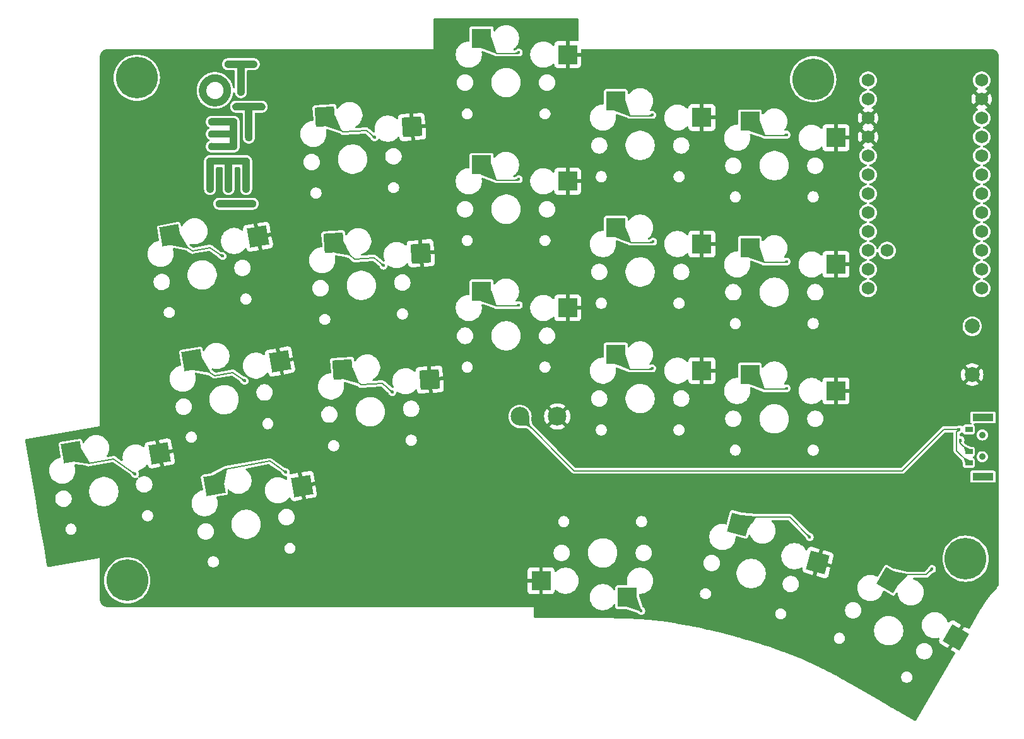
<source format=gbl>
G04 #@! TF.GenerationSoftware,KiCad,Pcbnew,8.0.4*
G04 #@! TF.CreationDate,2024-08-09T12:35:51+02:00*
G04 #@! TF.ProjectId,totem_0_3,746f7465-6d5f-4305-9f33-2e6b69636164,0.3*
G04 #@! TF.SameCoordinates,Original*
G04 #@! TF.FileFunction,Copper,L2,Bot*
G04 #@! TF.FilePolarity,Positive*
%FSLAX46Y46*%
G04 Gerber Fmt 4.6, Leading zero omitted, Abs format (unit mm)*
G04 Created by KiCad (PCBNEW 8.0.4) date 2024-08-09 12:35:51*
%MOMM*%
%LPD*%
G01*
G04 APERTURE LIST*
G04 Aperture macros list*
%AMRotRect*
0 Rectangle, with rotation*
0 The origin of the aperture is its center*
0 $1 length*
0 $2 width*
0 $3 Rotation angle, in degrees counterclockwise*
0 Add horizontal line*
21,1,$1,$2,0,0,$3*%
G04 Aperture macros list end*
G04 #@! TA.AperFunction,NonConductor*
%ADD10C,0.000000*%
G04 #@! TD*
G04 #@! TA.AperFunction,ComponentPad*
%ADD11C,2.000000*%
G04 #@! TD*
G04 #@! TA.AperFunction,WasherPad*
%ADD12C,0.900000*%
G04 #@! TD*
G04 #@! TA.AperFunction,SMDPad,CuDef*
%ADD13R,1.000000X0.700000*%
G04 #@! TD*
G04 #@! TA.AperFunction,SMDPad,CuDef*
%ADD14R,2.800000X1.000000*%
G04 #@! TD*
G04 #@! TA.AperFunction,ComponentPad*
%ADD15C,1.752600*%
G04 #@! TD*
G04 #@! TA.AperFunction,SMDPad,CuDef*
%ADD16RotRect,2.600000X2.600000X150.000000*%
G04 #@! TD*
G04 #@! TA.AperFunction,SMDPad,CuDef*
%ADD17RotRect,2.600000X2.600000X165.000000*%
G04 #@! TD*
G04 #@! TA.AperFunction,SMDPad,CuDef*
%ADD18R,2.600000X2.600000*%
G04 #@! TD*
G04 #@! TA.AperFunction,SMDPad,CuDef*
%ADD19RotRect,2.600000X2.600000X190.000000*%
G04 #@! TD*
G04 #@! TA.AperFunction,SMDPad,CuDef*
%ADD20RotRect,2.600000X2.600000X184.000000*%
G04 #@! TD*
G04 #@! TA.AperFunction,ComponentPad*
%ADD21C,5.600000*%
G04 #@! TD*
G04 #@! TA.AperFunction,ComponentPad*
%ADD22C,2.500000*%
G04 #@! TD*
G04 #@! TA.AperFunction,ViaPad*
%ADD23C,0.450000*%
G04 #@! TD*
G04 #@! TA.AperFunction,Conductor*
%ADD24C,0.200000*%
G04 #@! TD*
G04 APERTURE END LIST*
D10*
G04 #@! TA.AperFunction,NonConductor*
G36*
X112886503Y-238419779D02*
G01*
X112995847Y-238428117D01*
X113103616Y-238441846D01*
X113209675Y-238460830D01*
X113313885Y-238484931D01*
X113416112Y-238514019D01*
X113516219Y-238547952D01*
X113614070Y-238586592D01*
X113709528Y-238629810D01*
X113802457Y-238677464D01*
X113892721Y-238729419D01*
X113980182Y-238785539D01*
X114064708Y-238845687D01*
X114146158Y-238909725D01*
X114224397Y-238977523D01*
X114299291Y-239048939D01*
X114370701Y-239123838D01*
X114438492Y-239202084D01*
X114502527Y-239283541D01*
X114562672Y-239368073D01*
X114618786Y-239455540D01*
X114670738Y-239545813D01*
X114718386Y-239638748D01*
X114761600Y-239734216D01*
X114800238Y-239832074D01*
X114834168Y-239932189D01*
X114863251Y-240034424D01*
X114887353Y-240138643D01*
X114906336Y-240244710D01*
X114920064Y-240352488D01*
X114928401Y-240461840D01*
X114931209Y-240572633D01*
X114928400Y-240683425D01*
X114920065Y-240792778D01*
X114906337Y-240900556D01*
X114887353Y-241006623D01*
X114863252Y-241110842D01*
X114834168Y-241213077D01*
X114800238Y-241313190D01*
X114761598Y-241411051D01*
X114718387Y-241506516D01*
X114670737Y-241599453D01*
X114618787Y-241689724D01*
X114562671Y-241777193D01*
X114502528Y-241861725D01*
X114438492Y-241943182D01*
X114370702Y-242021426D01*
X114299292Y-242096328D01*
X114224398Y-242167743D01*
X114146158Y-242235539D01*
X114064707Y-242299579D01*
X113980183Y-242359728D01*
X113892721Y-242415847D01*
X113802457Y-242467800D01*
X113709527Y-242515454D01*
X113614070Y-242558672D01*
X113516221Y-242597313D01*
X113416112Y-242631247D01*
X113313885Y-242660333D01*
X113209675Y-242684436D01*
X113103617Y-242703418D01*
X112995847Y-242717150D01*
X112886504Y-242725487D01*
X112775720Y-242728296D01*
X112664936Y-242725486D01*
X112555592Y-242717147D01*
X112447824Y-242703420D01*
X112341766Y-242684436D01*
X112237555Y-242660333D01*
X112135327Y-242631246D01*
X112035221Y-242597314D01*
X111937370Y-242558672D01*
X111841912Y-242515454D01*
X111748984Y-242467800D01*
X111658720Y-242415847D01*
X111571256Y-242359726D01*
X111486733Y-242299580D01*
X111405282Y-242235540D01*
X111327043Y-242167743D01*
X111252150Y-242096326D01*
X111180738Y-242021428D01*
X111112947Y-241943182D01*
X111048913Y-241861725D01*
X110988770Y-241777192D01*
X110932655Y-241689724D01*
X110880704Y-241599451D01*
X110833054Y-241506516D01*
X110789841Y-241411049D01*
X110751202Y-241313190D01*
X110717273Y-241213077D01*
X110688189Y-241110842D01*
X110664089Y-241006623D01*
X110645105Y-240900556D01*
X110631377Y-240792776D01*
X110623040Y-240683425D01*
X110620320Y-240576161D01*
X110620320Y-240576159D01*
X111622128Y-240576159D01*
X111623635Y-240635653D01*
X111628107Y-240694353D01*
X111635470Y-240752184D01*
X111645651Y-240809077D01*
X111658576Y-240864959D01*
X111674172Y-240919760D01*
X111692364Y-240973406D01*
X111713078Y-241025826D01*
X111736244Y-241076950D01*
X111761785Y-241126706D01*
X111789628Y-241175019D01*
X111819699Y-241221822D01*
X111851925Y-241267038D01*
X111886233Y-241310602D01*
X111922548Y-241352435D01*
X111960798Y-241392473D01*
X112000907Y-241430636D01*
X112042803Y-241466860D01*
X112086413Y-241501066D01*
X112131662Y-241533190D01*
X112178476Y-241563154D01*
X112226783Y-241590889D01*
X112276509Y-241616323D01*
X112327580Y-241639384D01*
X112379920Y-241660001D01*
X112433460Y-241678101D01*
X112488123Y-241693611D01*
X112543838Y-241706465D01*
X112600527Y-241716588D01*
X112658120Y-241723906D01*
X112716541Y-241728350D01*
X112775720Y-241729845D01*
X112835209Y-241728337D01*
X112893904Y-241723867D01*
X112951729Y-241716504D01*
X113008616Y-241706321D01*
X113064495Y-241693393D01*
X113119291Y-241677799D01*
X113172933Y-241659606D01*
X113225351Y-241638889D01*
X113276470Y-241615721D01*
X113326221Y-241590180D01*
X113374531Y-241562334D01*
X113421329Y-241532260D01*
X113466545Y-241500029D01*
X113510102Y-241465719D01*
X113551934Y-241429402D01*
X113591966Y-241391150D01*
X113630128Y-241351038D01*
X113666348Y-241309137D01*
X113700552Y-241265524D01*
X113732672Y-241220272D01*
X113762634Y-241173453D01*
X113790367Y-241125143D01*
X113815798Y-241075411D01*
X113838857Y-241024338D01*
X113859472Y-240971991D01*
X113877572Y-240918450D01*
X113893082Y-240863782D01*
X113905934Y-240808064D01*
X113916055Y-240751370D01*
X113923372Y-240693770D01*
X113927816Y-240635344D01*
X113929313Y-240576161D01*
X113927805Y-240516966D01*
X113923334Y-240458511D01*
X113915970Y-240400865D01*
X113905789Y-240344104D01*
X113892864Y-240288309D01*
X113877269Y-240233547D01*
X113859077Y-240179896D01*
X113838361Y-240127430D01*
X113815197Y-240076229D01*
X113789656Y-240026359D01*
X113761813Y-239977905D01*
X113731741Y-239930932D01*
X113699515Y-239885524D01*
X113665208Y-239841750D01*
X113628892Y-239799686D01*
X113590643Y-239759408D01*
X113550534Y-239720989D01*
X113508637Y-239684507D01*
X113465028Y-239650035D01*
X113419779Y-239617651D01*
X113372964Y-239587425D01*
X113324658Y-239559434D01*
X113274932Y-239533751D01*
X113223862Y-239510458D01*
X113171522Y-239489621D01*
X113117981Y-239471320D01*
X113063318Y-239455631D01*
X113007605Y-239442625D01*
X112950915Y-239432376D01*
X112893321Y-239424967D01*
X112834900Y-239420464D01*
X112775720Y-239418949D01*
X112716542Y-239420455D01*
X112658120Y-239424927D01*
X112600526Y-239432292D01*
X112543835Y-239442478D01*
X112488123Y-239455411D01*
X112433460Y-239471017D01*
X112379920Y-239489226D01*
X112327579Y-239509962D01*
X112276509Y-239533152D01*
X112226783Y-239558724D01*
X112178476Y-239586604D01*
X112131662Y-239616722D01*
X112086413Y-239648998D01*
X112042803Y-239683368D01*
X112000907Y-239719755D01*
X111960797Y-239758086D01*
X111922548Y-239798284D01*
X111886233Y-239840283D01*
X111851926Y-239884009D01*
X111819699Y-239929382D01*
X111789628Y-239976338D01*
X111761785Y-240024798D01*
X111736244Y-240074691D01*
X111713079Y-240125944D01*
X111692364Y-240178482D01*
X111674172Y-240232237D01*
X111658575Y-240287130D01*
X111645651Y-240343094D01*
X111635470Y-240400051D01*
X111628108Y-240457930D01*
X111623635Y-240516657D01*
X111622128Y-240576159D01*
X110620320Y-240576159D01*
X110620230Y-240572631D01*
X110623040Y-240461839D01*
X110631377Y-240352486D01*
X110645105Y-240244710D01*
X110664088Y-240138641D01*
X110688189Y-240034424D01*
X110717272Y-239932188D01*
X110751201Y-239832074D01*
X110789840Y-239734213D01*
X110833054Y-239638748D01*
X110880704Y-239545813D01*
X110932655Y-239455540D01*
X110988770Y-239368071D01*
X111048913Y-239283540D01*
X111112948Y-239202083D01*
X111180739Y-239123838D01*
X111252149Y-239048939D01*
X111327042Y-238977523D01*
X111405282Y-238909725D01*
X111486733Y-238845687D01*
X111571257Y-238785536D01*
X111658720Y-238729419D01*
X111748982Y-238677464D01*
X111841912Y-238629810D01*
X111937370Y-238586594D01*
X112035221Y-238547950D01*
X112135328Y-238514019D01*
X112237555Y-238484933D01*
X112341766Y-238460830D01*
X112447824Y-238441846D01*
X112555593Y-238428115D01*
X112664937Y-238419779D01*
X112775720Y-238416968D01*
X112886503Y-238419779D01*
G37*
G04 #@! TD.AperFunction*
G04 #@! TA.AperFunction,NonConductor*
G36*
X117841648Y-255295351D02*
G01*
X117867604Y-255295996D01*
X117893202Y-255297913D01*
X117918407Y-255301073D01*
X117943190Y-255305444D01*
X117967520Y-255310998D01*
X117991369Y-255317699D01*
X118014704Y-255325523D01*
X118037496Y-255334436D01*
X118059715Y-255344408D01*
X118081330Y-255355409D01*
X118102310Y-255367408D01*
X118122625Y-255380377D01*
X118142245Y-255394281D01*
X118161141Y-255409095D01*
X118179280Y-255424788D01*
X118196634Y-255441326D01*
X118213170Y-255458680D01*
X118228860Y-255476821D01*
X118243673Y-255495717D01*
X118257578Y-255515338D01*
X118270545Y-255535655D01*
X118282544Y-255556638D01*
X118293543Y-255578255D01*
X118303515Y-255600475D01*
X118312427Y-255623269D01*
X118320249Y-255646606D01*
X118326950Y-255670455D01*
X118332502Y-255694790D01*
X118336873Y-255719575D01*
X118340032Y-255744781D01*
X118341950Y-255770380D01*
X118342597Y-255796339D01*
X118341940Y-255822297D01*
X118339994Y-255847898D01*
X118336789Y-255873104D01*
X118332357Y-255897889D01*
X118326733Y-255922222D01*
X118319946Y-255946072D01*
X118312032Y-255969409D01*
X118303019Y-255992203D01*
X118292942Y-256014423D01*
X118281833Y-256036040D01*
X118269725Y-256057020D01*
X118256647Y-256077339D01*
X118242636Y-256096961D01*
X118227720Y-256115855D01*
X118211935Y-256133998D01*
X118195311Y-256151351D01*
X118177880Y-256167889D01*
X118159676Y-256183582D01*
X118140730Y-256198396D01*
X118121075Y-256212302D01*
X118100743Y-256225270D01*
X118079766Y-256237270D01*
X118058177Y-256248271D01*
X118036009Y-256258243D01*
X118013291Y-256267155D01*
X117990060Y-256274978D01*
X117966343Y-256281680D01*
X117942177Y-256287232D01*
X117917592Y-256291601D01*
X117892620Y-256294763D01*
X117867295Y-256296680D01*
X117841647Y-256297327D01*
X113350752Y-256297327D01*
X113324794Y-256296679D01*
X113299198Y-256294763D01*
X113273994Y-256291603D01*
X113249211Y-256287232D01*
X113224880Y-256281680D01*
X113201031Y-256274978D01*
X113177695Y-256267154D01*
X113154904Y-256258243D01*
X113132685Y-256248269D01*
X113111071Y-256237270D01*
X113090089Y-256225270D01*
X113069775Y-256212300D01*
X113050153Y-256198395D01*
X113031260Y-256183582D01*
X113013120Y-256167891D01*
X112995766Y-256151353D01*
X112979230Y-256133998D01*
X112963540Y-256115855D01*
X112948728Y-256096960D01*
X112934824Y-256077339D01*
X112921856Y-256057022D01*
X112909857Y-256036040D01*
X112898856Y-256014423D01*
X112888885Y-255992203D01*
X112879973Y-255969409D01*
X112872151Y-255946072D01*
X112865450Y-255922222D01*
X112859898Y-255897887D01*
X112855527Y-255873104D01*
X112852368Y-255847895D01*
X112850450Y-255822298D01*
X112849803Y-255796337D01*
X112850460Y-255770380D01*
X112852407Y-255744781D01*
X112855612Y-255719575D01*
X112860042Y-255694790D01*
X112865669Y-255670457D01*
X112872454Y-255646605D01*
X112880369Y-255623270D01*
X112889381Y-255600473D01*
X112899458Y-255578255D01*
X112910567Y-255556637D01*
X112922676Y-255535657D01*
X112935753Y-255515338D01*
X112949765Y-255495717D01*
X112964680Y-255476822D01*
X112980466Y-255458678D01*
X112997090Y-255441326D01*
X113014520Y-255424788D01*
X113032724Y-255409097D01*
X113051670Y-255394283D01*
X113071325Y-255380375D01*
X113091657Y-255367409D01*
X113112634Y-255355409D01*
X113134223Y-255344408D01*
X113156392Y-255334437D01*
X113179109Y-255325521D01*
X113202342Y-255317701D01*
X113226057Y-255310996D01*
X113250224Y-255305445D01*
X113274809Y-255301075D01*
X113299780Y-255297915D01*
X113325105Y-255295997D01*
X113350752Y-255295349D01*
X117841648Y-255295351D01*
G37*
G04 #@! TD.AperFunction*
G04 #@! TA.AperFunction,NonConductor*
G36*
X119070588Y-242263232D02*
G01*
X119096184Y-242265152D01*
X119121389Y-242268312D01*
X119146171Y-242272683D01*
X119170503Y-242278235D01*
X119194350Y-242284938D01*
X119217687Y-242292758D01*
X119240478Y-242301673D01*
X119262697Y-242311643D01*
X119284312Y-242322646D01*
X119305293Y-242334645D01*
X119325607Y-242347614D01*
X119345228Y-242361520D01*
X119364123Y-242376334D01*
X119382262Y-242392024D01*
X119399616Y-242408563D01*
X119416152Y-242425916D01*
X119431842Y-242444056D01*
X119446655Y-242462955D01*
X119460560Y-242482578D01*
X119473527Y-242502895D01*
X119485525Y-242523876D01*
X119496526Y-242545492D01*
X119506496Y-242567713D01*
X119515410Y-242590507D01*
X119523231Y-242613843D01*
X119529933Y-242637695D01*
X119535484Y-242662027D01*
X119539855Y-242686812D01*
X119543014Y-242712017D01*
X119544931Y-242737616D01*
X119545578Y-242763575D01*
X119544922Y-242789537D01*
X119542977Y-242815134D01*
X119539771Y-242840343D01*
X119535340Y-242865126D01*
X119529716Y-242889458D01*
X119522928Y-242913308D01*
X119515013Y-242936645D01*
X119506001Y-242959440D01*
X119495924Y-242981662D01*
X119484814Y-243003277D01*
X119472706Y-243024260D01*
X119459630Y-243044576D01*
X119445617Y-243064199D01*
X119430703Y-243083096D01*
X119414917Y-243101235D01*
X119398293Y-243118591D01*
X119380862Y-243135129D01*
X119362657Y-243150818D01*
X119343712Y-243165632D01*
X119324057Y-243179540D01*
X119303725Y-243192506D01*
X119282748Y-243204508D01*
X119261159Y-243215509D01*
X119238990Y-243225479D01*
X119216273Y-243234393D01*
X119193041Y-243242214D01*
X119169325Y-243248919D01*
X119145159Y-243254469D01*
X119120574Y-243258842D01*
X119095604Y-243262001D01*
X119070277Y-243263920D01*
X119044630Y-243264564D01*
X117824010Y-243264566D01*
X117824008Y-246916139D01*
X117823363Y-246942098D01*
X117821445Y-246967696D01*
X117818286Y-246992901D01*
X117813915Y-247017688D01*
X117808364Y-247042021D01*
X117801662Y-247065871D01*
X117793840Y-247089208D01*
X117784928Y-247112000D01*
X117774957Y-247134221D01*
X117763957Y-247155839D01*
X117751958Y-247176820D01*
X117738991Y-247197139D01*
X117725086Y-247216758D01*
X117710273Y-247235657D01*
X117694582Y-247253797D01*
X117678046Y-247271152D01*
X117660694Y-247287690D01*
X117642554Y-247303381D01*
X117623659Y-247318195D01*
X117604038Y-247332101D01*
X117583723Y-247345069D01*
X117562742Y-247357069D01*
X117541128Y-247368070D01*
X117518909Y-247378042D01*
X117496118Y-247386955D01*
X117472782Y-247394777D01*
X117448933Y-247401478D01*
X117424601Y-247407033D01*
X117399818Y-247411403D01*
X117374616Y-247414562D01*
X117349018Y-247416481D01*
X117323060Y-247417125D01*
X117297103Y-247416471D01*
X117271507Y-247414524D01*
X117246302Y-247411318D01*
X117221519Y-247406886D01*
X117197187Y-247401262D01*
X117173341Y-247394475D01*
X117150004Y-247386559D01*
X117127212Y-247377546D01*
X117104994Y-247367469D01*
X117083379Y-247356358D01*
X117062398Y-247344249D01*
X117042083Y-247331171D01*
X117022463Y-247317158D01*
X117003567Y-247302241D01*
X116985428Y-247286453D01*
X116968075Y-247269827D01*
X116951539Y-247252397D01*
X116935849Y-247234192D01*
X116921036Y-247215242D01*
X116907131Y-247195588D01*
X116894164Y-247175254D01*
X116882165Y-247154276D01*
X116871166Y-247132685D01*
X116861193Y-247110514D01*
X116852283Y-247087795D01*
X116844460Y-247064559D01*
X116837758Y-247040844D01*
X116832207Y-247016675D01*
X116827836Y-246992088D01*
X116824676Y-246967113D01*
X116822758Y-246941788D01*
X116822113Y-246916139D01*
X116822112Y-243264564D01*
X115601493Y-243264566D01*
X115575534Y-243263920D01*
X115549938Y-243261999D01*
X115524733Y-243258842D01*
X115499950Y-243254471D01*
X115475619Y-243248919D01*
X115451771Y-243242215D01*
X115428436Y-243234392D01*
X115405643Y-243225481D01*
X115383425Y-243215509D01*
X115361810Y-243204508D01*
X115340830Y-243192508D01*
X115320514Y-243179539D01*
X115300894Y-243165632D01*
X115281999Y-243150818D01*
X115263861Y-243135129D01*
X115246506Y-243118591D01*
X115229969Y-243101237D01*
X115214280Y-243083096D01*
X115199466Y-243064199D01*
X115185562Y-243044575D01*
X115172595Y-243024258D01*
X115160596Y-243003277D01*
X115149596Y-242981662D01*
X115139625Y-242959441D01*
X115130713Y-242936647D01*
X115122892Y-242913310D01*
X115116189Y-242889458D01*
X115110638Y-242865125D01*
X115106267Y-242840342D01*
X115103107Y-242815135D01*
X115101189Y-242789537D01*
X115100543Y-242763577D01*
X115101199Y-242737616D01*
X115103145Y-242712017D01*
X115106351Y-242686812D01*
X115110782Y-242662027D01*
X115116407Y-242637695D01*
X115123193Y-242613844D01*
X115131109Y-242590507D01*
X115140121Y-242567711D01*
X115150198Y-242545492D01*
X115161307Y-242523874D01*
X115173416Y-242502894D01*
X115186492Y-242482577D01*
X115200504Y-242462953D01*
X115215419Y-242444056D01*
X115231205Y-242425918D01*
X115247829Y-242408562D01*
X115265260Y-242392025D01*
X115283463Y-242376334D01*
X115302410Y-242361521D01*
X115322065Y-242347612D01*
X115342397Y-242334646D01*
X115363374Y-242322646D01*
X115384963Y-242311645D01*
X115407132Y-242301673D01*
X115429849Y-242292758D01*
X115453081Y-242284936D01*
X115476797Y-242278233D01*
X115500964Y-242272683D01*
X115525548Y-242268312D01*
X115550520Y-242265152D01*
X115575845Y-242263234D01*
X115601492Y-242262588D01*
X119044630Y-242262588D01*
X119070588Y-242263232D01*
G37*
G04 #@! TD.AperFunction*
G04 #@! TA.AperFunction,NonConductor*
G36*
X115313474Y-244298950D02*
G01*
X115339071Y-244300899D01*
X115364277Y-244304104D01*
X115389059Y-244308536D01*
X115413389Y-244314160D01*
X115437237Y-244320948D01*
X115460573Y-244328862D01*
X115483365Y-244337875D01*
X115505584Y-244347952D01*
X115527198Y-244359064D01*
X115548179Y-244371174D01*
X115568495Y-244384250D01*
X115588115Y-244398263D01*
X115607010Y-244413181D01*
X115625149Y-244428968D01*
X115642503Y-244445595D01*
X115659039Y-244463025D01*
X115674729Y-244481229D01*
X115689542Y-244500179D01*
X115703448Y-244519835D01*
X115716414Y-244540167D01*
X115728412Y-244561145D01*
X115739413Y-244582737D01*
X115749384Y-244604909D01*
X115758296Y-244627626D01*
X115766118Y-244650862D01*
X115772819Y-244674579D01*
X115778370Y-244698749D01*
X115782742Y-244723334D01*
X115785901Y-244748309D01*
X115787818Y-244773636D01*
X115788465Y-244799283D01*
X115788465Y-248112159D01*
X115787809Y-248138120D01*
X115785862Y-248163718D01*
X115782657Y-248188925D01*
X115778225Y-248213709D01*
X115772602Y-248238041D01*
X115765815Y-248261892D01*
X115757900Y-248285230D01*
X115748888Y-248308022D01*
X115738811Y-248330245D01*
X115727702Y-248351859D01*
X115715593Y-248372843D01*
X115702516Y-248393159D01*
X115688503Y-248412783D01*
X115673590Y-248431677D01*
X115657804Y-248449820D01*
X115641180Y-248467174D01*
X115623749Y-248483712D01*
X115605545Y-248499403D01*
X115586600Y-248514217D01*
X115566943Y-248528121D01*
X115546612Y-248541091D01*
X115525635Y-248553091D01*
X115504046Y-248564092D01*
X115481877Y-248574064D01*
X115459160Y-248582975D01*
X115435928Y-248590797D01*
X115412212Y-248597500D01*
X115388047Y-248603054D01*
X115363461Y-248607426D01*
X115338489Y-248610585D01*
X115313164Y-248612503D01*
X115287517Y-248613149D01*
X112348856Y-248613147D01*
X112322898Y-248612503D01*
X112297302Y-248610585D01*
X112272097Y-248607423D01*
X112247314Y-248603054D01*
X112222983Y-248597502D01*
X112199135Y-248590799D01*
X112175800Y-248582977D01*
X112153007Y-248574062D01*
X112130789Y-248564092D01*
X112109174Y-248553090D01*
X112088195Y-248541091D01*
X112067878Y-248528123D01*
X112048258Y-248514217D01*
X112029363Y-248499403D01*
X112011224Y-248483712D01*
X111993870Y-248467172D01*
X111977334Y-248449820D01*
X111961644Y-248431679D01*
X111946831Y-248412782D01*
X111932926Y-248393160D01*
X111919958Y-248372843D01*
X111907960Y-248351861D01*
X111896960Y-248330243D01*
X111886989Y-248308024D01*
X111878079Y-248285229D01*
X111870255Y-248261893D01*
X111863553Y-248238043D01*
X111858001Y-248213710D01*
X111853631Y-248188923D01*
X111850471Y-248163718D01*
X111848552Y-248138118D01*
X111847907Y-248112161D01*
X111848563Y-248086201D01*
X111850509Y-248060603D01*
X111853715Y-248035394D01*
X111858146Y-248010610D01*
X111863771Y-247986279D01*
X111870557Y-247962428D01*
X111878473Y-247939091D01*
X111887485Y-247916297D01*
X111897563Y-247894076D01*
X111908671Y-247872461D01*
X111920780Y-247851477D01*
X111933855Y-247831161D01*
X111947868Y-247811541D01*
X111962783Y-247792643D01*
X111978569Y-247774502D01*
X111995193Y-247757148D01*
X112012624Y-247740608D01*
X112030828Y-247724919D01*
X112049774Y-247710105D01*
X112069429Y-247696198D01*
X112089761Y-247683230D01*
X112110737Y-247671228D01*
X112132326Y-247660227D01*
X112154495Y-247650255D01*
X112177212Y-247641345D01*
X112200445Y-247633522D01*
X112224160Y-247626820D01*
X112248327Y-247621268D01*
X112272912Y-247616895D01*
X112297882Y-247613736D01*
X112323209Y-247611818D01*
X112348856Y-247611173D01*
X112348856Y-247618227D01*
X114786569Y-247618227D01*
X114786569Y-246930250D01*
X112348856Y-246930248D01*
X112322898Y-246929604D01*
X112297301Y-246927685D01*
X112272097Y-246924524D01*
X112247314Y-246920153D01*
X112222984Y-246914604D01*
X112199135Y-246907899D01*
X112175801Y-246900078D01*
X112153006Y-246891165D01*
X112130790Y-246881194D01*
X112109174Y-246870192D01*
X112088194Y-246858193D01*
X112067878Y-246845225D01*
X112048258Y-246831319D01*
X112029364Y-246816503D01*
X112011223Y-246800814D01*
X111993870Y-246784274D01*
X111977334Y-246766921D01*
X111961644Y-246748780D01*
X111946831Y-246729884D01*
X111932927Y-246710262D01*
X111919960Y-246689945D01*
X111907960Y-246668963D01*
X111896960Y-246647344D01*
X111886989Y-246625126D01*
X111878077Y-246602330D01*
X111870255Y-246578994D01*
X111863553Y-246555145D01*
X111858001Y-246530812D01*
X111853630Y-246506024D01*
X111850472Y-246480819D01*
X111848553Y-246455220D01*
X111847907Y-246429261D01*
X111848563Y-246403302D01*
X111850510Y-246377704D01*
X111853715Y-246352495D01*
X111858146Y-246327710D01*
X111863771Y-246303379D01*
X111870557Y-246279529D01*
X111878473Y-246256193D01*
X111887485Y-246233398D01*
X111897562Y-246211176D01*
X111908671Y-246189561D01*
X111920780Y-246168577D01*
X111933856Y-246148262D01*
X111947868Y-246128640D01*
X111962783Y-246109743D01*
X111978569Y-246091603D01*
X111995193Y-246074248D01*
X112012624Y-246057710D01*
X112030827Y-246042019D01*
X112049774Y-246027205D01*
X112069429Y-246013299D01*
X112089761Y-246000332D01*
X112110737Y-245988329D01*
X112132327Y-245977329D01*
X112154495Y-245967357D01*
X112177212Y-245958445D01*
X112200445Y-245950624D01*
X112224160Y-245943920D01*
X112248327Y-245938368D01*
X112272912Y-245933997D01*
X112297883Y-245930836D01*
X112323209Y-245928917D01*
X112348857Y-245928273D01*
X114786569Y-245928273D01*
X114786569Y-245300273D01*
X112348855Y-245300271D01*
X112322898Y-245299627D01*
X112297302Y-245297709D01*
X112272097Y-245294547D01*
X112247314Y-245290177D01*
X112222982Y-245284625D01*
X112199135Y-245277923D01*
X112175800Y-245270101D01*
X112153007Y-245261186D01*
X112130789Y-245251217D01*
X112109174Y-245240216D01*
X112088194Y-245228216D01*
X112067878Y-245215248D01*
X112048258Y-245201340D01*
X112029363Y-245186528D01*
X112011223Y-245170837D01*
X111993870Y-245154297D01*
X111977334Y-245136944D01*
X111961644Y-245118803D01*
X111946831Y-245099907D01*
X111932926Y-245080285D01*
X111919959Y-245059968D01*
X111907960Y-245038984D01*
X111896960Y-245017367D01*
X111886989Y-244995149D01*
X111878077Y-244972353D01*
X111870255Y-244949018D01*
X111863553Y-244925166D01*
X111858001Y-244900835D01*
X111853631Y-244876048D01*
X111850471Y-244850843D01*
X111848553Y-244825244D01*
X111847907Y-244799285D01*
X111848563Y-244773325D01*
X111850510Y-244747727D01*
X111853715Y-244722519D01*
X111858146Y-244697733D01*
X111863771Y-244673403D01*
X111870557Y-244649552D01*
X111878473Y-244626215D01*
X111887485Y-244603421D01*
X111897562Y-244581198D01*
X111908670Y-244559584D01*
X111920780Y-244538600D01*
X111933856Y-244518285D01*
X111947868Y-244498663D01*
X111962783Y-244479766D01*
X111978568Y-244461625D01*
X111995193Y-244444271D01*
X112012624Y-244427731D01*
X112030828Y-244412043D01*
X112049775Y-244397228D01*
X112069428Y-244383322D01*
X112089760Y-244370352D01*
X112110736Y-244358352D01*
X112132326Y-244347351D01*
X112154495Y-244337381D01*
X112177212Y-244328468D01*
X112200445Y-244320646D01*
X112224160Y-244313943D01*
X112248326Y-244308391D01*
X112272912Y-244304018D01*
X112297883Y-244300858D01*
X112323208Y-244298941D01*
X112348856Y-244298296D01*
X115287517Y-244298296D01*
X115313474Y-244298950D01*
G37*
G04 #@! TD.AperFunction*
G04 #@! TA.AperFunction,NonConductor*
G36*
X112616969Y-250574766D02*
G01*
X112616970Y-253831194D01*
X112616322Y-253857152D01*
X112614405Y-253882750D01*
X112611245Y-253907959D01*
X112606874Y-253932743D01*
X112601323Y-253957077D01*
X112594621Y-253980925D01*
X112586800Y-254004264D01*
X112577887Y-254027058D01*
X112567916Y-254049278D01*
X112556916Y-254070893D01*
X112544916Y-254091877D01*
X112531950Y-254112194D01*
X112518045Y-254131816D01*
X112503232Y-254150712D01*
X112487543Y-254168853D01*
X112471006Y-254186206D01*
X112453653Y-254202746D01*
X112435513Y-254218435D01*
X112416618Y-254233248D01*
X112396998Y-254247157D01*
X112376682Y-254260125D01*
X112355702Y-254272125D01*
X112334087Y-254283126D01*
X112311869Y-254293098D01*
X112289076Y-254302008D01*
X112265741Y-254309831D01*
X112241893Y-254316533D01*
X112217562Y-254322087D01*
X112192779Y-254326458D01*
X112167574Y-254329618D01*
X112141978Y-254331534D01*
X112116019Y-254332182D01*
X112090063Y-254331525D01*
X112064467Y-254329577D01*
X112039262Y-254326372D01*
X112014479Y-254321942D01*
X111990149Y-254316317D01*
X111966300Y-254309529D01*
X111942964Y-254301612D01*
X111920172Y-254292601D01*
X111897952Y-254282522D01*
X111876339Y-254271414D01*
X111855360Y-254259304D01*
X111835043Y-254246226D01*
X111815424Y-254232213D01*
X111796527Y-254217297D01*
X111778388Y-254201511D01*
X111761035Y-254184884D01*
X111744497Y-254167451D01*
X111728807Y-254149245D01*
X111713997Y-254130298D01*
X111700090Y-254110642D01*
X111687124Y-254090308D01*
X111675125Y-254069331D01*
X111664124Y-254047739D01*
X111654153Y-254025569D01*
X111645242Y-254002849D01*
X111637420Y-253979614D01*
X111630718Y-253955899D01*
X111625166Y-253931732D01*
X111620796Y-253907142D01*
X111617636Y-253882169D01*
X111615718Y-253856843D01*
X111615072Y-253831192D01*
X111615072Y-250574767D01*
X111615072Y-250073779D01*
X111615728Y-250047818D01*
X111617675Y-250022221D01*
X111620881Y-249997015D01*
X111625311Y-249972230D01*
X111630936Y-249947897D01*
X111637721Y-249924047D01*
X111645638Y-249900710D01*
X111654650Y-249877914D01*
X111664725Y-249855693D01*
X111675834Y-249834079D01*
X111687944Y-249813095D01*
X111701021Y-249792780D01*
X111715034Y-249773158D01*
X111729947Y-249754261D01*
X111745734Y-249736121D01*
X111762358Y-249718764D01*
X111779788Y-249702226D01*
X111797992Y-249686537D01*
X111816938Y-249671723D01*
X111836594Y-249657817D01*
X111856926Y-249644849D01*
X111877903Y-249632849D01*
X111899491Y-249621848D01*
X111921660Y-249611876D01*
X111944377Y-249602963D01*
X111967609Y-249595141D01*
X111991325Y-249588439D01*
X112015491Y-249582886D01*
X112040077Y-249578513D01*
X112065048Y-249575355D01*
X112090372Y-249573435D01*
X112116020Y-249572791D01*
X116956169Y-249572791D01*
X116982126Y-249573445D01*
X117007723Y-249575395D01*
X117032929Y-249578599D01*
X117057711Y-249583031D01*
X117082042Y-249588654D01*
X117105890Y-249595441D01*
X117129226Y-249603357D01*
X117152018Y-249612370D01*
X117174237Y-249622449D01*
X117195851Y-249633559D01*
X117216831Y-249645669D01*
X117237146Y-249658746D01*
X117256767Y-249672758D01*
X117275663Y-249687677D01*
X117293802Y-249703463D01*
X117311155Y-249720088D01*
X117327691Y-249737519D01*
X117343382Y-249755724D01*
X117358193Y-249774673D01*
X117372099Y-249794330D01*
X117385066Y-249814661D01*
X117397064Y-249835640D01*
X117408065Y-249857231D01*
X117418037Y-249879402D01*
X117426948Y-249902120D01*
X117434770Y-249925357D01*
X117441473Y-249949072D01*
X117447024Y-249973242D01*
X117451394Y-249997827D01*
X117454554Y-250022803D01*
X117456472Y-250048130D01*
X117457118Y-250073779D01*
X117457118Y-253831194D01*
X117456472Y-253857152D01*
X117454554Y-253882750D01*
X117451393Y-253907959D01*
X117447024Y-253932741D01*
X117441472Y-253957076D01*
X117434771Y-253980926D01*
X117426948Y-254004263D01*
X117418037Y-254027058D01*
X117408065Y-254049277D01*
X117397065Y-254070892D01*
X117385066Y-254091876D01*
X117372099Y-254112193D01*
X117358194Y-254131815D01*
X117343382Y-254150712D01*
X117327692Y-254168852D01*
X117311155Y-254186205D01*
X117293802Y-254202745D01*
X117275664Y-254218436D01*
X117256767Y-254233248D01*
X117237147Y-254247156D01*
X117216831Y-254260124D01*
X117195851Y-254272124D01*
X117174236Y-254283123D01*
X117152018Y-254293097D01*
X117129226Y-254302008D01*
X117105889Y-254309831D01*
X117082041Y-254316533D01*
X117057711Y-254322087D01*
X117032929Y-254326458D01*
X117007722Y-254329617D01*
X116982129Y-254331535D01*
X116956169Y-254332182D01*
X116930212Y-254331526D01*
X116904616Y-254329577D01*
X116879411Y-254326372D01*
X116854628Y-254321942D01*
X116830297Y-254316317D01*
X116806449Y-254309529D01*
X116783113Y-254301614D01*
X116760321Y-254292601D01*
X116738102Y-254282522D01*
X116716488Y-254271414D01*
X116695508Y-254259304D01*
X116675191Y-254246226D01*
X116655571Y-254232211D01*
X116636676Y-254217297D01*
X116618537Y-254201510D01*
X116601184Y-254184882D01*
X116584647Y-254167451D01*
X116568958Y-254149247D01*
X116554145Y-254130298D01*
X116540239Y-254110641D01*
X116527273Y-254090309D01*
X116515274Y-254069331D01*
X116504274Y-254047740D01*
X116494302Y-254025569D01*
X116485392Y-254002851D01*
X116477569Y-253979614D01*
X116470867Y-253955899D01*
X116465315Y-253931731D01*
X116460945Y-253907144D01*
X116457785Y-253882169D01*
X116455867Y-253856843D01*
X116455221Y-253831192D01*
X116455221Y-250574768D01*
X115097016Y-250574767D01*
X115097016Y-253831194D01*
X115096370Y-253857153D01*
X115094452Y-253882752D01*
X115091293Y-253907958D01*
X115086922Y-253932743D01*
X115081370Y-253957074D01*
X115074668Y-253980926D01*
X115066846Y-254004261D01*
X115057935Y-254027057D01*
X115047963Y-254049275D01*
X115036963Y-254070894D01*
X115024964Y-254091876D01*
X115011997Y-254112191D01*
X114998093Y-254131815D01*
X114983280Y-254150710D01*
X114967590Y-254168850D01*
X114951053Y-254186207D01*
X114933700Y-254202743D01*
X114915560Y-254218435D01*
X114896666Y-254233250D01*
X114877045Y-254247156D01*
X114856730Y-254260124D01*
X114835749Y-254272122D01*
X114814134Y-254283125D01*
X114791916Y-254293095D01*
X114769124Y-254302010D01*
X114745787Y-254309832D01*
X114721940Y-254316535D01*
X114697609Y-254322087D01*
X114672825Y-254326457D01*
X114647620Y-254329618D01*
X114622025Y-254331536D01*
X114596068Y-254332182D01*
X114570110Y-254331527D01*
X114544514Y-254329579D01*
X114519310Y-254326374D01*
X114494526Y-254321942D01*
X114470194Y-254316317D01*
X114446347Y-254309530D01*
X114423011Y-254301614D01*
X114400219Y-254292601D01*
X114378001Y-254282522D01*
X114356386Y-254271414D01*
X114335406Y-254259302D01*
X114315090Y-254246224D01*
X114295470Y-254232213D01*
X114276575Y-254217297D01*
X114258435Y-254201510D01*
X114241082Y-254184884D01*
X114224545Y-254167453D01*
X114208856Y-254149245D01*
X114194043Y-254130300D01*
X114180138Y-254110644D01*
X114167170Y-254090309D01*
X114155172Y-254069329D01*
X114144172Y-254047740D01*
X114134201Y-254025569D01*
X114125289Y-254002851D01*
X114117467Y-253979616D01*
X114110765Y-253955897D01*
X114105214Y-253931731D01*
X114100844Y-253907144D01*
X114097682Y-253882170D01*
X114095765Y-253856842D01*
X114095119Y-253831194D01*
X114095118Y-250574766D01*
X112855096Y-250574766D01*
X112616969Y-250574766D01*
G37*
G04 #@! TD.AperFunction*
G04 #@! TA.AperFunction,NonConductor*
G36*
X118001352Y-236561840D02*
G01*
X118026677Y-236563760D01*
X118051649Y-236566918D01*
X118076234Y-236571291D01*
X118100401Y-236576841D01*
X118124116Y-236583545D01*
X118147348Y-236591368D01*
X118170065Y-236600280D01*
X118192233Y-236610251D01*
X118213821Y-236621253D01*
X118234800Y-236633251D01*
X118255132Y-236646221D01*
X118274787Y-236660127D01*
X118293733Y-236674941D01*
X118311937Y-236690631D01*
X118329367Y-236707171D01*
X118345992Y-236724526D01*
X118361778Y-236742667D01*
X118376693Y-236761563D01*
X118390706Y-236781185D01*
X118403781Y-236801502D01*
X118415890Y-236822484D01*
X118426999Y-236844099D01*
X118437077Y-236866319D01*
X118446088Y-236889115D01*
X118454004Y-236912452D01*
X118460790Y-236936301D01*
X118466414Y-236960635D01*
X118470845Y-236985419D01*
X118474051Y-237010628D01*
X118475998Y-237036225D01*
X118476652Y-237062183D01*
X118476007Y-237088144D01*
X118474089Y-237113742D01*
X118470930Y-237138947D01*
X118466559Y-237163734D01*
X118461008Y-237188067D01*
X118454306Y-237211917D01*
X118446484Y-237235253D01*
X118437572Y-237258047D01*
X118427601Y-237280268D01*
X118416601Y-237301886D01*
X118404602Y-237322865D01*
X118391635Y-237343184D01*
X118377730Y-237362805D01*
X118362917Y-237381703D01*
X118347227Y-237399844D01*
X118330692Y-237417199D01*
X118313337Y-237433737D01*
X118295198Y-237449428D01*
X118276303Y-237464241D01*
X118256683Y-237478147D01*
X118236367Y-237491116D01*
X118215387Y-237503114D01*
X118193772Y-237514117D01*
X118171553Y-237524089D01*
X118148761Y-237533001D01*
X118125426Y-237540824D01*
X118101578Y-237547526D01*
X118077247Y-237553077D01*
X118052464Y-237557447D01*
X118027260Y-237560609D01*
X118001662Y-237562527D01*
X117975706Y-237563172D01*
X116755084Y-237563173D01*
X116755084Y-240812544D01*
X116754438Y-240838193D01*
X116752519Y-240863520D01*
X116749361Y-240888494D01*
X116744989Y-240913079D01*
X116739438Y-240937249D01*
X116732736Y-240960967D01*
X116724914Y-240984202D01*
X116716001Y-241006920D01*
X116706031Y-241029091D01*
X116695031Y-241050682D01*
X116683032Y-241071658D01*
X116670065Y-241091994D01*
X116656160Y-241111650D01*
X116641349Y-241130598D01*
X116625658Y-241148801D01*
X116609120Y-241166235D01*
X116591768Y-241182861D01*
X116573628Y-241198646D01*
X116554733Y-241213564D01*
X116535113Y-241227577D01*
X116514797Y-241240652D01*
X116493817Y-241252764D01*
X116472202Y-241263874D01*
X116449985Y-241273952D01*
X116427192Y-241282965D01*
X116403856Y-241290880D01*
X116380008Y-241297668D01*
X116355677Y-241303294D01*
X116330893Y-241307724D01*
X116305689Y-241310927D01*
X116280094Y-241312874D01*
X116254135Y-241313532D01*
X116228179Y-241312886D01*
X116202581Y-241310966D01*
X116177377Y-241307808D01*
X116152595Y-241303437D01*
X116128263Y-241297886D01*
X116104415Y-241291183D01*
X116081079Y-241283360D01*
X116058287Y-241274448D01*
X116036068Y-241264476D01*
X116014453Y-241253475D01*
X115993475Y-241241475D01*
X115973158Y-241228508D01*
X115953538Y-241214599D01*
X115934642Y-241199785D01*
X115916503Y-241184096D01*
X115899150Y-241167558D01*
X115882614Y-241150203D01*
X115866924Y-241132063D01*
X115852111Y-241113166D01*
X115838205Y-241093542D01*
X115825238Y-241073225D01*
X115813240Y-241052245D01*
X115802240Y-241030629D01*
X115792269Y-241008408D01*
X115783357Y-240985614D01*
X115775534Y-240962278D01*
X115768833Y-240938425D01*
X115763281Y-240914093D01*
X115758911Y-240889309D01*
X115755751Y-240864102D01*
X115753833Y-240838503D01*
X115753187Y-240812544D01*
X115753187Y-237563171D01*
X114532568Y-237563173D01*
X114506920Y-237562527D01*
X114481594Y-237560607D01*
X114456623Y-237557447D01*
X114432038Y-237553078D01*
X114407872Y-237547524D01*
X114384156Y-237540824D01*
X114360924Y-237533001D01*
X114338207Y-237524087D01*
X114316039Y-237514115D01*
X114294449Y-237503115D01*
X114273472Y-237491117D01*
X114253139Y-237478147D01*
X114233485Y-237464241D01*
X114214539Y-237449428D01*
X114196335Y-237433736D01*
X114178905Y-237417199D01*
X114162280Y-237399843D01*
X114146494Y-237381703D01*
X114131580Y-237362807D01*
X114117567Y-237343184D01*
X114104489Y-237322867D01*
X114092382Y-237301885D01*
X114081272Y-237280267D01*
X114071196Y-237258049D01*
X114062184Y-237235253D01*
X114054268Y-237211915D01*
X114047483Y-237188067D01*
X114041857Y-237163732D01*
X114037426Y-237138947D01*
X114034220Y-237113742D01*
X114032275Y-237088144D01*
X114031618Y-237062185D01*
X114035147Y-237062185D01*
X114035793Y-237036535D01*
X114037711Y-237011208D01*
X114040870Y-236986235D01*
X114045241Y-236961648D01*
X114050792Y-236937479D01*
X114057494Y-236913760D01*
X114065317Y-236890528D01*
X114074227Y-236867809D01*
X114084199Y-236845638D01*
X114095199Y-236824047D01*
X114107198Y-236803069D01*
X114120165Y-236782735D01*
X114134071Y-236763078D01*
X114148883Y-236744131D01*
X114164573Y-236725925D01*
X114181109Y-236708492D01*
X114198463Y-236691866D01*
X114216601Y-236676081D01*
X114235497Y-236661165D01*
X114255118Y-236647152D01*
X114275433Y-236634074D01*
X114296412Y-236621964D01*
X114318028Y-236610852D01*
X114340248Y-236600777D01*
X114363038Y-236591762D01*
X114386375Y-236583848D01*
X114410221Y-236577061D01*
X114434553Y-236571436D01*
X114459335Y-236567002D01*
X114484542Y-236563799D01*
X114510138Y-236561850D01*
X114536095Y-236561196D01*
X117975705Y-236561196D01*
X118001352Y-236561840D01*
G37*
G04 #@! TD.AperFunction*
D11*
X214398000Y-272239600D03*
X214398000Y-278739600D03*
D12*
X215740800Y-286837600D03*
X215740600Y-289776000D03*
D13*
X213940800Y-286087600D03*
X213940800Y-289087600D03*
X213940800Y-290587600D03*
D14*
X215840800Y-284487600D03*
X215840800Y-292437600D03*
D12*
X215740800Y-289776400D03*
X215740600Y-286838000D03*
D15*
X202960628Y-262068942D03*
X215660628Y-239208942D03*
X215660628Y-241748941D03*
X215660628Y-244288942D03*
X215660628Y-246828942D03*
X215660628Y-249368942D03*
X215660628Y-251908942D03*
X215660628Y-254448942D03*
X215660630Y-256988942D03*
X215660628Y-259528942D03*
X215660628Y-262068942D03*
X215660628Y-264608942D03*
X215660628Y-267148942D03*
X200420628Y-267148942D03*
X200420628Y-264608943D03*
X200420628Y-262068942D03*
X200420628Y-259528942D03*
X200420628Y-256988942D03*
X200420628Y-254448942D03*
X200420628Y-251908942D03*
X200420626Y-249368942D03*
X200420628Y-246828942D03*
X200420628Y-244288942D03*
X200420628Y-241748942D03*
X200420628Y-239208942D03*
D16*
X203323285Y-306329892D03*
X212225878Y-314010148D03*
D17*
X183111084Y-298850352D03*
X193698126Y-303964749D03*
D18*
X168085118Y-308620241D03*
X156535118Y-306420241D03*
D19*
X93601067Y-289154335D03*
X105357622Y-289315275D03*
D18*
X184561160Y-278730884D03*
X196111160Y-280930884D03*
X166561195Y-276010782D03*
X178111195Y-278210782D03*
X148561182Y-267574301D03*
X160111182Y-269774301D03*
D20*
X141602775Y-279402141D03*
X129927446Y-278013187D03*
D19*
X112703125Y-293546286D03*
X124459680Y-293707226D03*
D18*
X184561159Y-261730664D03*
X196111159Y-263930664D03*
X166561195Y-259010562D03*
X178111195Y-261210562D03*
X148561183Y-250574083D03*
X160111183Y-252774083D03*
D20*
X140416900Y-262443334D03*
X128741571Y-261054380D03*
D19*
X109751067Y-276804333D03*
X121507622Y-276965273D03*
D18*
X184561159Y-244730444D03*
X196111159Y-246930444D03*
X166561195Y-242010342D03*
X178111195Y-244210342D03*
X148561184Y-233573862D03*
X160111184Y-235773862D03*
D20*
X139231024Y-245484526D03*
X127555695Y-244095572D03*
D19*
X106799011Y-260062388D03*
X118555566Y-260223328D03*
D21*
X213509000Y-303455000D03*
D22*
X158706954Y-284355895D03*
D21*
X101006955Y-306370243D03*
X102290183Y-238884301D03*
D22*
X153706954Y-284355893D03*
D21*
X193054628Y-239081942D03*
D23*
X212823200Y-287526400D03*
X157883000Y-247702000D03*
X139722000Y-285421000D03*
X119402000Y-283516000D03*
X113808462Y-262814860D03*
X116763606Y-279574319D03*
X102065809Y-292095794D03*
X122303035Y-291853562D03*
X134191113Y-246880331D03*
X135395947Y-264110257D03*
X136583063Y-281086802D03*
X169982960Y-310470242D03*
X192588961Y-300545617D03*
X208995752Y-304846778D03*
X153539745Y-235480919D03*
X153539745Y-252498920D03*
X153539745Y-269389919D03*
X171446745Y-277898919D03*
X171573744Y-260880919D03*
X171446745Y-243862920D03*
X189480744Y-280565920D03*
X189480744Y-263547919D03*
X189470452Y-246519182D03*
X212654961Y-286083940D03*
D24*
X212823200Y-287526400D02*
X212823200Y-287970000D01*
X212823200Y-287970000D02*
X213940800Y-289087600D01*
X213940800Y-290587600D02*
X212297800Y-288944600D01*
X212297800Y-288944600D02*
X212297800Y-286441101D01*
X212297800Y-286441101D02*
X212654961Y-286083940D01*
X109730872Y-262115298D02*
X112085713Y-261700076D01*
X106799011Y-260062387D02*
X109730872Y-262115298D01*
X112085713Y-261700076D02*
X113704076Y-262833266D01*
X113704076Y-262833266D02*
X113808462Y-262814860D01*
X112703528Y-278871669D02*
X115165928Y-278437481D01*
X115165928Y-278437481D02*
X116759959Y-279553634D01*
X109751067Y-276804333D02*
X112703528Y-278871669D01*
X116759959Y-279553634D02*
X116763606Y-279574319D01*
X93601067Y-289154334D02*
X95744211Y-290654980D01*
X95744211Y-290654980D02*
X99150370Y-290054382D01*
X99150370Y-290054382D02*
X102065809Y-292095794D01*
X114203770Y-291403142D02*
X120159891Y-290352917D01*
X112703125Y-293546285D02*
X114203770Y-291403142D01*
X120159891Y-290352917D02*
X122303035Y-291853562D01*
X127555694Y-244095572D02*
X129930310Y-246159794D01*
X129930310Y-246159794D02*
X133106716Y-245937677D01*
X133106716Y-245937677D02*
X134191113Y-246880331D01*
X128741570Y-261054380D02*
X128985618Y-261037314D01*
X128985618Y-261037314D02*
X131514760Y-263235865D01*
X131514760Y-263235865D02*
X134176000Y-263049772D01*
X134176000Y-263049772D02*
X135395947Y-264110257D01*
X132340016Y-280110404D02*
X135227566Y-279908486D01*
X135227566Y-279908486D02*
X136583063Y-281086802D01*
X129927446Y-278013188D02*
X132340016Y-280110404D01*
X168085119Y-308620241D02*
X169935119Y-310470242D01*
X169935119Y-310470242D02*
X169982960Y-310470242D01*
X212654961Y-286083940D02*
X210568629Y-286083940D01*
X161011001Y-291659942D02*
X153706954Y-284355893D01*
X210568629Y-286083940D02*
X204992629Y-291659940D01*
X204992629Y-291659940D02*
X161011001Y-291659942D01*
X183111084Y-298850351D02*
X184113453Y-297847984D01*
X189891328Y-297847984D02*
X192588961Y-300545617D01*
X184113453Y-297847984D02*
X189891328Y-297847984D01*
X204044400Y-305608778D02*
X208209961Y-305608779D01*
X203323286Y-306329891D02*
X204044400Y-305608778D01*
X208209961Y-305608779D02*
X208971961Y-304846777D01*
X208971961Y-304846777D02*
X208995752Y-304846778D01*
X150546190Y-235607920D02*
X153412745Y-235607921D01*
X153412745Y-235607921D02*
X153539745Y-235480919D01*
X148630451Y-233692181D02*
X150546190Y-235607920D01*
X150546190Y-252625920D02*
X153412744Y-252625921D01*
X153412744Y-252625921D02*
X153539745Y-252498920D01*
X148630452Y-250710182D02*
X150546190Y-252625920D01*
X150546190Y-269516920D02*
X153412745Y-269516920D01*
X153412745Y-269516920D02*
X153539745Y-269389919D01*
X148630451Y-267601181D02*
X150546190Y-269516920D01*
X168453190Y-278025920D02*
X171319744Y-278025920D01*
X171319744Y-278025920D02*
X171446745Y-277898919D01*
X166537452Y-276110182D02*
X168453190Y-278025920D01*
X168580190Y-261007920D02*
X171446745Y-261007920D01*
X171446745Y-261007920D02*
X171573744Y-260880919D01*
X166664452Y-259092182D02*
X168580190Y-261007920D01*
X168453190Y-243989920D02*
X171319745Y-243989920D01*
X171319745Y-243989920D02*
X171446745Y-243862920D01*
X166537451Y-242074182D02*
X168453190Y-243989920D01*
X186487190Y-280692919D02*
X189353745Y-280692919D01*
X189353745Y-280692919D02*
X189480744Y-280565920D01*
X184571452Y-278777181D02*
X186487190Y-280692919D01*
X186487190Y-263674920D02*
X189353745Y-263674920D01*
X189353745Y-263674920D02*
X189480744Y-263547919D01*
X184571452Y-261759182D02*
X186487190Y-263674920D01*
X186476897Y-246646182D02*
X189343452Y-246646181D01*
X189343452Y-246646181D02*
X189470452Y-246519182D01*
X184561159Y-244730443D02*
X186476897Y-246646182D01*
G04 #@! TA.AperFunction,Conductor*
G36*
X161319470Y-230857690D02*
G01*
X161403674Y-230874918D01*
X161438275Y-230887584D01*
X161461826Y-230900453D01*
X161481385Y-230913706D01*
X161507132Y-230934996D01*
X161523674Y-230951538D01*
X161544965Y-230977286D01*
X161558218Y-230996845D01*
X161574173Y-231026043D01*
X161583666Y-231048361D01*
X161593657Y-231080185D01*
X161598704Y-231104690D01*
X161602854Y-231145199D01*
X161603500Y-231157836D01*
X161603500Y-233851349D01*
X161583815Y-233918388D01*
X161531011Y-233964143D01*
X161466252Y-233974639D01*
X161459029Y-233973862D01*
X160361184Y-233973862D01*
X160361184Y-235523862D01*
X161911184Y-235523862D01*
X161911184Y-235134893D01*
X161930869Y-235067854D01*
X161983673Y-235022099D01*
X162035184Y-235010893D01*
X162137541Y-235010893D01*
X162781264Y-235010893D01*
X163654941Y-235010893D01*
X164742686Y-235010893D01*
X166028612Y-235010893D01*
X167496835Y-235010893D01*
X169131468Y-235010893D01*
X170916626Y-235010893D01*
X172836422Y-235010893D01*
X174874970Y-235010893D01*
X177016386Y-235010893D01*
X179244782Y-235010893D01*
X181544274Y-235010893D01*
X183898975Y-235010893D01*
X186292999Y-235010893D01*
X188710461Y-235010893D01*
X191135474Y-235010893D01*
X193552153Y-235010893D01*
X195944612Y-235010893D01*
X198296965Y-235010893D01*
X200593327Y-235010893D01*
X202817810Y-235010893D01*
X204954530Y-235010893D01*
X206987601Y-235010893D01*
X208901136Y-235010894D01*
X216119779Y-235010894D01*
X216979428Y-235010894D01*
X216985581Y-235011050D01*
X217078179Y-235015708D01*
X217090553Y-235016957D01*
X217177294Y-235030147D01*
X217189398Y-235032612D01*
X217273054Y-235054044D01*
X217284749Y-235057666D01*
X217303871Y-235064640D01*
X217364965Y-235086923D01*
X217376128Y-235091624D01*
X217452508Y-235128296D01*
X217463039Y-235133996D01*
X217535131Y-235177655D01*
X217545013Y-235184310D01*
X217612353Y-235234521D01*
X217621513Y-235242059D01*
X217683659Y-235298395D01*
X217692046Y-235306762D01*
X217748534Y-235368774D01*
X217756104Y-235377929D01*
X217806487Y-235445180D01*
X217813184Y-235455080D01*
X217857011Y-235527120D01*
X217862770Y-235537713D01*
X217899606Y-235614111D01*
X217904352Y-235625334D01*
X217933761Y-235705659D01*
X217937416Y-235717420D01*
X217959372Y-235802835D01*
X217961348Y-235811925D01*
X217968778Y-235853567D01*
X217969719Y-235859734D01*
X217975296Y-235903672D01*
X217975927Y-235909899D01*
X217979316Y-235954539D01*
X217979631Y-235960766D01*
X217980146Y-235981126D01*
X217980816Y-236007675D01*
X217980855Y-236010803D01*
X217980855Y-249240256D01*
X217977367Y-291640228D01*
X217977367Y-291640246D01*
X217973863Y-306910904D01*
X217956917Y-306973449D01*
X217889435Y-307088902D01*
X217884890Y-307096100D01*
X217684468Y-307390563D01*
X217678684Y-307398382D01*
X217455803Y-307676231D01*
X217450252Y-307682684D01*
X217316882Y-307827370D01*
X217315244Y-307830078D01*
X217064387Y-308118768D01*
X216558014Y-308748189D01*
X216079359Y-309398973D01*
X215629349Y-310069864D01*
X215417205Y-310413629D01*
X214023848Y-312826573D01*
X213973278Y-312874785D01*
X213904670Y-312888003D01*
X213854466Y-312871952D01*
X213342384Y-312576301D01*
X213342383Y-312576301D01*
X212546337Y-313955094D01*
X212546337Y-313955095D01*
X211542384Y-315693992D01*
X211542384Y-315693993D01*
X212054214Y-315989498D01*
X212102430Y-316040065D01*
X212115653Y-316108672D01*
X212099596Y-316158893D01*
X206967246Y-325046831D01*
X206953076Y-325066600D01*
X206896127Y-325131512D01*
X206868139Y-325155195D01*
X206845593Y-325169139D01*
X206824252Y-325179654D01*
X206793651Y-325191233D01*
X206770824Y-325197457D01*
X206738655Y-325203000D01*
X206714823Y-325204770D01*
X206682176Y-325204039D01*
X206657951Y-325201094D01*
X206625657Y-325193889D01*
X206601991Y-325186041D01*
X206564715Y-325169353D01*
X206553496Y-325163630D01*
X206344971Y-325043534D01*
X206344938Y-325043515D01*
X206216273Y-324969360D01*
X206216275Y-324969355D01*
X206216257Y-324969351D01*
X206073884Y-324887269D01*
X206073872Y-324887262D01*
X205918398Y-324797603D01*
X205918389Y-324797594D01*
X205918388Y-324797597D01*
X205750374Y-324700684D01*
X205750368Y-324700677D01*
X205750367Y-324700680D01*
X205570405Y-324596858D01*
X205570406Y-324596855D01*
X205570397Y-324596853D01*
X205379090Y-324486468D01*
X205379085Y-324486463D01*
X205379085Y-324486465D01*
X205176990Y-324369841D01*
X205176985Y-324369838D01*
X204964704Y-324247322D01*
X204964699Y-324247319D01*
X204742814Y-324119247D01*
X204742811Y-324119244D01*
X204742811Y-324119245D01*
X204511892Y-323985947D01*
X204511889Y-323985945D01*
X204272535Y-323847768D01*
X204272532Y-323847765D01*
X204272532Y-323847766D01*
X204025315Y-323705039D01*
X204025315Y-323705037D01*
X204025312Y-323705037D01*
X203770824Y-323558104D01*
X203770822Y-323558102D01*
X203770822Y-323558103D01*
X203509638Y-323407294D01*
X203509636Y-323407292D01*
X203242346Y-323252951D01*
X203242343Y-323252950D01*
X202969529Y-323095411D01*
X202969529Y-323095410D01*
X202969527Y-323095410D01*
X202691770Y-322935011D01*
X202409653Y-322772087D01*
X202123762Y-322606978D01*
X202123762Y-322606977D01*
X202123760Y-322606977D01*
X201834678Y-322440020D01*
X201834676Y-322440019D01*
X201542986Y-322271550D01*
X201249270Y-322101906D01*
X201249270Y-322101905D01*
X201249268Y-322101905D01*
X200954111Y-321931425D01*
X200954109Y-321931424D01*
X200658094Y-321760444D01*
X200361802Y-321589300D01*
X200361802Y-321589299D01*
X200361801Y-321589299D01*
X200065818Y-321418331D01*
X199770725Y-321247873D01*
X199770725Y-321247872D01*
X199770723Y-321247872D01*
X199477107Y-321078264D01*
X199185547Y-320909841D01*
X199185547Y-320909840D01*
X199185545Y-320909840D01*
X198896629Y-320742942D01*
X198153287Y-320314299D01*
X198153152Y-320314221D01*
X197779438Y-320099969D01*
X197402884Y-319885576D01*
X197110845Y-319720816D01*
X197022720Y-319671098D01*
X196638161Y-319456580D01*
X196342943Y-319294090D01*
X204859371Y-319294090D01*
X204859371Y-319441009D01*
X204888029Y-319585084D01*
X204888032Y-319585094D01*
X204944249Y-319720816D01*
X204944254Y-319720825D01*
X205025869Y-319842969D01*
X205025872Y-319842973D01*
X205129747Y-319946848D01*
X205129751Y-319946851D01*
X205251895Y-320028466D01*
X205251901Y-320028469D01*
X205251902Y-320028470D01*
X205387629Y-320084690D01*
X205464444Y-320099969D01*
X205531711Y-320113349D01*
X205531715Y-320113350D01*
X205531716Y-320113350D01*
X205678627Y-320113350D01*
X205678628Y-320113349D01*
X205822713Y-320084690D01*
X205958440Y-320028470D01*
X206080591Y-319946851D01*
X206184472Y-319842970D01*
X206266091Y-319720819D01*
X206322311Y-319585092D01*
X206350971Y-319441005D01*
X206350971Y-319294095D01*
X206322311Y-319150008D01*
X206266091Y-319014281D01*
X206266090Y-319014280D01*
X206266087Y-319014274D01*
X206184472Y-318892130D01*
X206184469Y-318892126D01*
X206080594Y-318788251D01*
X206080590Y-318788248D01*
X205958446Y-318706633D01*
X205958437Y-318706628D01*
X205822715Y-318650411D01*
X205822716Y-318650411D01*
X205822713Y-318650410D01*
X205822709Y-318650409D01*
X205822705Y-318650408D01*
X205678630Y-318621750D01*
X205678626Y-318621750D01*
X205531716Y-318621750D01*
X205531711Y-318621750D01*
X205387636Y-318650408D01*
X205387626Y-318650411D01*
X205251904Y-318706628D01*
X205251895Y-318706633D01*
X205129751Y-318788248D01*
X205129747Y-318788251D01*
X205025872Y-318892126D01*
X205025869Y-318892130D01*
X204944254Y-319014274D01*
X204944249Y-319014283D01*
X204888032Y-319150005D01*
X204888029Y-319150015D01*
X204859371Y-319294090D01*
X196342943Y-319294090D01*
X196248269Y-319241981D01*
X195852155Y-319027287D01*
X195448931Y-318812484D01*
X195037707Y-318597559D01*
X195037677Y-318597544D01*
X195037649Y-318597529D01*
X194617619Y-318382510D01*
X194187707Y-318167289D01*
X194187705Y-318167288D01*
X193747149Y-317951915D01*
X193626799Y-317894536D01*
X193294994Y-317736344D01*
X192830514Y-317520640D01*
X192352590Y-317304680D01*
X191860468Y-317088514D01*
X191353301Y-316872146D01*
X190830073Y-316655506D01*
X190289937Y-316438601D01*
X189732045Y-316221435D01*
X189155581Y-316004017D01*
X189026676Y-315956930D01*
X188559419Y-315786248D01*
X188551805Y-315783555D01*
X206846258Y-315783555D01*
X206846258Y-315956930D01*
X206873378Y-316128156D01*
X206926948Y-316293031D01*
X206926949Y-316293034D01*
X207001120Y-316438601D01*
X207005656Y-316447503D01*
X207107557Y-316587757D01*
X207230144Y-316710344D01*
X207370398Y-316812245D01*
X207446160Y-316850847D01*
X207524866Y-316890951D01*
X207524869Y-316890952D01*
X207607306Y-316917737D01*
X207689746Y-316944523D01*
X207769049Y-316957083D01*
X207860971Y-316971643D01*
X207860976Y-316971643D01*
X208034345Y-316971643D01*
X208117353Y-316958495D01*
X208205570Y-316944523D01*
X208370449Y-316890951D01*
X208524918Y-316812245D01*
X208665172Y-316710344D01*
X208787759Y-316587757D01*
X208889660Y-316447503D01*
X208968366Y-316293034D01*
X209021938Y-316128155D01*
X209035910Y-316039938D01*
X209049058Y-315956930D01*
X209049058Y-315783555D01*
X209033280Y-315683945D01*
X209021938Y-315612331D01*
X208968366Y-315447452D01*
X208968366Y-315447451D01*
X208889659Y-315292982D01*
X208787759Y-315152729D01*
X208665172Y-315030142D01*
X208524918Y-314928241D01*
X208370449Y-314849534D01*
X208370446Y-314849533D01*
X208205571Y-314795963D01*
X208034345Y-314768843D01*
X208034340Y-314768843D01*
X207860976Y-314768843D01*
X207860971Y-314768843D01*
X207689744Y-314795963D01*
X207524869Y-314849533D01*
X207524866Y-314849534D01*
X207370397Y-314928241D01*
X207292341Y-314984953D01*
X207230144Y-315030142D01*
X207230142Y-315030144D01*
X207230141Y-315030144D01*
X207107559Y-315152726D01*
X207107559Y-315152727D01*
X207107557Y-315152729D01*
X207063794Y-315212962D01*
X207005656Y-315292982D01*
X206926949Y-315447451D01*
X206926948Y-315447454D01*
X206873378Y-315612329D01*
X206846258Y-315783555D01*
X188551805Y-315783555D01*
X187942874Y-315568189D01*
X187942843Y-315568178D01*
X187305050Y-315349822D01*
X186644870Y-315131072D01*
X186330117Y-315030144D01*
X185961692Y-314912005D01*
X185254486Y-314692563D01*
X185105336Y-314647778D01*
X184522379Y-314472736D01*
X183764520Y-314252523D01*
X183130009Y-314074090D01*
X195818065Y-314074090D01*
X195818065Y-314221009D01*
X195846723Y-314365084D01*
X195846726Y-314365094D01*
X195902943Y-314500816D01*
X195902948Y-314500825D01*
X195984563Y-314622969D01*
X195984566Y-314622973D01*
X196088441Y-314726848D01*
X196088445Y-314726851D01*
X196210589Y-314808466D01*
X196210595Y-314808469D01*
X196210596Y-314808470D01*
X196346323Y-314864690D01*
X196455364Y-314886379D01*
X196490405Y-314893349D01*
X196490409Y-314893350D01*
X196490410Y-314893350D01*
X196637321Y-314893350D01*
X196637322Y-314893349D01*
X196781407Y-314864690D01*
X196917134Y-314808470D01*
X197039285Y-314726851D01*
X197143166Y-314622970D01*
X197224785Y-314500819D01*
X197281005Y-314365092D01*
X197309665Y-314221005D01*
X197309665Y-314074095D01*
X197281005Y-313930008D01*
X197224785Y-313794281D01*
X197224784Y-313794280D01*
X197224781Y-313794274D01*
X197143166Y-313672130D01*
X197143163Y-313672126D01*
X197039288Y-313568251D01*
X197039284Y-313568248D01*
X196917140Y-313486633D01*
X196917131Y-313486628D01*
X196781409Y-313430411D01*
X196781410Y-313430411D01*
X196781407Y-313430410D01*
X196781403Y-313430409D01*
X196781399Y-313430408D01*
X196637324Y-313401750D01*
X196637320Y-313401750D01*
X196490410Y-313401750D01*
X196490405Y-313401750D01*
X196346330Y-313430408D01*
X196346320Y-313430411D01*
X196210598Y-313486628D01*
X196210589Y-313486633D01*
X196088445Y-313568248D01*
X196088441Y-313568251D01*
X195984566Y-313672126D01*
X195984563Y-313672130D01*
X195902948Y-313794274D01*
X195902943Y-313794283D01*
X195846726Y-313930005D01*
X195846723Y-313930015D01*
X195818065Y-314074090D01*
X183130009Y-314074090D01*
X182979991Y-314031903D01*
X182167903Y-313810860D01*
X180565639Y-313395421D01*
X179800873Y-313207366D01*
X179059328Y-313031855D01*
X178881472Y-312991442D01*
X201219518Y-312991442D01*
X201219518Y-313249043D01*
X201243397Y-313430411D01*
X201253140Y-313504418D01*
X201270244Y-313568251D01*
X201319807Y-313753225D01*
X201418377Y-313991195D01*
X201418385Y-313991212D01*
X201547170Y-314214273D01*
X201547181Y-314214289D01*
X201703981Y-314418635D01*
X201703987Y-314418642D01*
X201886118Y-314600773D01*
X201886125Y-314600779D01*
X202005740Y-314692563D01*
X202090480Y-314757586D01*
X202090487Y-314757590D01*
X202313548Y-314886375D01*
X202313553Y-314886377D01*
X202313556Y-314886379D01*
X202313560Y-314886380D01*
X202313565Y-314886383D01*
X202375422Y-314912005D01*
X202551534Y-314984953D01*
X202800343Y-315051621D01*
X203055725Y-315085243D01*
X203055732Y-315085243D01*
X203313304Y-315085243D01*
X203313311Y-315085243D01*
X203568693Y-315051621D01*
X203817502Y-314984953D01*
X204055480Y-314886379D01*
X204278556Y-314757586D01*
X204482912Y-314600778D01*
X204665053Y-314418637D01*
X204821861Y-314214281D01*
X204950654Y-313991205D01*
X205049228Y-313753227D01*
X205115896Y-313504418D01*
X205149518Y-313249036D01*
X205149518Y-312991450D01*
X205115896Y-312736068D01*
X205049228Y-312487259D01*
X204989734Y-312343629D01*
X204954227Y-312257906D01*
X207639145Y-312257906D01*
X207639145Y-312487389D01*
X207664091Y-312676863D01*
X207669097Y-312714886D01*
X207669098Y-312714888D01*
X207728487Y-312936535D01*
X207816295Y-313148524D01*
X207816302Y-313148538D01*
X207931037Y-313347265D01*
X208070726Y-313529309D01*
X208070734Y-313529318D01*
X208232975Y-313691559D01*
X208232983Y-313691566D01*
X208415027Y-313831255D01*
X208415030Y-313831256D01*
X208415033Y-313831259D01*
X208613757Y-313945992D01*
X208613762Y-313945994D01*
X208613768Y-313945997D01*
X208705125Y-313983838D01*
X208825758Y-314033806D01*
X209047407Y-314093196D01*
X209274911Y-314123148D01*
X209274918Y-314123148D01*
X209504372Y-314123148D01*
X209504379Y-314123148D01*
X209731883Y-314093196D01*
X209877583Y-314054156D01*
X209947428Y-314055819D01*
X210005291Y-314094981D01*
X210032795Y-314159210D01*
X210021209Y-314228112D01*
X210017060Y-314235929D01*
X209993123Y-314277390D01*
X209993122Y-314277392D01*
X209968889Y-314332170D01*
X209968887Y-314332176D01*
X209945046Y-314473958D01*
X209945045Y-314473960D01*
X209962116Y-314616720D01*
X210018714Y-314748893D01*
X210110254Y-314859760D01*
X210110258Y-314859763D01*
X210158623Y-314895079D01*
X210158628Y-314895082D01*
X211109371Y-315443992D01*
X211109372Y-315443992D01*
X211889256Y-314093196D01*
X212909370Y-312326302D01*
X212909370Y-312326301D01*
X211958632Y-311777391D01*
X211903855Y-311753159D01*
X211903849Y-311753157D01*
X211762067Y-311729316D01*
X211762065Y-311729315D01*
X211619305Y-311746386D01*
X211487132Y-311802984D01*
X211376265Y-311894524D01*
X211376262Y-311894528D01*
X211340947Y-311942892D01*
X211317003Y-311984365D01*
X211266435Y-312032580D01*
X211197828Y-312045802D01*
X211132964Y-312019834D01*
X211092436Y-311962920D01*
X211089846Y-311954474D01*
X211050803Y-311808761D01*
X210984383Y-311648409D01*
X210962994Y-311596771D01*
X210962991Y-311596765D01*
X210962989Y-311596760D01*
X210848256Y-311398036D01*
X210848253Y-311398033D01*
X210848252Y-311398030D01*
X210708563Y-311215986D01*
X210708556Y-311215978D01*
X210546315Y-311053737D01*
X210546306Y-311053729D01*
X210364262Y-310914040D01*
X210165535Y-310799305D01*
X210165521Y-310799298D01*
X209953532Y-310711490D01*
X209731883Y-310652100D01*
X209693860Y-310647094D01*
X209504386Y-310622148D01*
X209504379Y-310622148D01*
X209274911Y-310622148D01*
X209274903Y-310622148D01*
X209058360Y-310650657D01*
X209047407Y-310652100D01*
X208953721Y-310677202D01*
X208825757Y-310711490D01*
X208613768Y-310799298D01*
X208613754Y-310799305D01*
X208415027Y-310914040D01*
X208232983Y-311053729D01*
X208070726Y-311215986D01*
X207931037Y-311398030D01*
X207816302Y-311596757D01*
X207816295Y-311596771D01*
X207728487Y-311808760D01*
X207724980Y-311821849D01*
X207670022Y-312026960D01*
X207669098Y-312030407D01*
X207669096Y-312030418D01*
X207639145Y-312257906D01*
X204954227Y-312257906D01*
X204950658Y-312249290D01*
X204950650Y-312249273D01*
X204821865Y-312026212D01*
X204821861Y-312026205D01*
X204665053Y-311821849D01*
X204665048Y-311821843D01*
X204482917Y-311639712D01*
X204482910Y-311639706D01*
X204278564Y-311482906D01*
X204278562Y-311482904D01*
X204278556Y-311482900D01*
X204278551Y-311482897D01*
X204278548Y-311482895D01*
X204055487Y-311354110D01*
X204055470Y-311354102D01*
X203817500Y-311255532D01*
X203634258Y-311206433D01*
X203568693Y-311188865D01*
X203536770Y-311184662D01*
X203313318Y-311155243D01*
X203313311Y-311155243D01*
X203055725Y-311155243D01*
X203055717Y-311155243D01*
X202800343Y-311188865D01*
X202551535Y-311255532D01*
X202313565Y-311354102D01*
X202313548Y-311354110D01*
X202090487Y-311482895D01*
X202090471Y-311482906D01*
X201886125Y-311639706D01*
X201886118Y-311639712D01*
X201703987Y-311821843D01*
X201703981Y-311821850D01*
X201547181Y-312026196D01*
X201547170Y-312026212D01*
X201418385Y-312249273D01*
X201418377Y-312249290D01*
X201319807Y-312487260D01*
X201253140Y-312736068D01*
X201219518Y-312991442D01*
X178881472Y-312991442D01*
X178340014Y-312868410D01*
X177642452Y-312716672D01*
X176965620Y-312576158D01*
X176308712Y-312446438D01*
X176081613Y-312403936D01*
X175671005Y-312327092D01*
X175670994Y-312327090D01*
X175670951Y-312327082D01*
X175051749Y-312217697D01*
X174449955Y-312117788D01*
X173864978Y-312026960D01*
X173296066Y-311944786D01*
X172742383Y-311870828D01*
X172327896Y-311819962D01*
X172202945Y-311804629D01*
X172104029Y-311793558D01*
X171677089Y-311745776D01*
X171164245Y-311693860D01*
X170663215Y-311648409D01*
X170234022Y-311613886D01*
X170173421Y-311609012D01*
X170173410Y-311609011D01*
X170173370Y-311609008D01*
X169694068Y-311575235D01*
X169224301Y-311546642D01*
X169224302Y-311546642D01*
X169224252Y-311546639D01*
X168763271Y-311522799D01*
X168763247Y-311522797D01*
X168763209Y-311522796D01*
X168310320Y-311503281D01*
X168310310Y-311503280D01*
X168310295Y-311503280D01*
X168116157Y-311496473D01*
X167864444Y-311487648D01*
X167425162Y-311475478D01*
X166991569Y-311466334D01*
X166822118Y-311463744D01*
X166562468Y-311459777D01*
X166562334Y-311459775D01*
X166562294Y-311459775D01*
X166137751Y-311455385D01*
X165874250Y-311453720D01*
X165715825Y-311452719D01*
X165715759Y-311452718D01*
X165715635Y-311452718D01*
X165715635Y-311452717D01*
X165296653Y-311451349D01*
X165296653Y-311451350D01*
X165018800Y-311451014D01*
X164878845Y-311450846D01*
X164878781Y-311450845D01*
X164462699Y-311450774D01*
X164461983Y-311450774D01*
X164461973Y-311450774D01*
X155877187Y-311450774D01*
X155852637Y-311448319D01*
X155823396Y-311442412D01*
X155766923Y-311431005D01*
X155732074Y-311418306D01*
X155708755Y-311405580D01*
X155688891Y-311392092D01*
X155663613Y-311371080D01*
X155646898Y-311354233D01*
X155646791Y-311354102D01*
X155626062Y-311328760D01*
X155612844Y-311308998D01*
X155597182Y-311279875D01*
X155587878Y-311257616D01*
X155578024Y-311225583D01*
X155573161Y-311201470D01*
X155569073Y-311160597D01*
X155568457Y-311148275D01*
X155568457Y-309947938D01*
X98340428Y-309947938D01*
X98334197Y-309947781D01*
X98241652Y-309943125D01*
X98229245Y-309941873D01*
X98204079Y-309938046D01*
X98142537Y-309928688D01*
X98130405Y-309926218D01*
X98046764Y-309904790D01*
X98035050Y-309901163D01*
X98024222Y-309897213D01*
X97954845Y-309871909D01*
X97943677Y-309867205D01*
X97867314Y-309830542D01*
X97856762Y-309824831D01*
X97784669Y-309781172D01*
X97774797Y-309774524D01*
X97707463Y-309724318D01*
X97698303Y-309716781D01*
X97665040Y-309686628D01*
X97636154Y-309660443D01*
X97627768Y-309652077D01*
X97571271Y-309590055D01*
X97563701Y-309580899D01*
X97513317Y-309513646D01*
X97506626Y-309503756D01*
X97462795Y-309431711D01*
X97457043Y-309421130D01*
X97420202Y-309344721D01*
X97415457Y-309333501D01*
X97386045Y-309253172D01*
X97382392Y-309241415D01*
X97360439Y-309156008D01*
X97358463Y-309146923D01*
X97351025Y-309105239D01*
X97350088Y-309099094D01*
X97349339Y-309093196D01*
X97344511Y-309055159D01*
X97343881Y-309048935D01*
X97340494Y-309004314D01*
X97340177Y-308998056D01*
X97339279Y-308962481D01*
X97338993Y-308951125D01*
X97338954Y-308947998D01*
X97338954Y-306370243D01*
X97901570Y-306370243D01*
X97921095Y-306717931D01*
X97921097Y-306717943D01*
X97974186Y-307030407D01*
X97979428Y-307061256D01*
X98075834Y-307395887D01*
X98154691Y-307586264D01*
X98192137Y-307676668D01*
X98209100Y-307717619D01*
X98377550Y-308022407D01*
X98579067Y-308306419D01*
X98811116Y-308566082D01*
X99070779Y-308798131D01*
X99354791Y-308999648D01*
X99659579Y-309168098D01*
X99981311Y-309301364D01*
X100315942Y-309397770D01*
X100659262Y-309456102D01*
X101006955Y-309475628D01*
X101354648Y-309456102D01*
X101697968Y-309397770D01*
X102032599Y-309301364D01*
X102354331Y-309168098D01*
X102659119Y-308999648D01*
X102943131Y-308798131D01*
X103202794Y-308566082D01*
X103256934Y-308505499D01*
X163059618Y-308505499D01*
X163059618Y-308734982D01*
X163080936Y-308896896D01*
X163089570Y-308962479D01*
X163132621Y-309123148D01*
X163148960Y-309184128D01*
X163236768Y-309396117D01*
X163236774Y-309396129D01*
X163320261Y-309540734D01*
X163351510Y-309594858D01*
X163491199Y-309776902D01*
X163491207Y-309776911D01*
X163653448Y-309939152D01*
X163653456Y-309939159D01*
X163653457Y-309939160D01*
X163704080Y-309978005D01*
X163835500Y-310078848D01*
X163835503Y-310078849D01*
X163835506Y-310078852D01*
X164034230Y-310193585D01*
X164034235Y-310193587D01*
X164034241Y-310193590D01*
X164125598Y-310231431D01*
X164246231Y-310281399D01*
X164467880Y-310340789D01*
X164695384Y-310370741D01*
X164695391Y-310370741D01*
X164924845Y-310370741D01*
X164924852Y-310370741D01*
X165152356Y-310340789D01*
X165374005Y-310281399D01*
X165586006Y-310193585D01*
X165784730Y-310078852D01*
X165966779Y-309939160D01*
X165966783Y-309939155D01*
X165966788Y-309939152D01*
X166129028Y-309776911D01*
X166129037Y-309776902D01*
X166262245Y-309603302D01*
X166318670Y-309562103D01*
X166388416Y-309557948D01*
X166449337Y-309592161D01*
X166482089Y-309653878D01*
X166484618Y-309678792D01*
X166484618Y-309965097D01*
X166484620Y-309965123D01*
X166487531Y-309990228D01*
X166487533Y-309990232D01*
X166532911Y-310093005D01*
X166532912Y-310093006D01*
X166612353Y-310172447D01*
X166715127Y-310217826D01*
X166740253Y-310220741D01*
X167901947Y-310220740D01*
X167940317Y-310226826D01*
X169494387Y-310732525D01*
X169552045Y-310771987D01*
X169554392Y-310774952D01*
X169608166Y-310845030D01*
X169608167Y-310845031D01*
X169608169Y-310845033D01*
X169717942Y-310929266D01*
X169845777Y-310982216D01*
X169968662Y-310998394D01*
X169982959Y-311000277D01*
X169982960Y-311000277D01*
X169982961Y-311000277D01*
X169995907Y-310998572D01*
X170120143Y-310982216D01*
X170247978Y-310929266D01*
X170357751Y-310845033D01*
X170407878Y-310779707D01*
X187943811Y-310779707D01*
X187943811Y-310926626D01*
X187972469Y-311070701D01*
X187972472Y-311070711D01*
X188028689Y-311206433D01*
X188028694Y-311206442D01*
X188110309Y-311328586D01*
X188110312Y-311328590D01*
X188214187Y-311432465D01*
X188214191Y-311432468D01*
X188336335Y-311514083D01*
X188336341Y-311514086D01*
X188336342Y-311514087D01*
X188472069Y-311570307D01*
X188605116Y-311596771D01*
X188616151Y-311598966D01*
X188616155Y-311598967D01*
X188616156Y-311598967D01*
X188763067Y-311598967D01*
X188763068Y-311598966D01*
X188907153Y-311570307D01*
X189042880Y-311514087D01*
X189165031Y-311432468D01*
X189268912Y-311328587D01*
X189350531Y-311206436D01*
X189406751Y-311070709D01*
X189435411Y-310926622D01*
X189435411Y-310779712D01*
X189406751Y-310635625D01*
X189350531Y-310499898D01*
X189350530Y-310499897D01*
X189350527Y-310499891D01*
X189268912Y-310377747D01*
X189268909Y-310377743D01*
X189174721Y-310283555D01*
X197319978Y-310283555D01*
X197319978Y-310456930D01*
X197347098Y-310628156D01*
X197400668Y-310793031D01*
X197400669Y-310793034D01*
X197470084Y-310929266D01*
X197479376Y-310947503D01*
X197581277Y-311087757D01*
X197703864Y-311210344D01*
X197844118Y-311312245D01*
X197919880Y-311350847D01*
X197998586Y-311390951D01*
X197998589Y-311390952D01*
X198081026Y-311417737D01*
X198163466Y-311444523D01*
X198242769Y-311457083D01*
X198334691Y-311471643D01*
X198334696Y-311471643D01*
X198508065Y-311471643D01*
X198591073Y-311458495D01*
X198679290Y-311444523D01*
X198844169Y-311390951D01*
X198998638Y-311312245D01*
X199138892Y-311210344D01*
X199261479Y-311087757D01*
X199363380Y-310947503D01*
X199442086Y-310793034D01*
X199495658Y-310628155D01*
X199509630Y-310539938D01*
X199522778Y-310456930D01*
X199522778Y-310283555D01*
X199499411Y-310136027D01*
X199495658Y-310112331D01*
X199455985Y-309990228D01*
X199442087Y-309947454D01*
X199442086Y-309947451D01*
X199363379Y-309792982D01*
X199261479Y-309652729D01*
X199138892Y-309530142D01*
X198998638Y-309428241D01*
X198984682Y-309421130D01*
X198844169Y-309349534D01*
X198844166Y-309349533D01*
X198679291Y-309295963D01*
X198508065Y-309268843D01*
X198508060Y-309268843D01*
X198334696Y-309268843D01*
X198334691Y-309268843D01*
X198163464Y-309295963D01*
X197998589Y-309349533D01*
X197998586Y-309349534D01*
X197844117Y-309428241D01*
X197778897Y-309475627D01*
X197703864Y-309530142D01*
X197703862Y-309530144D01*
X197703861Y-309530144D01*
X197581279Y-309652726D01*
X197581279Y-309652727D01*
X197581277Y-309652729D01*
X197562341Y-309678792D01*
X197479376Y-309792982D01*
X197400669Y-309947451D01*
X197400668Y-309947454D01*
X197347098Y-310112329D01*
X197319978Y-310283555D01*
X189174721Y-310283555D01*
X189165034Y-310273868D01*
X189165030Y-310273865D01*
X189042886Y-310192250D01*
X189042877Y-310192245D01*
X188907155Y-310136028D01*
X188907156Y-310136028D01*
X188907153Y-310136027D01*
X188907149Y-310136026D01*
X188907145Y-310136025D01*
X188763070Y-310107367D01*
X188763066Y-310107367D01*
X188616156Y-310107367D01*
X188616151Y-310107367D01*
X188472076Y-310136025D01*
X188472066Y-310136028D01*
X188336344Y-310192245D01*
X188336335Y-310192250D01*
X188214191Y-310273865D01*
X188214187Y-310273868D01*
X188110312Y-310377743D01*
X188110309Y-310377747D01*
X188028694Y-310499891D01*
X188028689Y-310499900D01*
X187972472Y-310635622D01*
X187972469Y-310635632D01*
X187943811Y-310779707D01*
X170407878Y-310779707D01*
X170441984Y-310735260D01*
X170494934Y-310607425D01*
X170512995Y-310470242D01*
X170494934Y-310333059D01*
X170448411Y-310220741D01*
X170441985Y-310205227D01*
X170441984Y-310205226D01*
X170441984Y-310205225D01*
X170357751Y-310095451D01*
X170357749Y-310095450D01*
X170357749Y-310095449D01*
X170306669Y-310056253D01*
X170247978Y-310011218D01*
X170233624Y-310005272D01*
X170179222Y-309961431D01*
X170162918Y-309928314D01*
X170129920Y-309824622D01*
X170086005Y-309686628D01*
X169691456Y-308446830D01*
X169685617Y-308409227D01*
X169685617Y-308294741D01*
X169705302Y-308227702D01*
X169758106Y-308181947D01*
X169809617Y-308170741D01*
X169924845Y-308170741D01*
X169924852Y-308170741D01*
X170152356Y-308140789D01*
X170374005Y-308081399D01*
X170383090Y-308077636D01*
X177859544Y-308077636D01*
X177859544Y-308224555D01*
X177888202Y-308368630D01*
X177888205Y-308368640D01*
X177944422Y-308504362D01*
X177944427Y-308504371D01*
X178026042Y-308626515D01*
X178026045Y-308626519D01*
X178129920Y-308730394D01*
X178129924Y-308730397D01*
X178252068Y-308812012D01*
X178252074Y-308812015D01*
X178252075Y-308812016D01*
X178387802Y-308868236D01*
X178531884Y-308896895D01*
X178531888Y-308896896D01*
X178531889Y-308896896D01*
X178678800Y-308896896D01*
X178678801Y-308896895D01*
X178822886Y-308868236D01*
X178958613Y-308812016D01*
X179080764Y-308730397D01*
X179184645Y-308626516D01*
X179266264Y-308504365D01*
X179322484Y-308368638D01*
X179351144Y-308224551D01*
X179351144Y-308077641D01*
X179322484Y-307933554D01*
X179271617Y-307810750D01*
X179266265Y-307797829D01*
X179266260Y-307797820D01*
X179184645Y-307675676D01*
X179184642Y-307675672D01*
X179080767Y-307571797D01*
X179080763Y-307571794D01*
X178958619Y-307490179D01*
X178958610Y-307490174D01*
X178822888Y-307433957D01*
X178822889Y-307433957D01*
X178822886Y-307433956D01*
X178822882Y-307433955D01*
X178822878Y-307433954D01*
X178678803Y-307405296D01*
X178678799Y-307405296D01*
X178531889Y-307405296D01*
X178531884Y-307405296D01*
X178387809Y-307433954D01*
X178387799Y-307433957D01*
X178252077Y-307490174D01*
X178252068Y-307490179D01*
X178129924Y-307571794D01*
X178129920Y-307571797D01*
X178026045Y-307675672D01*
X178026042Y-307675676D01*
X177944427Y-307797820D01*
X177944422Y-307797829D01*
X177888205Y-307933551D01*
X177888202Y-307933561D01*
X177859544Y-308077636D01*
X170383090Y-308077636D01*
X170586006Y-307993585D01*
X170784730Y-307878852D01*
X170966779Y-307739160D01*
X170966783Y-307739155D01*
X170966788Y-307739152D01*
X171129029Y-307576911D01*
X171129032Y-307576906D01*
X171129037Y-307576902D01*
X171268729Y-307394853D01*
X171383462Y-307196129D01*
X171471276Y-306984128D01*
X171530666Y-306762479D01*
X171560618Y-306534975D01*
X171560618Y-306305507D01*
X171530666Y-306078003D01*
X171471276Y-305856354D01*
X171397907Y-305679225D01*
X171383467Y-305644364D01*
X171383464Y-305644358D01*
X171383462Y-305644353D01*
X171268729Y-305445629D01*
X171268726Y-305445626D01*
X171268725Y-305445623D01*
X171169600Y-305316442D01*
X182769518Y-305316442D01*
X182769518Y-305574043D01*
X182787614Y-305711490D01*
X182803140Y-305829418D01*
X182825814Y-305914037D01*
X182869807Y-306078225D01*
X182968377Y-306316195D01*
X182968385Y-306316212D01*
X183097170Y-306539273D01*
X183097181Y-306539289D01*
X183253981Y-306743635D01*
X183253987Y-306743642D01*
X183436118Y-306925773D01*
X183436124Y-306925778D01*
X183640480Y-307082586D01*
X183640487Y-307082590D01*
X183863548Y-307211375D01*
X183863553Y-307211377D01*
X183863556Y-307211379D01*
X183863560Y-307211380D01*
X183863565Y-307211383D01*
X183957391Y-307250247D01*
X184101534Y-307309953D01*
X184350343Y-307376621D01*
X184605725Y-307410243D01*
X184605732Y-307410243D01*
X184863304Y-307410243D01*
X184863311Y-307410243D01*
X185118693Y-307376621D01*
X185367502Y-307309953D01*
X185605480Y-307211379D01*
X185828556Y-307082586D01*
X186032912Y-306925778D01*
X186176630Y-306782060D01*
X188945710Y-306782060D01*
X188945710Y-306955435D01*
X188972830Y-307126661D01*
X189026400Y-307291536D01*
X189026401Y-307291539D01*
X189084364Y-307405296D01*
X189105108Y-307446008D01*
X189207009Y-307586262D01*
X189329596Y-307708849D01*
X189469850Y-307810750D01*
X189518162Y-307835366D01*
X189624318Y-307889456D01*
X189624321Y-307889457D01*
X189706758Y-307916242D01*
X189789198Y-307943028D01*
X189868501Y-307955588D01*
X189960423Y-307970148D01*
X189960428Y-307970148D01*
X190133797Y-307970148D01*
X190216805Y-307957000D01*
X190305022Y-307943028D01*
X190469901Y-307889456D01*
X190624370Y-307810750D01*
X190764624Y-307708849D01*
X190887211Y-307586262D01*
X190989112Y-307446008D01*
X191067818Y-307291539D01*
X191078746Y-307257906D01*
X198978891Y-307257906D01*
X198978891Y-307487389D01*
X199003524Y-307674482D01*
X199008843Y-307714886D01*
X199045760Y-307852664D01*
X199068233Y-307936535D01*
X199156041Y-308148524D01*
X199156048Y-308148538D01*
X199270783Y-308347265D01*
X199410472Y-308529309D01*
X199410480Y-308529318D01*
X199572721Y-308691559D01*
X199572729Y-308691566D01*
X199754773Y-308831255D01*
X199754776Y-308831256D01*
X199754779Y-308831259D01*
X199953503Y-308945992D01*
X199953508Y-308945994D01*
X199953514Y-308945997D01*
X200044871Y-308983838D01*
X200165504Y-309033806D01*
X200387153Y-309093196D01*
X200614657Y-309123148D01*
X200614664Y-309123148D01*
X200844118Y-309123148D01*
X200844125Y-309123148D01*
X201071629Y-309093196D01*
X201293278Y-309033806D01*
X201505279Y-308945992D01*
X201704003Y-308831259D01*
X201886052Y-308691567D01*
X201886056Y-308691562D01*
X201886061Y-308691559D01*
X202048302Y-308529318D01*
X202048305Y-308529313D01*
X202048310Y-308529309D01*
X202188002Y-308347260D01*
X202302735Y-308148536D01*
X202390549Y-307936535D01*
X202417657Y-307835363D01*
X202454020Y-307775706D01*
X202516867Y-307745176D01*
X202586243Y-307753470D01*
X202599424Y-307760068D01*
X203687722Y-308388397D01*
X203687731Y-308388401D01*
X203687737Y-308388404D01*
X203700335Y-308393851D01*
X203710940Y-308398437D01*
X203822634Y-308410524D01*
X203931152Y-308381447D01*
X204021839Y-308315132D01*
X204036926Y-308294829D01*
X204180082Y-308046873D01*
X204230649Y-307998659D01*
X204299255Y-307985435D01*
X204364120Y-308011403D01*
X204404649Y-308068317D01*
X204410408Y-308092688D01*
X204427769Y-308224551D01*
X204438970Y-308309630D01*
X204497832Y-308529309D01*
X204498360Y-308531279D01*
X204586168Y-308743268D01*
X204586175Y-308743282D01*
X204700910Y-308942009D01*
X204840599Y-309124053D01*
X204840607Y-309124062D01*
X205002848Y-309286303D01*
X205002856Y-309286310D01*
X205002857Y-309286311D01*
X205053480Y-309325156D01*
X205184900Y-309425999D01*
X205184903Y-309426000D01*
X205184906Y-309426003D01*
X205383630Y-309540736D01*
X205383635Y-309540738D01*
X205383641Y-309540741D01*
X205425183Y-309557948D01*
X205595631Y-309628550D01*
X205817280Y-309687940D01*
X206044784Y-309717892D01*
X206044791Y-309717892D01*
X206274245Y-309717892D01*
X206274252Y-309717892D01*
X206501756Y-309687940D01*
X206723405Y-309628550D01*
X206935406Y-309540736D01*
X207134130Y-309426003D01*
X207316179Y-309286311D01*
X207316183Y-309286306D01*
X207316188Y-309286303D01*
X207478429Y-309124062D01*
X207478432Y-309124057D01*
X207478437Y-309124053D01*
X207618129Y-308942004D01*
X207732862Y-308743280D01*
X207820676Y-308531279D01*
X207880066Y-308309630D01*
X207910018Y-308082126D01*
X207910018Y-307852658D01*
X207880066Y-307625154D01*
X207820676Y-307403505D01*
X207760367Y-307257906D01*
X207732867Y-307191515D01*
X207732864Y-307191509D01*
X207732862Y-307191504D01*
X207618129Y-306992780D01*
X207618126Y-306992777D01*
X207618125Y-306992774D01*
X207478436Y-306810730D01*
X207478429Y-306810722D01*
X207316188Y-306648481D01*
X207316179Y-306648473D01*
X207134135Y-306508784D01*
X206935408Y-306394049D01*
X206935394Y-306394042D01*
X206723405Y-306306234D01*
X206720662Y-306305499D01*
X206524923Y-306253051D01*
X206465265Y-306216688D01*
X206434736Y-306153841D01*
X206443031Y-306084466D01*
X206487516Y-306030588D01*
X206554068Y-306009313D01*
X206557019Y-306009278D01*
X208132568Y-306009278D01*
X208132572Y-306009279D01*
X208157235Y-306009279D01*
X208262686Y-306009279D01*
X208262688Y-306009279D01*
X208364549Y-305981986D01*
X208455874Y-305929259D01*
X208920168Y-305464962D01*
X208944393Y-305446112D01*
X208948867Y-305443449D01*
X208972883Y-305422301D01*
X209021360Y-305395966D01*
X209073512Y-305381348D01*
X209084012Y-305378200D01*
X209084804Y-305377947D01*
X209094981Y-305374498D01*
X209173483Y-305346342D01*
X209179616Y-305344068D01*
X209180099Y-305343883D01*
X209183759Y-305342383D01*
X209193067Y-305338572D01*
X209193068Y-305338570D01*
X209193076Y-305338568D01*
X209200436Y-305333569D01*
X209222635Y-305321596D01*
X209260770Y-305305802D01*
X209370543Y-305221569D01*
X209454776Y-305111796D01*
X209507726Y-304983961D01*
X209525787Y-304846778D01*
X209507726Y-304709595D01*
X209459914Y-304594165D01*
X209454777Y-304581763D01*
X209454776Y-304581762D01*
X209454776Y-304581761D01*
X209370543Y-304471987D01*
X209370541Y-304471986D01*
X209370541Y-304471985D01*
X209260767Y-304387752D01*
X209132938Y-304334805D01*
X209132936Y-304334804D01*
X209132935Y-304334804D01*
X209041479Y-304322763D01*
X208995753Y-304316743D01*
X208995751Y-304316743D01*
X208927160Y-304325773D01*
X208858569Y-304334804D01*
X208858568Y-304334804D01*
X208858565Y-304334805D01*
X208730737Y-304387752D01*
X208620961Y-304471987D01*
X208536725Y-304581764D01*
X208536724Y-304581767D01*
X208518911Y-304624771D01*
X208509129Y-304643631D01*
X208499748Y-304658452D01*
X208499745Y-304658458D01*
X208499744Y-304658460D01*
X208475966Y-304718079D01*
X208472760Y-304726116D01*
X208472750Y-304726139D01*
X208470235Y-304732442D01*
X208469840Y-304733420D01*
X208460466Y-304756344D01*
X208460463Y-304756351D01*
X208453563Y-304773222D01*
X208448091Y-304784845D01*
X208447425Y-304786088D01*
X208436854Y-304802549D01*
X208431464Y-304809642D01*
X208422887Y-304819757D01*
X208397262Y-304846891D01*
X208383145Y-304861839D01*
X208383021Y-304861970D01*
X208381160Y-304863958D01*
X208376164Y-304871871D01*
X208358998Y-304893347D01*
X208080387Y-305171959D01*
X208019064Y-305205444D01*
X207992706Y-305208278D01*
X205742555Y-305208278D01*
X205717244Y-305205667D01*
X203951993Y-304837599D01*
X203915304Y-304823597D01*
X203850336Y-304786088D01*
X202958848Y-304271387D01*
X202958843Y-304271385D01*
X202958832Y-304271379D01*
X202935628Y-304261346D01*
X202823936Y-304249260D01*
X202823934Y-304249260D01*
X202715416Y-304278337D01*
X202624732Y-304344651D01*
X202609641Y-304364958D01*
X201774460Y-305811533D01*
X201723893Y-305859749D01*
X201655286Y-305872972D01*
X201605073Y-305856920D01*
X201505281Y-305799305D01*
X201505267Y-305799298D01*
X201293278Y-305711490D01*
X201071629Y-305652100D01*
X201033606Y-305647094D01*
X200844132Y-305622148D01*
X200844125Y-305622148D01*
X200614657Y-305622148D01*
X200614649Y-305622148D01*
X200398106Y-305650657D01*
X200387153Y-305652100D01*
X200293467Y-305677202D01*
X200165503Y-305711490D01*
X199953514Y-305799298D01*
X199953500Y-305799305D01*
X199754773Y-305914040D01*
X199572729Y-306053729D01*
X199410472Y-306215986D01*
X199270783Y-306398030D01*
X199156048Y-306596757D01*
X199156041Y-306596771D01*
X199068233Y-306808760D01*
X199067705Y-306810730D01*
X199011702Y-307019742D01*
X199008844Y-307030407D01*
X199008842Y-307030418D01*
X198978891Y-307257906D01*
X191078746Y-307257906D01*
X191121390Y-307126660D01*
X191138463Y-307018864D01*
X191148510Y-306955435D01*
X191148510Y-306782060D01*
X191127351Y-306648473D01*
X191121390Y-306610836D01*
X191067818Y-306445957D01*
X191067818Y-306445956D01*
X191019542Y-306351211D01*
X190989112Y-306291488D01*
X190887211Y-306151234D01*
X190764624Y-306028647D01*
X190624370Y-305926746D01*
X190599433Y-305914040D01*
X190469901Y-305848039D01*
X190469898Y-305848038D01*
X190305023Y-305794468D01*
X190138665Y-305768119D01*
X193473733Y-305768119D01*
X194534166Y-306052261D01*
X194593328Y-306061486D01*
X194593329Y-306061486D01*
X194736458Y-306047820D01*
X194869935Y-305994383D01*
X194982950Y-305905509D01*
X194982951Y-305905508D01*
X195066354Y-305788383D01*
X195087944Y-305732537D01*
X195087951Y-305732515D01*
X195372086Y-304672104D01*
X193874902Y-304270935D01*
X193473733Y-305768119D01*
X190138665Y-305768119D01*
X190133797Y-305767348D01*
X190133792Y-305767348D01*
X189960428Y-305767348D01*
X189960423Y-305767348D01*
X189789196Y-305794468D01*
X189624321Y-305848038D01*
X189624318Y-305848039D01*
X189469849Y-305926746D01*
X189393820Y-305981985D01*
X189329596Y-306028647D01*
X189329594Y-306028649D01*
X189329593Y-306028649D01*
X189207011Y-306151231D01*
X189207011Y-306151232D01*
X189207009Y-306151234D01*
X189205115Y-306153841D01*
X189105108Y-306291487D01*
X189026401Y-306445956D01*
X189026400Y-306445959D01*
X188972830Y-306610834D01*
X188945710Y-306782060D01*
X186176630Y-306782060D01*
X186215053Y-306743637D01*
X186371861Y-306539281D01*
X186500654Y-306316205D01*
X186599228Y-306078227D01*
X186665896Y-305829418D01*
X186699518Y-305574036D01*
X186699518Y-305316450D01*
X186665896Y-305061068D01*
X186599228Y-304812259D01*
X186519691Y-304620241D01*
X186500658Y-304574290D01*
X186500650Y-304574273D01*
X186371865Y-304351212D01*
X186371861Y-304351205D01*
X186310268Y-304270935D01*
X186215054Y-304146850D01*
X186215048Y-304146843D01*
X186032917Y-303964712D01*
X186032910Y-303964706D01*
X185828564Y-303807906D01*
X185828562Y-303807904D01*
X185828556Y-303807900D01*
X185828551Y-303807897D01*
X185828548Y-303807895D01*
X185605487Y-303679110D01*
X185605470Y-303679102D01*
X185367500Y-303580532D01*
X185209761Y-303538266D01*
X185118693Y-303513865D01*
X185086770Y-303509662D01*
X184863318Y-303480243D01*
X184863311Y-303480243D01*
X184605725Y-303480243D01*
X184605717Y-303480243D01*
X184350343Y-303513865D01*
X184101535Y-303580532D01*
X183863565Y-303679102D01*
X183863548Y-303679110D01*
X183640487Y-303807895D01*
X183640471Y-303807906D01*
X183436125Y-303964706D01*
X183436118Y-303964712D01*
X183253987Y-304146843D01*
X183253981Y-304146850D01*
X183097181Y-304351196D01*
X183097170Y-304351212D01*
X182968385Y-304574273D01*
X182968377Y-304574290D01*
X182869807Y-304812260D01*
X182803140Y-305061068D01*
X182769518Y-305316442D01*
X171169600Y-305316442D01*
X171129036Y-305263579D01*
X171129029Y-305263571D01*
X170966788Y-305101330D01*
X170966779Y-305101322D01*
X170784735Y-304961633D01*
X170586008Y-304846898D01*
X170585994Y-304846891D01*
X170374005Y-304759083D01*
X170300001Y-304739254D01*
X170152356Y-304699693D01*
X170114333Y-304694687D01*
X169924859Y-304669741D01*
X169924852Y-304669741D01*
X169695384Y-304669741D01*
X169695376Y-304669741D01*
X169478833Y-304698250D01*
X169467880Y-304699693D01*
X169399262Y-304718079D01*
X169246230Y-304759083D01*
X169034241Y-304846891D01*
X169034227Y-304846898D01*
X168835500Y-304961633D01*
X168653456Y-305101322D01*
X168491199Y-305263579D01*
X168351510Y-305445623D01*
X168236775Y-305644350D01*
X168236768Y-305644364D01*
X168148960Y-305856353D01*
X168148960Y-305856354D01*
X168096468Y-306052261D01*
X168089571Y-306078000D01*
X168089569Y-306078011D01*
X168059618Y-306305499D01*
X168059618Y-306534982D01*
X168077426Y-306670241D01*
X168089570Y-306762479D01*
X168101971Y-306808760D01*
X168116678Y-306863648D01*
X168115015Y-306933498D01*
X168075852Y-306991360D01*
X168011623Y-307018864D01*
X167996903Y-307019741D01*
X166740261Y-307019741D01*
X166740235Y-307019743D01*
X166715130Y-307022654D01*
X166715126Y-307022656D01*
X166612353Y-307068034D01*
X166532912Y-307147475D01*
X166487533Y-307250247D01*
X166487533Y-307250249D01*
X166484618Y-307275372D01*
X166484618Y-307561688D01*
X166464933Y-307628727D01*
X166412129Y-307674482D01*
X166342971Y-307684426D01*
X166279415Y-307655401D01*
X166262243Y-307637175D01*
X166129036Y-307463579D01*
X166129029Y-307463571D01*
X165966788Y-307301330D01*
X165966779Y-307301322D01*
X165784735Y-307161633D01*
X165586008Y-307046898D01*
X165585994Y-307046891D01*
X165374005Y-306959083D01*
X165278519Y-306933498D01*
X165152356Y-306899693D01*
X165114333Y-306894687D01*
X164924859Y-306869741D01*
X164924852Y-306869741D01*
X164695384Y-306869741D01*
X164695376Y-306869741D01*
X164478833Y-306898250D01*
X164467880Y-306899693D01*
X164426040Y-306910904D01*
X164246230Y-306959083D01*
X164034241Y-307046891D01*
X164034227Y-307046898D01*
X163835500Y-307161633D01*
X163653456Y-307301322D01*
X163491199Y-307463579D01*
X163351510Y-307645623D01*
X163236775Y-307844350D01*
X163236768Y-307844364D01*
X163148960Y-308056353D01*
X163126336Y-308140789D01*
X163106763Y-308213839D01*
X163089571Y-308278000D01*
X163089569Y-308278011D01*
X163059618Y-308505499D01*
X103256934Y-308505499D01*
X103434843Y-308306419D01*
X103636360Y-308022407D01*
X103776918Y-307768085D01*
X154735118Y-307768085D01*
X154741519Y-307827613D01*
X154741521Y-307827620D01*
X154791763Y-307962327D01*
X154791767Y-307962334D01*
X154877927Y-308077428D01*
X154877930Y-308077431D01*
X154993024Y-308163591D01*
X154993031Y-308163595D01*
X155127738Y-308213837D01*
X155127745Y-308213839D01*
X155187273Y-308220240D01*
X155187290Y-308220241D01*
X156285118Y-308220241D01*
X156785118Y-308220241D01*
X157882946Y-308220241D01*
X157882962Y-308220240D01*
X157942490Y-308213839D01*
X157942497Y-308213837D01*
X158077204Y-308163595D01*
X158077211Y-308163591D01*
X158192305Y-308077431D01*
X158192308Y-308077428D01*
X158278468Y-307962334D01*
X158278472Y-307962327D01*
X158328714Y-307827620D01*
X158328716Y-307827613D01*
X158335117Y-307768085D01*
X158335118Y-307768068D01*
X158335118Y-307720184D01*
X158354803Y-307653145D01*
X158407607Y-307607390D01*
X158476765Y-307597446D01*
X158540321Y-307626471D01*
X158546799Y-307632503D01*
X158653448Y-307739152D01*
X158653456Y-307739159D01*
X158835500Y-307878848D01*
X158835503Y-307878849D01*
X158835506Y-307878852D01*
X159034230Y-307993585D01*
X159034235Y-307993587D01*
X159034241Y-307993590D01*
X159077246Y-308011403D01*
X159246231Y-308081399D01*
X159467880Y-308140789D01*
X159695384Y-308170741D01*
X159695391Y-308170741D01*
X159924845Y-308170741D01*
X159924852Y-308170741D01*
X160152356Y-308140789D01*
X160374005Y-308081399D01*
X160586006Y-307993585D01*
X160784730Y-307878852D01*
X160966779Y-307739160D01*
X160966783Y-307739155D01*
X160966788Y-307739152D01*
X161129029Y-307576911D01*
X161129032Y-307576906D01*
X161129037Y-307576902D01*
X161268729Y-307394853D01*
X161383462Y-307196129D01*
X161471276Y-306984128D01*
X161530666Y-306762479D01*
X161560618Y-306534975D01*
X161560618Y-306305507D01*
X161530666Y-306078003D01*
X161471276Y-305856354D01*
X161397907Y-305679225D01*
X161383467Y-305644364D01*
X161383464Y-305644358D01*
X161383462Y-305644353D01*
X161268729Y-305445629D01*
X161268726Y-305445626D01*
X161268725Y-305445623D01*
X161129036Y-305263579D01*
X161129029Y-305263571D01*
X160966788Y-305101330D01*
X160966779Y-305101322D01*
X160784735Y-304961633D01*
X160586008Y-304846898D01*
X160585994Y-304846891D01*
X160374005Y-304759083D01*
X160300001Y-304739254D01*
X160152356Y-304699693D01*
X160114333Y-304694687D01*
X159924859Y-304669741D01*
X159924852Y-304669741D01*
X159695384Y-304669741D01*
X159695376Y-304669741D01*
X159478833Y-304698250D01*
X159467880Y-304699693D01*
X159399262Y-304718079D01*
X159246230Y-304759083D01*
X159034241Y-304846891D01*
X159034227Y-304846898D01*
X158835500Y-304961633D01*
X158653456Y-305101322D01*
X158546799Y-305207979D01*
X158485476Y-305241464D01*
X158415784Y-305236480D01*
X158359851Y-305194608D01*
X158335434Y-305129144D01*
X158335118Y-305120298D01*
X158335118Y-305072413D01*
X158335117Y-305072396D01*
X158328716Y-305012868D01*
X158328714Y-305012861D01*
X158278472Y-304878154D01*
X158278468Y-304878147D01*
X158192308Y-304763053D01*
X158192305Y-304763050D01*
X158077211Y-304676890D01*
X158077204Y-304676886D01*
X157942497Y-304626644D01*
X157942490Y-304626642D01*
X157882962Y-304620241D01*
X156785118Y-304620241D01*
X156785118Y-308220241D01*
X156285118Y-308220241D01*
X156285118Y-306670241D01*
X154735118Y-306670241D01*
X154735118Y-307768085D01*
X103776918Y-307768085D01*
X103804810Y-307717619D01*
X103938076Y-307395887D01*
X104034482Y-307061256D01*
X104092814Y-306717936D01*
X104112340Y-306370243D01*
X104092814Y-306022550D01*
X104034482Y-305679230D01*
X103938076Y-305344599D01*
X103825326Y-305072396D01*
X154735118Y-305072396D01*
X154735118Y-306170241D01*
X156285118Y-306170241D01*
X156285118Y-304620241D01*
X155187273Y-304620241D01*
X155127745Y-304626642D01*
X155127738Y-304626644D01*
X154993031Y-304676886D01*
X154993024Y-304676890D01*
X154877930Y-304763050D01*
X154877927Y-304763053D01*
X154791767Y-304878147D01*
X154791763Y-304878154D01*
X154741521Y-305012861D01*
X154741519Y-305012868D01*
X154735118Y-305072396D01*
X103825326Y-305072396D01*
X103804810Y-305022867D01*
X103636360Y-304718079D01*
X103434843Y-304434067D01*
X103202794Y-304174404D01*
X102943131Y-303942355D01*
X102751478Y-303806370D01*
X111804403Y-303806370D01*
X111804403Y-303953289D01*
X111833061Y-304097364D01*
X111833064Y-304097374D01*
X111889281Y-304233096D01*
X111889286Y-304233105D01*
X111970901Y-304355249D01*
X111970904Y-304355253D01*
X112074779Y-304459128D01*
X112074783Y-304459131D01*
X112196927Y-304540746D01*
X112196933Y-304540749D01*
X112196934Y-304540750D01*
X112332661Y-304596970D01*
X112472429Y-304624771D01*
X112476743Y-304625629D01*
X112476747Y-304625630D01*
X112476748Y-304625630D01*
X112623659Y-304625630D01*
X112623660Y-304625629D01*
X112767745Y-304596970D01*
X112903472Y-304540750D01*
X113025623Y-304459131D01*
X113129504Y-304355250D01*
X113211123Y-304233099D01*
X113267343Y-304097372D01*
X113296003Y-303953285D01*
X113296003Y-303806375D01*
X113267343Y-303662288D01*
X113211123Y-303526561D01*
X113211122Y-303526560D01*
X113211119Y-303526554D01*
X113129504Y-303404410D01*
X113129501Y-303404406D01*
X113025626Y-303300531D01*
X113025622Y-303300528D01*
X112903478Y-303218913D01*
X112903469Y-303218908D01*
X112767747Y-303162691D01*
X112767748Y-303162691D01*
X112767745Y-303162690D01*
X112767741Y-303162689D01*
X112767737Y-303162688D01*
X112623662Y-303134030D01*
X112623658Y-303134030D01*
X112476748Y-303134030D01*
X112476743Y-303134030D01*
X112332668Y-303162688D01*
X112332658Y-303162691D01*
X112196936Y-303218908D01*
X112196927Y-303218913D01*
X112074783Y-303300528D01*
X112074779Y-303300531D01*
X111970904Y-303404406D01*
X111970901Y-303404410D01*
X111889286Y-303526554D01*
X111889281Y-303526563D01*
X111833064Y-303662285D01*
X111833061Y-303662295D01*
X111804403Y-303806370D01*
X102751478Y-303806370D01*
X102659119Y-303740838D01*
X102354331Y-303572388D01*
X102032599Y-303439122D01*
X101854301Y-303387755D01*
X101697972Y-303342717D01*
X101697964Y-303342715D01*
X101354655Y-303284385D01*
X101354643Y-303284383D01*
X101006955Y-303264858D01*
X100659266Y-303284383D01*
X100659254Y-303284385D01*
X100315945Y-303342715D01*
X100315937Y-303342717D01*
X100101798Y-303404410D01*
X99981311Y-303439122D01*
X99932467Y-303459354D01*
X99659580Y-303572387D01*
X99354790Y-303740838D01*
X99260267Y-303807906D01*
X99070779Y-303942355D01*
X98811116Y-304174404D01*
X98579067Y-304434067D01*
X98549340Y-304475963D01*
X98377550Y-304718078D01*
X98209099Y-305022868D01*
X98147344Y-305171959D01*
X98078331Y-305338572D01*
X98075833Y-305344602D01*
X97979429Y-305679225D01*
X97979427Y-305679233D01*
X97921097Y-306022542D01*
X97921095Y-306022554D01*
X97901570Y-306370243D01*
X97338954Y-306370243D01*
X97338954Y-303403914D01*
X97338953Y-303403913D01*
X90591857Y-304594165D01*
X90567421Y-304596017D01*
X90480293Y-304593983D01*
X90444184Y-304587723D01*
X90419042Y-304579392D01*
X90397073Y-304569660D01*
X90368840Y-304553717D01*
X90349216Y-304539978D01*
X90343338Y-304534951D01*
X90324632Y-304518952D01*
X90307912Y-304501565D01*
X90287696Y-304475963D01*
X90274519Y-304455392D01*
X90259316Y-304425531D01*
X90250359Y-304402514D01*
X90239143Y-304362197D01*
X90236492Y-304350497D01*
X90230542Y-304316743D01*
X89821018Y-301993483D01*
X122085796Y-301993483D01*
X122085796Y-302140402D01*
X122114454Y-302284477D01*
X122114456Y-302284485D01*
X122122079Y-302302888D01*
X122170674Y-302420209D01*
X122170679Y-302420218D01*
X122252294Y-302542362D01*
X122252297Y-302542366D01*
X122356172Y-302646241D01*
X122356176Y-302646244D01*
X122478320Y-302727859D01*
X122478326Y-302727862D01*
X122478327Y-302727863D01*
X122614054Y-302784083D01*
X122758136Y-302812742D01*
X122758140Y-302812743D01*
X122758141Y-302812743D01*
X122905052Y-302812743D01*
X122905053Y-302812742D01*
X123049138Y-302784083D01*
X123184865Y-302727863D01*
X123307016Y-302646244D01*
X123369707Y-302583553D01*
X158208718Y-302583553D01*
X158208718Y-302756928D01*
X158235838Y-302928154D01*
X158289408Y-303093029D01*
X158289409Y-303093032D01*
X158360141Y-303231850D01*
X158368116Y-303247501D01*
X158470017Y-303387755D01*
X158592604Y-303510342D01*
X158732858Y-303612243D01*
X158808620Y-303650845D01*
X158887326Y-303690949D01*
X158887329Y-303690950D01*
X158969766Y-303717735D01*
X159052206Y-303744521D01*
X159131509Y-303757081D01*
X159223431Y-303771641D01*
X159223436Y-303771641D01*
X159396805Y-303771641D01*
X159479813Y-303758493D01*
X159568030Y-303744521D01*
X159732909Y-303690949D01*
X159887378Y-303612243D01*
X160027632Y-303510342D01*
X160150219Y-303387755D01*
X160252120Y-303247501D01*
X160330826Y-303093032D01*
X160384398Y-302928153D01*
X160402677Y-302812742D01*
X160411518Y-302756928D01*
X160411518Y-302583553D01*
X160404848Y-302541440D01*
X162845118Y-302541440D01*
X162845118Y-302799041D01*
X162874537Y-303022493D01*
X162878740Y-303054416D01*
X162889086Y-303093029D01*
X162945407Y-303303223D01*
X163043977Y-303541193D01*
X163043985Y-303541210D01*
X163172770Y-303764271D01*
X163172781Y-303764287D01*
X163329581Y-303968633D01*
X163329587Y-303968640D01*
X163511718Y-304150771D01*
X163511725Y-304150777D01*
X163561721Y-304189140D01*
X163716080Y-304307584D01*
X163716087Y-304307588D01*
X163939148Y-304436373D01*
X163939153Y-304436375D01*
X163939156Y-304436377D01*
X163939160Y-304436378D01*
X163939165Y-304436381D01*
X163994089Y-304459131D01*
X164177134Y-304534951D01*
X164425943Y-304601619D01*
X164681325Y-304635241D01*
X164681332Y-304635241D01*
X164938904Y-304635241D01*
X164938911Y-304635241D01*
X165194293Y-304601619D01*
X165443102Y-304534951D01*
X165681080Y-304436377D01*
X165904156Y-304307584D01*
X166108512Y-304150776D01*
X166290653Y-303968635D01*
X166316424Y-303935050D01*
X178320526Y-303935050D01*
X178320526Y-304108425D01*
X178347646Y-304279651D01*
X178401216Y-304444526D01*
X178401217Y-304444529D01*
X178468065Y-304575723D01*
X178479924Y-304598998D01*
X178581825Y-304739252D01*
X178704412Y-304861839D01*
X178844666Y-304963740D01*
X178884348Y-304983959D01*
X178999134Y-305042446D01*
X178999137Y-305042447D01*
X179056448Y-305061068D01*
X179164014Y-305096018D01*
X179234388Y-305107164D01*
X179335239Y-305123138D01*
X179335244Y-305123138D01*
X179508613Y-305123138D01*
X179591621Y-305109990D01*
X179679838Y-305096018D01*
X179844717Y-305042446D01*
X179999186Y-304963740D01*
X180139440Y-304861839D01*
X180262027Y-304739252D01*
X180363928Y-304598998D01*
X180442634Y-304444529D01*
X180496206Y-304279650D01*
X180512875Y-304174404D01*
X180523326Y-304108425D01*
X180523326Y-303935050D01*
X180507548Y-303835440D01*
X180496206Y-303763826D01*
X180442634Y-303598947D01*
X180442634Y-303598946D01*
X180382151Y-303480243D01*
X180363928Y-303444478D01*
X180262027Y-303304224D01*
X180139440Y-303181637D01*
X179999186Y-303079736D01*
X179949491Y-303054415D01*
X179847357Y-303002374D01*
X188784219Y-303002374D01*
X188784219Y-303231857D01*
X188804745Y-303387756D01*
X188814171Y-303459354D01*
X188851575Y-303598949D01*
X188873561Y-303681003D01*
X188961369Y-303892992D01*
X188961376Y-303893006D01*
X189076111Y-304091733D01*
X189215800Y-304273777D01*
X189215808Y-304273786D01*
X189378049Y-304436027D01*
X189378057Y-304436034D01*
X189378058Y-304436035D01*
X189408153Y-304459128D01*
X189560101Y-304575723D01*
X189560104Y-304575724D01*
X189560107Y-304575727D01*
X189758831Y-304690460D01*
X189758836Y-304690462D01*
X189758842Y-304690465D01*
X189825509Y-304718079D01*
X189970832Y-304778274D01*
X190192481Y-304837664D01*
X190419985Y-304867616D01*
X190419992Y-304867616D01*
X190649446Y-304867616D01*
X190649453Y-304867616D01*
X190876957Y-304837664D01*
X191098606Y-304778274D01*
X191310607Y-304690460D01*
X191441239Y-304615039D01*
X191509135Y-304598568D01*
X191575162Y-304621420D01*
X191618352Y-304676341D01*
X191624994Y-304745895D01*
X191623010Y-304754520D01*
X191610614Y-304800783D01*
X191610614Y-304800784D01*
X191601388Y-304859951D01*
X191601388Y-304859952D01*
X191615054Y-305003081D01*
X191668491Y-305136558D01*
X191757365Y-305249573D01*
X191757366Y-305249574D01*
X191874491Y-305332977D01*
X191874490Y-305332977D01*
X191930337Y-305354567D01*
X191930359Y-305354574D01*
X192990769Y-305638709D01*
X193486674Y-303787971D01*
X194004312Y-303787971D01*
X195501496Y-304189140D01*
X195698208Y-303455000D01*
X210403615Y-303455000D01*
X210423140Y-303802688D01*
X210423142Y-303802700D01*
X210475086Y-304108425D01*
X210481473Y-304146013D01*
X210577879Y-304480644D01*
X210659165Y-304676886D01*
X210710485Y-304800784D01*
X210711145Y-304802376D01*
X210879595Y-305107164D01*
X211081112Y-305391176D01*
X211313161Y-305650839D01*
X211572824Y-305882888D01*
X211856836Y-306084405D01*
X212161624Y-306252855D01*
X212483356Y-306386121D01*
X212817987Y-306482527D01*
X213161307Y-306540859D01*
X213509000Y-306560385D01*
X213856693Y-306540859D01*
X214200013Y-306482527D01*
X214534644Y-306386121D01*
X214856376Y-306252855D01*
X215161164Y-306084405D01*
X215445176Y-305882888D01*
X215704839Y-305650839D01*
X215936888Y-305391176D01*
X216138405Y-305107164D01*
X216306855Y-304802376D01*
X216440121Y-304480644D01*
X216536527Y-304146013D01*
X216594859Y-303802693D01*
X216614385Y-303455000D01*
X216594859Y-303107307D01*
X216536527Y-302763987D01*
X216440121Y-302429356D01*
X216306855Y-302107624D01*
X216138405Y-301802836D01*
X215936888Y-301518824D01*
X215704839Y-301259161D01*
X215445176Y-301027112D01*
X215161164Y-300825595D01*
X214856376Y-300657145D01*
X214841835Y-300651122D01*
X214726455Y-300603330D01*
X214534644Y-300523879D01*
X214354163Y-300471883D01*
X214200017Y-300427474D01*
X214200009Y-300427472D01*
X213856700Y-300369142D01*
X213856688Y-300369140D01*
X213509000Y-300349615D01*
X213161311Y-300369140D01*
X213161299Y-300369142D01*
X212817990Y-300427472D01*
X212817982Y-300427474D01*
X212483359Y-300523878D01*
X212483356Y-300523879D01*
X212430876Y-300545617D01*
X212161625Y-300657144D01*
X211856835Y-300825595D01*
X211723209Y-300920408D01*
X211572824Y-301027112D01*
X211313161Y-301259161D01*
X211081112Y-301518824D01*
X211040395Y-301576210D01*
X210879595Y-301802835D01*
X210711144Y-302107625D01*
X210577878Y-302429359D01*
X210481474Y-302763982D01*
X210481472Y-302763990D01*
X210423142Y-303107299D01*
X210423140Y-303107311D01*
X210403615Y-303455000D01*
X195698208Y-303455000D01*
X195785638Y-303128708D01*
X195794863Y-303069546D01*
X195794863Y-303069545D01*
X195781197Y-302926416D01*
X195727760Y-302792939D01*
X195638886Y-302679924D01*
X195638885Y-302679923D01*
X195521760Y-302596520D01*
X195521761Y-302596520D01*
X195465914Y-302574930D01*
X195465896Y-302574925D01*
X194405481Y-302290787D01*
X194004312Y-303787971D01*
X193486674Y-303787971D01*
X193521349Y-303658563D01*
X193922517Y-302161377D01*
X192862088Y-301877236D01*
X192802923Y-301868011D01*
X192802922Y-301868011D01*
X192659793Y-301881677D01*
X192526316Y-301935114D01*
X192413301Y-302023988D01*
X192413300Y-302023989D01*
X192329897Y-302141114D01*
X192308307Y-302196960D01*
X192308299Y-302196987D01*
X192295908Y-302243228D01*
X192259542Y-302302888D01*
X192196694Y-302333416D01*
X192127319Y-302325119D01*
X192073442Y-302280633D01*
X192068758Y-302273150D01*
X191993330Y-302142504D01*
X191993327Y-302142501D01*
X191993326Y-302142498D01*
X191878985Y-301993488D01*
X191853638Y-301960455D01*
X191853637Y-301960454D01*
X191853630Y-301960446D01*
X191691389Y-301798205D01*
X191691380Y-301798197D01*
X191509336Y-301658508D01*
X191493787Y-301649531D01*
X191393314Y-301591523D01*
X191310609Y-301543773D01*
X191310595Y-301543766D01*
X191098606Y-301455958D01*
X191070712Y-301448484D01*
X190876957Y-301396568D01*
X190838934Y-301391562D01*
X190649460Y-301366616D01*
X190649453Y-301366616D01*
X190419985Y-301366616D01*
X190419977Y-301366616D01*
X190203434Y-301395125D01*
X190192481Y-301396568D01*
X190157183Y-301406026D01*
X189970831Y-301455958D01*
X189758842Y-301543766D01*
X189758828Y-301543773D01*
X189560101Y-301658508D01*
X189378057Y-301798197D01*
X189215800Y-301960454D01*
X189076111Y-302142498D01*
X188961376Y-302341225D01*
X188961369Y-302341239D01*
X188873561Y-302553228D01*
X188867746Y-302574930D01*
X188817089Y-302763990D01*
X188814172Y-302774875D01*
X188814170Y-302774886D01*
X188784219Y-303002374D01*
X179847357Y-303002374D01*
X179844717Y-303001029D01*
X179844714Y-303001028D01*
X179679839Y-302947458D01*
X179508613Y-302920338D01*
X179508608Y-302920338D01*
X179335244Y-302920338D01*
X179335239Y-302920338D01*
X179164012Y-302947458D01*
X178999137Y-303001028D01*
X178999134Y-303001029D01*
X178844665Y-303079736D01*
X178806712Y-303107311D01*
X178704412Y-303181637D01*
X178704410Y-303181639D01*
X178704409Y-303181639D01*
X178581827Y-303304221D01*
X178581827Y-303304222D01*
X178581825Y-303304224D01*
X178553860Y-303342715D01*
X178479924Y-303444477D01*
X178401217Y-303598946D01*
X178401216Y-303598949D01*
X178347646Y-303763824D01*
X178320526Y-303935050D01*
X166316424Y-303935050D01*
X166447461Y-303764279D01*
X166576254Y-303541203D01*
X166674828Y-303303225D01*
X166741496Y-303054416D01*
X166775118Y-302799034D01*
X166775118Y-302583553D01*
X169208718Y-302583553D01*
X169208718Y-302756928D01*
X169235838Y-302928154D01*
X169289408Y-303093029D01*
X169289409Y-303093032D01*
X169360141Y-303231850D01*
X169368116Y-303247501D01*
X169470017Y-303387755D01*
X169592604Y-303510342D01*
X169732858Y-303612243D01*
X169808620Y-303650845D01*
X169887326Y-303690949D01*
X169887329Y-303690950D01*
X169969766Y-303717735D01*
X170052206Y-303744521D01*
X170131509Y-303757081D01*
X170223431Y-303771641D01*
X170223436Y-303771641D01*
X170396805Y-303771641D01*
X170479813Y-303758493D01*
X170568030Y-303744521D01*
X170732909Y-303690949D01*
X170887378Y-303612243D01*
X171027632Y-303510342D01*
X171150219Y-303387755D01*
X171252120Y-303247501D01*
X171330826Y-303093032D01*
X171384398Y-302928153D01*
X171402677Y-302812742D01*
X171411518Y-302756928D01*
X171411518Y-302583553D01*
X171387095Y-302429359D01*
X171384398Y-302412329D01*
X171331484Y-302249475D01*
X171330827Y-302247452D01*
X171330826Y-302247449D01*
X171276280Y-302140398D01*
X171252120Y-302092981D01*
X171150219Y-301952727D01*
X171027632Y-301830140D01*
X170887378Y-301728239D01*
X170858779Y-301713667D01*
X170732909Y-301649532D01*
X170732906Y-301649531D01*
X170568031Y-301595961D01*
X170396805Y-301568841D01*
X170396800Y-301568841D01*
X170223436Y-301568841D01*
X170223431Y-301568841D01*
X170052204Y-301595961D01*
X169887329Y-301649531D01*
X169887326Y-301649532D01*
X169732857Y-301728239D01*
X169652837Y-301786377D01*
X169592604Y-301830140D01*
X169592602Y-301830142D01*
X169592601Y-301830142D01*
X169470019Y-301952724D01*
X169470019Y-301952725D01*
X169470017Y-301952727D01*
X169444728Y-301987534D01*
X169368116Y-302092980D01*
X169289409Y-302247449D01*
X169289408Y-302247452D01*
X169235838Y-302412327D01*
X169208718Y-302583553D01*
X166775118Y-302583553D01*
X166775118Y-302541448D01*
X166741496Y-302286066D01*
X166674828Y-302037257D01*
X166615334Y-301893627D01*
X166576258Y-301799288D01*
X166576250Y-301799271D01*
X166447465Y-301576210D01*
X166447461Y-301576203D01*
X166326474Y-301418530D01*
X166290654Y-301371848D01*
X166290648Y-301371841D01*
X166108517Y-301189710D01*
X166108510Y-301189704D01*
X165904164Y-301032904D01*
X165904162Y-301032902D01*
X165904156Y-301032898D01*
X165904151Y-301032895D01*
X165904148Y-301032893D01*
X165681087Y-300904108D01*
X165681070Y-300904100D01*
X165443100Y-300805530D01*
X165279850Y-300761788D01*
X165194293Y-300738863D01*
X165149790Y-300733004D01*
X164938918Y-300705241D01*
X164938911Y-300705241D01*
X164681325Y-300705241D01*
X164681317Y-300705241D01*
X164425943Y-300738863D01*
X164177135Y-300805530D01*
X163939165Y-300904100D01*
X163939148Y-300904108D01*
X163716087Y-301032893D01*
X163716071Y-301032904D01*
X163511725Y-301189704D01*
X163511718Y-301189710D01*
X163329587Y-301371841D01*
X163329581Y-301371848D01*
X163172781Y-301576194D01*
X163172770Y-301576210D01*
X163043985Y-301799271D01*
X163043977Y-301799288D01*
X162945407Y-302037258D01*
X162878740Y-302286066D01*
X162845118Y-302541440D01*
X160404848Y-302541440D01*
X160387095Y-302429359D01*
X160384398Y-302412329D01*
X160331484Y-302249475D01*
X160330827Y-302247452D01*
X160330826Y-302247449D01*
X160276280Y-302140398D01*
X160252120Y-302092981D01*
X160150219Y-301952727D01*
X160027632Y-301830140D01*
X159887378Y-301728239D01*
X159858779Y-301713667D01*
X159732909Y-301649532D01*
X159732906Y-301649531D01*
X159568031Y-301595961D01*
X159396805Y-301568841D01*
X159396800Y-301568841D01*
X159223436Y-301568841D01*
X159223431Y-301568841D01*
X159052204Y-301595961D01*
X158887329Y-301649531D01*
X158887326Y-301649532D01*
X158732857Y-301728239D01*
X158652837Y-301786377D01*
X158592604Y-301830140D01*
X158592602Y-301830142D01*
X158592601Y-301830142D01*
X158470019Y-301952724D01*
X158470019Y-301952725D01*
X158470017Y-301952727D01*
X158444728Y-301987534D01*
X158368116Y-302092980D01*
X158289409Y-302247449D01*
X158289408Y-302247452D01*
X158235838Y-302412327D01*
X158208718Y-302583553D01*
X123369707Y-302583553D01*
X123410897Y-302542363D01*
X123492516Y-302420212D01*
X123548736Y-302284485D01*
X123577396Y-302140398D01*
X123577396Y-301993488D01*
X123548736Y-301849401D01*
X123492516Y-301713674D01*
X123492515Y-301713673D01*
X123492512Y-301713667D01*
X123410897Y-301591523D01*
X123410894Y-301591519D01*
X123307019Y-301487644D01*
X123307015Y-301487641D01*
X123184871Y-301406026D01*
X123184862Y-301406021D01*
X123049140Y-301349804D01*
X123049141Y-301349804D01*
X123049138Y-301349803D01*
X123049134Y-301349802D01*
X123049130Y-301349801D01*
X122905055Y-301321143D01*
X122905051Y-301321143D01*
X122758141Y-301321143D01*
X122758136Y-301321143D01*
X122614061Y-301349801D01*
X122614051Y-301349804D01*
X122478329Y-301406021D01*
X122478320Y-301406026D01*
X122356176Y-301487641D01*
X122356172Y-301487644D01*
X122252297Y-301591519D01*
X122252294Y-301591523D01*
X122170679Y-301713667D01*
X122170674Y-301713676D01*
X122114457Y-301849398D01*
X122114454Y-301849408D01*
X122085796Y-301993483D01*
X89821018Y-301993483D01*
X89366404Y-299414419D01*
X92702345Y-299414419D01*
X92702345Y-299561338D01*
X92731003Y-299705413D01*
X92731006Y-299705423D01*
X92787223Y-299841145D01*
X92787228Y-299841154D01*
X92868843Y-299963298D01*
X92868846Y-299963302D01*
X92972721Y-300067177D01*
X92972725Y-300067180D01*
X93094869Y-300148795D01*
X93094875Y-300148798D01*
X93094876Y-300148799D01*
X93230603Y-300205019D01*
X93343188Y-300227413D01*
X93374685Y-300233678D01*
X93374689Y-300233679D01*
X93374690Y-300233679D01*
X93521601Y-300233679D01*
X93521602Y-300233678D01*
X93665687Y-300205019D01*
X93801414Y-300148799D01*
X93923565Y-300067180D01*
X94027446Y-299963299D01*
X94109065Y-299841148D01*
X94165223Y-299705571D01*
X110443734Y-299705571D01*
X110443734Y-299878946D01*
X110470854Y-300050172D01*
X110524424Y-300215047D01*
X110524425Y-300215050D01*
X110576744Y-300317730D01*
X110603132Y-300369519D01*
X110705033Y-300509773D01*
X110827620Y-300632360D01*
X110967874Y-300734261D01*
X111001313Y-300751299D01*
X111122342Y-300812967D01*
X111122345Y-300812968D01*
X111161208Y-300825595D01*
X111287222Y-300866539D01*
X111366525Y-300879099D01*
X111458447Y-300893659D01*
X111458452Y-300893659D01*
X111631821Y-300893659D01*
X111714829Y-300880511D01*
X111803046Y-300866539D01*
X111967925Y-300812967D01*
X112122394Y-300734261D01*
X112262648Y-300632360D01*
X112385235Y-300509773D01*
X112487136Y-300369519D01*
X112565842Y-300215050D01*
X112619414Y-300050171D01*
X112637081Y-299938626D01*
X112646534Y-299878946D01*
X112646534Y-299705571D01*
X112623688Y-299561334D01*
X112619414Y-299534347D01*
X112580449Y-299414423D01*
X112565843Y-299369470D01*
X112565842Y-299369467D01*
X112515332Y-299270337D01*
X112487136Y-299214999D01*
X112385235Y-299074745D01*
X112262648Y-298952158D01*
X112122394Y-298850257D01*
X112098737Y-298838203D01*
X111967925Y-298771550D01*
X111967922Y-298771549D01*
X111803047Y-298717979D01*
X111742524Y-298708393D01*
X114996577Y-298708393D01*
X114996577Y-298965994D01*
X115010895Y-299074742D01*
X115029497Y-299216040D01*
X115030199Y-299221368D01*
X115096866Y-299470176D01*
X115195436Y-299708146D01*
X115195444Y-299708163D01*
X115324229Y-299931224D01*
X115324240Y-299931240D01*
X115481040Y-300135586D01*
X115481046Y-300135593D01*
X115663177Y-300317724D01*
X115663184Y-300317730D01*
X115730183Y-300369140D01*
X115867539Y-300474537D01*
X115867546Y-300474541D01*
X116090607Y-300603326D01*
X116090612Y-300603328D01*
X116090615Y-300603330D01*
X116090619Y-300603331D01*
X116090624Y-300603334D01*
X116160692Y-300632357D01*
X116328593Y-300701904D01*
X116577402Y-300768572D01*
X116832784Y-300802194D01*
X116832791Y-300802194D01*
X117090363Y-300802194D01*
X117090370Y-300802194D01*
X117345752Y-300768572D01*
X117594561Y-300701904D01*
X117832539Y-300603330D01*
X118055615Y-300474537D01*
X118134267Y-300414185D01*
X179124960Y-300414185D01*
X179124960Y-300643668D01*
X179146943Y-300810635D01*
X179154912Y-300871165D01*
X179198248Y-301032898D01*
X179214302Y-301092814D01*
X179302110Y-301304803D01*
X179302117Y-301304817D01*
X179416852Y-301503544D01*
X179556541Y-301685588D01*
X179556549Y-301685597D01*
X179718790Y-301847838D01*
X179718798Y-301847845D01*
X179718799Y-301847846D01*
X179757101Y-301877236D01*
X179900842Y-301987534D01*
X179900845Y-301987535D01*
X179900848Y-301987538D01*
X180099572Y-302102271D01*
X180099577Y-302102273D01*
X180099583Y-302102276D01*
X180190940Y-302140117D01*
X180311573Y-302190085D01*
X180533222Y-302249475D01*
X180760726Y-302279427D01*
X180760733Y-302279427D01*
X180990187Y-302279427D01*
X180990194Y-302279427D01*
X181217698Y-302249475D01*
X181439347Y-302190085D01*
X181651348Y-302102271D01*
X181850072Y-301987538D01*
X182032121Y-301847846D01*
X182032125Y-301847841D01*
X182032130Y-301847838D01*
X182194371Y-301685597D01*
X182194374Y-301685592D01*
X182194379Y-301685588D01*
X182334071Y-301503539D01*
X182448804Y-301304815D01*
X182536618Y-301092814D01*
X182596008Y-300871165D01*
X182625960Y-300643661D01*
X182625960Y-300538922D01*
X182645645Y-300471883D01*
X182698449Y-300426128D01*
X182767607Y-300416184D01*
X182782044Y-300419145D01*
X183577763Y-300632357D01*
X183995882Y-300744392D01*
X184001110Y-300745162D01*
X184020908Y-300748080D01*
X184131925Y-300730847D01*
X184229220Y-300674674D01*
X184299653Y-300587147D01*
X184308972Y-300563632D01*
X184383075Y-300287073D01*
X184419440Y-300227413D01*
X184482287Y-300196884D01*
X184551662Y-300205179D01*
X184605540Y-300249664D01*
X184617408Y-300271711D01*
X184636468Y-300317724D01*
X184701141Y-300473860D01*
X184701148Y-300473874D01*
X184742568Y-300545616D01*
X184799178Y-300643668D01*
X184815883Y-300672601D01*
X184955572Y-300854645D01*
X184955580Y-300854654D01*
X185117821Y-301016895D01*
X185117829Y-301016902D01*
X185117830Y-301016903D01*
X185138675Y-301032898D01*
X185299873Y-301156591D01*
X185299876Y-301156592D01*
X185299879Y-301156595D01*
X185498603Y-301271328D01*
X185498608Y-301271330D01*
X185498614Y-301271333D01*
X185579447Y-301304815D01*
X185710604Y-301359142D01*
X185932253Y-301418532D01*
X186159757Y-301448484D01*
X186159764Y-301448484D01*
X186389218Y-301448484D01*
X186389225Y-301448484D01*
X186616729Y-301418532D01*
X186838378Y-301359142D01*
X187050379Y-301271328D01*
X187249103Y-301156595D01*
X187431152Y-301016903D01*
X187431156Y-301016898D01*
X187431161Y-301016895D01*
X187593402Y-300854654D01*
X187593405Y-300854649D01*
X187593410Y-300854645D01*
X187733102Y-300672596D01*
X187847835Y-300473872D01*
X187935649Y-300261871D01*
X187995039Y-300040222D01*
X188024991Y-299812718D01*
X188024991Y-299583250D01*
X187995039Y-299355746D01*
X187935649Y-299134097D01*
X187885263Y-299012455D01*
X187847840Y-298922107D01*
X187847837Y-298922101D01*
X187847835Y-298922096D01*
X187733102Y-298723372D01*
X187733099Y-298723369D01*
X187733098Y-298723366D01*
X187595234Y-298543700D01*
X187593410Y-298541323D01*
X187593409Y-298541322D01*
X187593402Y-298541314D01*
X187512253Y-298460165D01*
X187478768Y-298398842D01*
X187483752Y-298329150D01*
X187525624Y-298273217D01*
X187591088Y-298248800D01*
X187599934Y-298248484D01*
X189674073Y-298248484D01*
X189741112Y-298268169D01*
X189761754Y-298284803D01*
X191959893Y-300482942D01*
X191977570Y-300505235D01*
X191982032Y-300512425D01*
X192012351Y-300545616D01*
X192015266Y-300548807D01*
X192037237Y-300582556D01*
X192037951Y-300584181D01*
X192041608Y-300593513D01*
X192045005Y-300603330D01*
X192058518Y-300642395D01*
X192059814Y-300646061D01*
X192059939Y-300646406D01*
X192059946Y-300646425D01*
X192061692Y-300651140D01*
X192091210Y-300728907D01*
X192092637Y-300732591D01*
X192092721Y-300732808D01*
X192092798Y-300733004D01*
X192096961Y-300743019D01*
X192096966Y-300743028D01*
X192102582Y-300751299D01*
X192114555Y-300773501D01*
X192129934Y-300810630D01*
X192129934Y-300810631D01*
X192129936Y-300810634D01*
X192129937Y-300810635D01*
X192214170Y-300920408D01*
X192323943Y-301004641D01*
X192451778Y-301057591D01*
X192574663Y-301073769D01*
X192588960Y-301075652D01*
X192588961Y-301075652D01*
X192588962Y-301075652D01*
X192601908Y-301073947D01*
X192726144Y-301057591D01*
X192853979Y-301004641D01*
X192963752Y-300920408D01*
X193047985Y-300810635D01*
X193100935Y-300682800D01*
X193118996Y-300545617D01*
X193100935Y-300408434D01*
X193047985Y-300280600D01*
X192963752Y-300170826D01*
X192963750Y-300170825D01*
X192963750Y-300170824D01*
X192853976Y-300086591D01*
X192810668Y-300068653D01*
X192806065Y-300066746D01*
X192788961Y-300058055D01*
X192772259Y-300047870D01*
X192772254Y-300047868D01*
X192772251Y-300047866D01*
X192694484Y-300018348D01*
X192689769Y-300016602D01*
X192689750Y-300016595D01*
X192689405Y-300016470D01*
X192685739Y-300015174D01*
X192660568Y-300006467D01*
X192636857Y-299998264D01*
X192627525Y-299994607D01*
X192625900Y-299993893D01*
X192592150Y-299971921D01*
X192555769Y-299938688D01*
X192555702Y-299938626D01*
X192555630Y-299938560D01*
X192548551Y-299934173D01*
X192526191Y-299916454D01*
X190137243Y-297527506D01*
X190137241Y-297527504D01*
X190091578Y-297501140D01*
X190045917Y-297474777D01*
X189988292Y-297459337D01*
X189944055Y-297447484D01*
X189944054Y-297447484D01*
X185440310Y-297447484D01*
X185408275Y-297443274D01*
X185405564Y-297442549D01*
X185405561Y-297442548D01*
X183505384Y-297296847D01*
X183482771Y-297292985D01*
X182226287Y-296956312D01*
X182201262Y-296952624D01*
X182201261Y-296952624D01*
X182201260Y-296952624D01*
X182090243Y-296969857D01*
X182090242Y-296969857D01*
X182090240Y-296969858D01*
X181992948Y-297026029D01*
X181922515Y-297113556D01*
X181922513Y-297113560D01*
X181913196Y-297137069D01*
X181480873Y-298750522D01*
X181444508Y-298810182D01*
X181381661Y-298840711D01*
X181329006Y-298838203D01*
X181263946Y-298820771D01*
X181217698Y-298808379D01*
X181179675Y-298803373D01*
X180990201Y-298778427D01*
X180990194Y-298778427D01*
X180760726Y-298778427D01*
X180760718Y-298778427D01*
X180544175Y-298806936D01*
X180533222Y-298808379D01*
X180474438Y-298824130D01*
X180311572Y-298867769D01*
X180099583Y-298955577D01*
X180099569Y-298955584D01*
X179900842Y-299070319D01*
X179718798Y-299210008D01*
X179556541Y-299372265D01*
X179416852Y-299554309D01*
X179302117Y-299753036D01*
X179302110Y-299753050D01*
X179214302Y-299965039D01*
X179192108Y-300047870D01*
X179159163Y-300170826D01*
X179154913Y-300186686D01*
X179154911Y-300186697D01*
X179124960Y-300414185D01*
X118134267Y-300414185D01*
X118259971Y-300317729D01*
X118442112Y-300135588D01*
X118598920Y-299931232D01*
X118727713Y-299708156D01*
X118826287Y-299470178D01*
X118892955Y-299221369D01*
X118926577Y-298965987D01*
X118926577Y-298708401D01*
X118892955Y-298453019D01*
X118826287Y-298204210D01*
X118739555Y-297994821D01*
X118727717Y-297966241D01*
X118727709Y-297966224D01*
X118629107Y-297795441D01*
X121276620Y-297795441D01*
X121276620Y-297968816D01*
X121303740Y-298140042D01*
X121357310Y-298304917D01*
X121357311Y-298304920D01*
X121416351Y-298420791D01*
X121436018Y-298459389D01*
X121537919Y-298599643D01*
X121660506Y-298722230D01*
X121800760Y-298824131D01*
X121852035Y-298850257D01*
X121955228Y-298902837D01*
X121955231Y-298902838D01*
X122014536Y-298922107D01*
X122120108Y-298956409D01*
X122199411Y-298968969D01*
X122291333Y-298983529D01*
X122291338Y-298983529D01*
X122464707Y-298983529D01*
X122547715Y-298970381D01*
X122635932Y-298956409D01*
X122800811Y-298902837D01*
X122955280Y-298824131D01*
X123095534Y-298722230D01*
X123218121Y-298599643D01*
X123320022Y-298459389D01*
X123351922Y-298396781D01*
X158844318Y-298396781D01*
X158844318Y-298543700D01*
X158872976Y-298687775D01*
X158872979Y-298687785D01*
X158929196Y-298823507D01*
X158929201Y-298823516D01*
X159010816Y-298945660D01*
X159010819Y-298945664D01*
X159114694Y-299049539D01*
X159114698Y-299049542D01*
X159236842Y-299131157D01*
X159236851Y-299131162D01*
X159245180Y-299134612D01*
X159372576Y-299187381D01*
X159511419Y-299214998D01*
X159516658Y-299216040D01*
X159516662Y-299216041D01*
X159516663Y-299216041D01*
X159663574Y-299216041D01*
X159663575Y-299216040D01*
X159807660Y-299187381D01*
X159943387Y-299131161D01*
X160065538Y-299049542D01*
X160169419Y-298945661D01*
X160251038Y-298823510D01*
X160307258Y-298687783D01*
X160335918Y-298543696D01*
X160335918Y-298396786D01*
X160335917Y-298396781D01*
X169284318Y-298396781D01*
X169284318Y-298543700D01*
X169312976Y-298687775D01*
X169312979Y-298687785D01*
X169369196Y-298823507D01*
X169369201Y-298823516D01*
X169450816Y-298945660D01*
X169450819Y-298945664D01*
X169554694Y-299049539D01*
X169554698Y-299049542D01*
X169676842Y-299131157D01*
X169676851Y-299131162D01*
X169685180Y-299134612D01*
X169812576Y-299187381D01*
X169951419Y-299214998D01*
X169956658Y-299216040D01*
X169956662Y-299216041D01*
X169956663Y-299216041D01*
X170103574Y-299216041D01*
X170103575Y-299216040D01*
X170247660Y-299187381D01*
X170383387Y-299131161D01*
X170505538Y-299049542D01*
X170609419Y-298945661D01*
X170691038Y-298823510D01*
X170747258Y-298687783D01*
X170775918Y-298543696D01*
X170775918Y-298396786D01*
X170747258Y-298252699D01*
X170700594Y-298140042D01*
X170691039Y-298116974D01*
X170691034Y-298116965D01*
X170609419Y-297994821D01*
X170609416Y-297994817D01*
X170505541Y-297890942D01*
X170505537Y-297890939D01*
X170383393Y-297809324D01*
X170383384Y-297809319D01*
X170247662Y-297753102D01*
X170247663Y-297753102D01*
X170247660Y-297753101D01*
X170247656Y-297753100D01*
X170247652Y-297753099D01*
X170103577Y-297724441D01*
X170103573Y-297724441D01*
X169956663Y-297724441D01*
X169956658Y-297724441D01*
X169812583Y-297753099D01*
X169812573Y-297753102D01*
X169676851Y-297809319D01*
X169676842Y-297809324D01*
X169554698Y-297890939D01*
X169554694Y-297890942D01*
X169450819Y-297994817D01*
X169450816Y-297994821D01*
X169369201Y-298116965D01*
X169369196Y-298116974D01*
X169312979Y-298252696D01*
X169312976Y-298252706D01*
X169284318Y-298396781D01*
X160335917Y-298396781D01*
X160307258Y-298252699D01*
X160260594Y-298140042D01*
X160251039Y-298116974D01*
X160251034Y-298116965D01*
X160169419Y-297994821D01*
X160169416Y-297994817D01*
X160065541Y-297890942D01*
X160065537Y-297890939D01*
X159943393Y-297809324D01*
X159943384Y-297809319D01*
X159807662Y-297753102D01*
X159807663Y-297753102D01*
X159807660Y-297753101D01*
X159807656Y-297753100D01*
X159807652Y-297753099D01*
X159663577Y-297724441D01*
X159663573Y-297724441D01*
X159516663Y-297724441D01*
X159516658Y-297724441D01*
X159372583Y-297753099D01*
X159372573Y-297753102D01*
X159236851Y-297809319D01*
X159236842Y-297809324D01*
X159114698Y-297890939D01*
X159114694Y-297890942D01*
X159010819Y-297994817D01*
X159010816Y-297994821D01*
X158929201Y-298116965D01*
X158929196Y-298116974D01*
X158872979Y-298252696D01*
X158872976Y-298252706D01*
X158844318Y-298396781D01*
X123351922Y-298396781D01*
X123398728Y-298304920D01*
X123452300Y-298140041D01*
X123470005Y-298028258D01*
X123479420Y-297968816D01*
X123479420Y-297795441D01*
X123460116Y-297673564D01*
X123452300Y-297624217D01*
X123420876Y-297527504D01*
X123398729Y-297459340D01*
X123398728Y-297459337D01*
X123333502Y-297331325D01*
X123320022Y-297304869D01*
X123218121Y-297164615D01*
X123095534Y-297042028D01*
X122955280Y-296940127D01*
X122933819Y-296929192D01*
X122800811Y-296861420D01*
X122800808Y-296861419D01*
X122635933Y-296807849D01*
X122464707Y-296780729D01*
X122464702Y-296780729D01*
X122291338Y-296780729D01*
X122291333Y-296780729D01*
X122120106Y-296807849D01*
X121955231Y-296861419D01*
X121955228Y-296861420D01*
X121800759Y-296940127D01*
X121720739Y-296998265D01*
X121660506Y-297042028D01*
X121660504Y-297042030D01*
X121660503Y-297042030D01*
X121537921Y-297164612D01*
X121537921Y-297164613D01*
X121537919Y-297164615D01*
X121512314Y-297199857D01*
X121436018Y-297304868D01*
X121357311Y-297459337D01*
X121357310Y-297459340D01*
X121303740Y-297624215D01*
X121276620Y-297795441D01*
X118629107Y-297795441D01*
X118598924Y-297743163D01*
X118598920Y-297743156D01*
X118478138Y-297585750D01*
X118442113Y-297538801D01*
X118442107Y-297538794D01*
X118259976Y-297356663D01*
X118259969Y-297356657D01*
X118055623Y-297199857D01*
X118055621Y-297199855D01*
X118055615Y-297199851D01*
X118055610Y-297199848D01*
X118055607Y-297199846D01*
X117832546Y-297071061D01*
X117832529Y-297071053D01*
X117594559Y-296972483D01*
X117432993Y-296929192D01*
X117345752Y-296905816D01*
X117313829Y-296901613D01*
X117090377Y-296872194D01*
X117090370Y-296872194D01*
X116832784Y-296872194D01*
X116832776Y-296872194D01*
X116577402Y-296905816D01*
X116328594Y-296972483D01*
X116090624Y-297071053D01*
X116090607Y-297071061D01*
X115867546Y-297199846D01*
X115867530Y-297199857D01*
X115663184Y-297356657D01*
X115663177Y-297356663D01*
X115481046Y-297538794D01*
X115481040Y-297538801D01*
X115324240Y-297743147D01*
X115324229Y-297743163D01*
X115195444Y-297966224D01*
X115195436Y-297966241D01*
X115096866Y-298204211D01*
X115030199Y-298453019D01*
X114996577Y-298708393D01*
X111742524Y-298708393D01*
X111631821Y-298690859D01*
X111631816Y-298690859D01*
X111458452Y-298690859D01*
X111458447Y-298690859D01*
X111287220Y-298717979D01*
X111122345Y-298771549D01*
X111122342Y-298771550D01*
X110967873Y-298850257D01*
X110938583Y-298871538D01*
X110827620Y-298952158D01*
X110827618Y-298952160D01*
X110827617Y-298952160D01*
X110705035Y-299074742D01*
X110705035Y-299074743D01*
X110705033Y-299074745D01*
X110664047Y-299131157D01*
X110603132Y-299214998D01*
X110524425Y-299369467D01*
X110524424Y-299369470D01*
X110470854Y-299534345D01*
X110443734Y-299705571D01*
X94165223Y-299705571D01*
X94165285Y-299705421D01*
X94193945Y-299561334D01*
X94193945Y-299414424D01*
X94165285Y-299270337D01*
X94109065Y-299134610D01*
X94109064Y-299134609D01*
X94109061Y-299134603D01*
X94027446Y-299012459D01*
X94027443Y-299012455D01*
X93923568Y-298908580D01*
X93923564Y-298908577D01*
X93801420Y-298826962D01*
X93801411Y-298826957D01*
X93667645Y-298771550D01*
X93665687Y-298770739D01*
X93665683Y-298770738D01*
X93665679Y-298770737D01*
X93521604Y-298742079D01*
X93521600Y-298742079D01*
X93374690Y-298742079D01*
X93374685Y-298742079D01*
X93230610Y-298770737D01*
X93230600Y-298770740D01*
X93094878Y-298826957D01*
X93094869Y-298826962D01*
X92972725Y-298908577D01*
X92972721Y-298908580D01*
X92868846Y-299012455D01*
X92868843Y-299012459D01*
X92787228Y-299134603D01*
X92787223Y-299134612D01*
X92731006Y-299270334D01*
X92731003Y-299270344D01*
X92702345Y-299414419D01*
X89366404Y-299414419D01*
X89046845Y-297601532D01*
X102983738Y-297601532D01*
X102983738Y-297748451D01*
X103012396Y-297892526D01*
X103012399Y-297892536D01*
X103068616Y-298028258D01*
X103068621Y-298028267D01*
X103150236Y-298150411D01*
X103150239Y-298150415D01*
X103254114Y-298254290D01*
X103254118Y-298254293D01*
X103376262Y-298335908D01*
X103376268Y-298335911D01*
X103376269Y-298335912D01*
X103511996Y-298392132D01*
X103656078Y-298420791D01*
X103656082Y-298420792D01*
X103656083Y-298420792D01*
X103802994Y-298420792D01*
X103802995Y-298420791D01*
X103947080Y-298392132D01*
X104082807Y-298335912D01*
X104204958Y-298254293D01*
X104308839Y-298150412D01*
X104390458Y-298028261D01*
X104446678Y-297892534D01*
X104475338Y-297748447D01*
X104475338Y-297601537D01*
X104446678Y-297457450D01*
X104390458Y-297321723D01*
X104390457Y-297321722D01*
X104390454Y-297321716D01*
X104308839Y-297199572D01*
X104308836Y-297199568D01*
X104204961Y-297095693D01*
X104204957Y-297095690D01*
X104082813Y-297014075D01*
X104082804Y-297014070D01*
X103947082Y-296957853D01*
X103947083Y-296957853D01*
X103947080Y-296957852D01*
X103947076Y-296957851D01*
X103947072Y-296957850D01*
X103802997Y-296929192D01*
X103802993Y-296929192D01*
X103656083Y-296929192D01*
X103656078Y-296929192D01*
X103512003Y-296957850D01*
X103511993Y-296957853D01*
X103376271Y-297014070D01*
X103376262Y-297014075D01*
X103254118Y-297095690D01*
X103254114Y-297095693D01*
X103150239Y-297199568D01*
X103150236Y-297199572D01*
X103068621Y-297321716D01*
X103068616Y-297321725D01*
X103012399Y-297457447D01*
X103012396Y-297457457D01*
X102983738Y-297601532D01*
X89046845Y-297601532D01*
X88643552Y-295313620D01*
X91341676Y-295313620D01*
X91341676Y-295486995D01*
X91368796Y-295658221D01*
X91422366Y-295823096D01*
X91422367Y-295823099D01*
X91474686Y-295925779D01*
X91501074Y-295977568D01*
X91602975Y-296117822D01*
X91725562Y-296240409D01*
X91865816Y-296342310D01*
X91890023Y-296354644D01*
X92020284Y-296421016D01*
X92020287Y-296421017D01*
X92102724Y-296447802D01*
X92185164Y-296474588D01*
X92264467Y-296487148D01*
X92356389Y-296501708D01*
X92356394Y-296501708D01*
X92529763Y-296501708D01*
X92612771Y-296488560D01*
X92700988Y-296474588D01*
X92865867Y-296421016D01*
X93020336Y-296342310D01*
X93160590Y-296240409D01*
X93283177Y-296117822D01*
X93385078Y-295977568D01*
X93463784Y-295823099D01*
X93517356Y-295658220D01*
X93536194Y-295539281D01*
X93544476Y-295486995D01*
X93544476Y-295313620D01*
X93519560Y-295156312D01*
X93517356Y-295142396D01*
X93463784Y-294977517D01*
X93463784Y-294977516D01*
X93393619Y-294839811D01*
X93385078Y-294823048D01*
X93283177Y-294682794D01*
X93160590Y-294560207D01*
X93020336Y-294458306D01*
X92976941Y-294436195D01*
X92865867Y-294379599D01*
X92865864Y-294379598D01*
X92700989Y-294326028D01*
X92640466Y-294316442D01*
X95894519Y-294316442D01*
X95894519Y-294574043D01*
X95928141Y-294829417D01*
X95994808Y-295078225D01*
X96093378Y-295316195D01*
X96093386Y-295316212D01*
X96222171Y-295539273D01*
X96222182Y-295539289D01*
X96378982Y-295743635D01*
X96378988Y-295743642D01*
X96561119Y-295925773D01*
X96561126Y-295925779D01*
X96653255Y-295996472D01*
X96765481Y-296082586D01*
X96765488Y-296082590D01*
X96988549Y-296211375D01*
X96988554Y-296211377D01*
X96988557Y-296211379D01*
X96988561Y-296211380D01*
X96988566Y-296211383D01*
X97058634Y-296240406D01*
X97226535Y-296309953D01*
X97475344Y-296376621D01*
X97730726Y-296410243D01*
X97730733Y-296410243D01*
X97988305Y-296410243D01*
X97988312Y-296410243D01*
X98243694Y-296376621D01*
X98492503Y-296309953D01*
X98730481Y-296211379D01*
X98953557Y-296082586D01*
X99157913Y-295925778D01*
X99186027Y-295897664D01*
X109635858Y-295897664D01*
X109635858Y-296127147D01*
X109650770Y-296240406D01*
X109665810Y-296354644D01*
X109697948Y-296474587D01*
X109725200Y-296576293D01*
X109813008Y-296788282D01*
X109813015Y-296788296D01*
X109927750Y-296987023D01*
X110067439Y-297169067D01*
X110067447Y-297169076D01*
X110229688Y-297331317D01*
X110229696Y-297331324D01*
X110411740Y-297471013D01*
X110411743Y-297471014D01*
X110411746Y-297471017D01*
X110610470Y-297585750D01*
X110610475Y-297585752D01*
X110610481Y-297585755D01*
X110701838Y-297623596D01*
X110822471Y-297673564D01*
X111044120Y-297732954D01*
X111271624Y-297762906D01*
X111271631Y-297762906D01*
X111501085Y-297762906D01*
X111501092Y-297762906D01*
X111728596Y-297732954D01*
X111950245Y-297673564D01*
X112162246Y-297585750D01*
X112360970Y-297471017D01*
X112543019Y-297331325D01*
X112543023Y-297331320D01*
X112543028Y-297331317D01*
X112705269Y-297169076D01*
X112705272Y-297169071D01*
X112705277Y-297169067D01*
X112844969Y-296987018D01*
X112959702Y-296788294D01*
X113047516Y-296576293D01*
X113106906Y-296354644D01*
X113136858Y-296127140D01*
X113136858Y-295897672D01*
X113106906Y-295670168D01*
X113047516Y-295448519D01*
X113005525Y-295347145D01*
X112976255Y-295276479D01*
X112968786Y-295207010D01*
X113000061Y-295144531D01*
X113060150Y-295108879D01*
X113069263Y-295106915D01*
X114305481Y-294888937D01*
X114329720Y-294881704D01*
X114423053Y-294819168D01*
X114487492Y-294727139D01*
X114514336Y-294618046D01*
X114512843Y-294592796D01*
X114462290Y-294306098D01*
X114470034Y-294236661D01*
X114514090Y-294182431D01*
X114580471Y-294160629D01*
X114648102Y-294178177D01*
X114672087Y-294196886D01*
X114771700Y-294296499D01*
X114771708Y-294296506D01*
X114953752Y-294436195D01*
X114953755Y-294436196D01*
X114953758Y-294436199D01*
X115152482Y-294550932D01*
X115152487Y-294550934D01*
X115152493Y-294550937D01*
X115243850Y-294588778D01*
X115364483Y-294638746D01*
X115586132Y-294698136D01*
X115813636Y-294728088D01*
X115813643Y-294728088D01*
X116043097Y-294728088D01*
X116043104Y-294728088D01*
X116270608Y-294698136D01*
X116492257Y-294638746D01*
X116704258Y-294550932D01*
X116902982Y-294436199D01*
X117085031Y-294296507D01*
X117085035Y-294296502D01*
X117085040Y-294296499D01*
X117247281Y-294134258D01*
X117247284Y-294134253D01*
X117247289Y-294134249D01*
X117386981Y-293952200D01*
X117501714Y-293753476D01*
X117589528Y-293541475D01*
X117648918Y-293319826D01*
X117678870Y-293092322D01*
X117678870Y-292862854D01*
X117648918Y-292635350D01*
X117589528Y-292413701D01*
X117524511Y-292256737D01*
X117501719Y-292201711D01*
X117501716Y-292201705D01*
X117501714Y-292201700D01*
X117386981Y-292002976D01*
X117386978Y-292002973D01*
X117386977Y-292002970D01*
X117254847Y-291830777D01*
X117247289Y-291820927D01*
X117247288Y-291820926D01*
X117247281Y-291820918D01*
X117085040Y-291658677D01*
X117085031Y-291658669D01*
X116930402Y-291540017D01*
X116889200Y-291483589D01*
X116885045Y-291413843D01*
X116919258Y-291352923D01*
X116980975Y-291320171D01*
X116984300Y-291319536D01*
X120015486Y-290785057D01*
X120084922Y-290792801D01*
X120108128Y-290805592D01*
X121667163Y-291897240D01*
X121688187Y-291916709D01*
X121688295Y-291916603D01*
X121690727Y-291919061D01*
X121691857Y-291920108D01*
X121692321Y-291920673D01*
X121692322Y-291920674D01*
X121692323Y-291920675D01*
X121692325Y-291920677D01*
X121723494Y-291946847D01*
X121753440Y-291983965D01*
X121766115Y-292007999D01*
X121769647Y-292014505D01*
X121769918Y-292014990D01*
X121773456Y-292021154D01*
X121811945Y-292086423D01*
X121811950Y-292086431D01*
X121826159Y-292108329D01*
X121827316Y-292109956D01*
X121843279Y-292130484D01*
X121902790Y-292200645D01*
X121910506Y-292209396D01*
X121911121Y-292210068D01*
X121920483Y-292219666D01*
X121926471Y-292226581D01*
X121928242Y-292228351D01*
X121928244Y-292228353D01*
X121934274Y-292232980D01*
X122038015Y-292312585D01*
X122038016Y-292312585D01*
X122038017Y-292312586D01*
X122165852Y-292365536D01*
X122303035Y-292383597D01*
X122330610Y-292379966D01*
X122399643Y-292390730D01*
X122451900Y-292437109D01*
X122470787Y-292504378D01*
X122468738Y-292525405D01*
X122448942Y-292632688D01*
X122448942Y-292632690D01*
X122452976Y-292692431D01*
X122452976Y-292692432D01*
X122461239Y-292739295D01*
X122453493Y-292808734D01*
X122409436Y-292862962D01*
X122343054Y-292884763D01*
X122275424Y-292867214D01*
X122263635Y-292859200D01*
X122209052Y-292817316D01*
X122192753Y-292807906D01*
X122122429Y-292767304D01*
X122010325Y-292702581D01*
X122010311Y-292702574D01*
X121798322Y-292614766D01*
X121724822Y-292595072D01*
X121576673Y-292555376D01*
X121538650Y-292550370D01*
X121349176Y-292525424D01*
X121349169Y-292525424D01*
X121119701Y-292525424D01*
X121119693Y-292525424D01*
X120903150Y-292553933D01*
X120892197Y-292555376D01*
X120848733Y-292567022D01*
X120670547Y-292614766D01*
X120458558Y-292702574D01*
X120458544Y-292702581D01*
X120259817Y-292817316D01*
X120077773Y-292957005D01*
X119915516Y-293119262D01*
X119775827Y-293301306D01*
X119661092Y-293500033D01*
X119661085Y-293500047D01*
X119573277Y-293712036D01*
X119513888Y-293933683D01*
X119513886Y-293933694D01*
X119483935Y-294161182D01*
X119483935Y-294390665D01*
X119508881Y-294580139D01*
X119513887Y-294618162D01*
X119543087Y-294727139D01*
X119573277Y-294839811D01*
X119661085Y-295051800D01*
X119661092Y-295051814D01*
X119775827Y-295250541D01*
X119915516Y-295432585D01*
X119915524Y-295432594D01*
X120077765Y-295594835D01*
X120077773Y-295594842D01*
X120259817Y-295734531D01*
X120259820Y-295734532D01*
X120259823Y-295734535D01*
X120458547Y-295849268D01*
X120458552Y-295849270D01*
X120458558Y-295849273D01*
X120549915Y-295887114D01*
X120670548Y-295937082D01*
X120892197Y-295996472D01*
X121119701Y-296026424D01*
X121119708Y-296026424D01*
X121349162Y-296026424D01*
X121349169Y-296026424D01*
X121576673Y-295996472D01*
X121798322Y-295937082D01*
X122010323Y-295849268D01*
X122209047Y-295734535D01*
X122391096Y-295594843D01*
X122391100Y-295594838D01*
X122391105Y-295594835D01*
X122553345Y-295432594D01*
X122553354Y-295432585D01*
X122693046Y-295250536D01*
X122693049Y-295250530D01*
X122693058Y-295250519D01*
X122749486Y-295209317D01*
X122819233Y-295205162D01*
X122880153Y-295239375D01*
X122912905Y-295301092D01*
X122913550Y-295304473D01*
X122921074Y-295347145D01*
X122937720Y-295404678D01*
X123010593Y-295528618D01*
X123115432Y-295627004D01*
X123115439Y-295627008D01*
X123243746Y-295691872D01*
X123385143Y-295717963D01*
X123385144Y-295717963D01*
X123444885Y-295713929D01*
X123444894Y-295713928D01*
X124526045Y-295523291D01*
X124256890Y-293996840D01*
X124241580Y-293910014D01*
X124749293Y-293910014D01*
X125018448Y-295436467D01*
X126099589Y-295245834D01*
X126157132Y-295229185D01*
X126281072Y-295156312D01*
X126379458Y-295051473D01*
X126379462Y-295051466D01*
X126444326Y-294923159D01*
X126470417Y-294781762D01*
X126470417Y-294781761D01*
X126466383Y-294722020D01*
X126466381Y-294722008D01*
X126275745Y-293640859D01*
X124749293Y-293910014D01*
X124241580Y-293910014D01*
X123900910Y-291977983D01*
X122956431Y-292144520D01*
X122886992Y-292136776D01*
X122832763Y-292092719D01*
X122810961Y-292026338D01*
X122814141Y-291998827D01*
X122813948Y-291998802D01*
X122815253Y-291988894D01*
X122828120Y-291891159D01*
X124393313Y-291891159D01*
X124662468Y-293417611D01*
X126188921Y-293148456D01*
X125998288Y-292067317D01*
X125998288Y-292067316D01*
X125981639Y-292009773D01*
X125908766Y-291885833D01*
X125803927Y-291787447D01*
X125803920Y-291787443D01*
X125675613Y-291722579D01*
X125534216Y-291696488D01*
X125534215Y-291696488D01*
X125474474Y-291700522D01*
X125474462Y-291700524D01*
X124393313Y-291891159D01*
X122828120Y-291891159D01*
X122833070Y-291853562D01*
X122815009Y-291716379D01*
X122777848Y-291626663D01*
X122762060Y-291588547D01*
X122762059Y-291588546D01*
X122762059Y-291588545D01*
X122677826Y-291478771D01*
X122677824Y-291478770D01*
X122677824Y-291478769D01*
X122568050Y-291394536D01*
X122505445Y-291368605D01*
X122492931Y-291362580D01*
X122473333Y-291351752D01*
X122473330Y-291351750D01*
X122387826Y-291323420D01*
X122379861Y-291321098D01*
X122366547Y-291317217D01*
X122364916Y-291316805D01*
X122354201Y-291314506D01*
X122343345Y-291312178D01*
X122343339Y-291312176D01*
X122343330Y-291312175D01*
X122310431Y-291306353D01*
X122270035Y-291299204D01*
X122269047Y-291299035D01*
X122266614Y-291298619D01*
X122266360Y-291298577D01*
X122266317Y-291298570D01*
X122266244Y-291298558D01*
X122262614Y-291297981D01*
X122238533Y-291294309D01*
X122194454Y-291278664D01*
X122161706Y-291259441D01*
X122159243Y-291257995D01*
X122159241Y-291257994D01*
X122159239Y-291257993D01*
X122156172Y-291256858D01*
X122128085Y-291242141D01*
X122124677Y-291239755D01*
X120437234Y-290058194D01*
X120346418Y-289994603D01*
X120247321Y-289958535D01*
X120142272Y-289949345D01*
X120142269Y-289949345D01*
X120036268Y-289968036D01*
X120036252Y-289968039D01*
X114186150Y-290999570D01*
X114082299Y-291017881D01*
X114082298Y-291017881D01*
X113986724Y-291062448D01*
X113986719Y-291062452D01*
X113946332Y-291096341D01*
X113905943Y-291130231D01*
X113871493Y-291179430D01*
X113826327Y-291218732D01*
X112335179Y-291980434D01*
X112300304Y-291992123D01*
X111479943Y-292136776D01*
X111100769Y-292203635D01*
X111100768Y-292203635D01*
X111076529Y-292210868D01*
X110983200Y-292273401D01*
X110983194Y-292273407D01*
X110918759Y-292365431D01*
X110918756Y-292365438D01*
X110891914Y-292474521D01*
X110891914Y-292474524D01*
X110891914Y-292474526D01*
X110893407Y-292499776D01*
X110893407Y-292499781D01*
X110893408Y-292499783D01*
X111183156Y-294143028D01*
X111175412Y-294212467D01*
X111131355Y-294266696D01*
X111077228Y-294287499D01*
X111044119Y-294291858D01*
X110822470Y-294351248D01*
X110610481Y-294439056D01*
X110610467Y-294439063D01*
X110411740Y-294553798D01*
X110229696Y-294693487D01*
X110067439Y-294855744D01*
X109927750Y-295037788D01*
X109813015Y-295236515D01*
X109813008Y-295236529D01*
X109725200Y-295448518D01*
X109690912Y-295576482D01*
X109669012Y-295658220D01*
X109665811Y-295670165D01*
X109665809Y-295670176D01*
X109635858Y-295897664D01*
X99186027Y-295897664D01*
X99340054Y-295743637D01*
X99496862Y-295539281D01*
X99625655Y-295316205D01*
X99724229Y-295078227D01*
X99790897Y-294829418D01*
X99824519Y-294574036D01*
X99824519Y-294316450D01*
X99790897Y-294061068D01*
X99724229Y-293812259D01*
X99653233Y-293640859D01*
X99625659Y-293574290D01*
X99625651Y-293574273D01*
X99496866Y-293351212D01*
X99496862Y-293351205D01*
X99410071Y-293238097D01*
X99340055Y-293146850D01*
X99340049Y-293146843D01*
X99157918Y-292964712D01*
X99157911Y-292964706D01*
X98953565Y-292807906D01*
X98953563Y-292807904D01*
X98953557Y-292807900D01*
X98953552Y-292807897D01*
X98953549Y-292807895D01*
X98730488Y-292679110D01*
X98730471Y-292679102D01*
X98492501Y-292580532D01*
X98334762Y-292538266D01*
X98243694Y-292513865D01*
X98211771Y-292509662D01*
X97988319Y-292480243D01*
X97988312Y-292480243D01*
X97730726Y-292480243D01*
X97730718Y-292480243D01*
X97475344Y-292513865D01*
X97226536Y-292580532D01*
X96988566Y-292679102D01*
X96988549Y-292679110D01*
X96765488Y-292807895D01*
X96765472Y-292807906D01*
X96561126Y-292964706D01*
X96561119Y-292964712D01*
X96378988Y-293146843D01*
X96378982Y-293146850D01*
X96222182Y-293351196D01*
X96222171Y-293351212D01*
X96093386Y-293574273D01*
X96093378Y-293574290D01*
X95994808Y-293812260D01*
X95928141Y-294061068D01*
X95894519Y-294316442D01*
X92640466Y-294316442D01*
X92529763Y-294298908D01*
X92529758Y-294298908D01*
X92356394Y-294298908D01*
X92356389Y-294298908D01*
X92185162Y-294326028D01*
X92020287Y-294379598D01*
X92020284Y-294379599D01*
X91865815Y-294458306D01*
X91793446Y-294510886D01*
X91725562Y-294560207D01*
X91725560Y-294560209D01*
X91725559Y-294560209D01*
X91602977Y-294682791D01*
X91602977Y-294682792D01*
X91602975Y-294682794D01*
X91574484Y-294722008D01*
X91501074Y-294823047D01*
X91422367Y-294977516D01*
X91422366Y-294977519D01*
X91368796Y-295142394D01*
X91341676Y-295313620D01*
X88643552Y-295313620D01*
X87972328Y-291505713D01*
X90533800Y-291505713D01*
X90533800Y-291735196D01*
X90556418Y-291906984D01*
X90563752Y-291962693D01*
X90603211Y-292109956D01*
X90623142Y-292184342D01*
X90710950Y-292396331D01*
X90710957Y-292396345D01*
X90770673Y-292499776D01*
X90802773Y-292555376D01*
X90825692Y-292595072D01*
X90965381Y-292777116D01*
X90965389Y-292777125D01*
X91127630Y-292939366D01*
X91127638Y-292939373D01*
X91309682Y-293079062D01*
X91309685Y-293079063D01*
X91309688Y-293079066D01*
X91508412Y-293193799D01*
X91508417Y-293193801D01*
X91508423Y-293193804D01*
X91599780Y-293231645D01*
X91720413Y-293281613D01*
X91942062Y-293341003D01*
X92169566Y-293370955D01*
X92169573Y-293370955D01*
X92399027Y-293370955D01*
X92399034Y-293370955D01*
X92626538Y-293341003D01*
X92848187Y-293281613D01*
X93060188Y-293193799D01*
X93258912Y-293079066D01*
X93440961Y-292939374D01*
X93440965Y-292939369D01*
X93440970Y-292939366D01*
X93603211Y-292777125D01*
X93603214Y-292777120D01*
X93603219Y-292777116D01*
X93742911Y-292595067D01*
X93857644Y-292396343D01*
X93945458Y-292184342D01*
X94004848Y-291962693D01*
X94034800Y-291735189D01*
X94034800Y-291505721D01*
X94004848Y-291278217D01*
X93945458Y-291056568D01*
X93921849Y-290999570D01*
X93902127Y-290951957D01*
X93894658Y-290882488D01*
X93925933Y-290820009D01*
X93986023Y-290784357D01*
X94031921Y-290781445D01*
X95452602Y-290957359D01*
X95508485Y-290978844D01*
X95554173Y-291010835D01*
X95557685Y-291013294D01*
X95630332Y-291039735D01*
X95630334Y-291039736D01*
X95643467Y-291044516D01*
X95656778Y-291049361D01*
X95761831Y-291058552D01*
X95865683Y-291040240D01*
X95865685Y-291040238D01*
X95878346Y-291038006D01*
X95878348Y-291038005D01*
X96011799Y-291014474D01*
X96019507Y-291013364D01*
X96021986Y-291013085D01*
X96028124Y-291012398D01*
X96028134Y-291012393D01*
X96034316Y-291010835D01*
X96043109Y-291008953D01*
X99005964Y-290486522D01*
X99075400Y-290494266D01*
X99098606Y-290507057D01*
X101429939Y-292139474D01*
X101450959Y-292158941D01*
X101451068Y-292158834D01*
X101453515Y-292161308D01*
X101454635Y-292162345D01*
X101455094Y-292162904D01*
X101455096Y-292162906D01*
X101455097Y-292162907D01*
X101455099Y-292162909D01*
X101486268Y-292189079D01*
X101516214Y-292226197D01*
X101528889Y-292250231D01*
X101532421Y-292256737D01*
X101532692Y-292257222D01*
X101536230Y-292263386D01*
X101574719Y-292328655D01*
X101574724Y-292328663D01*
X101588933Y-292350561D01*
X101590090Y-292352188D01*
X101606053Y-292372716D01*
X101665564Y-292442877D01*
X101673280Y-292451628D01*
X101673895Y-292452300D01*
X101683257Y-292461898D01*
X101689245Y-292468813D01*
X101691016Y-292470583D01*
X101691018Y-292470585D01*
X101729060Y-292499776D01*
X101800789Y-292554817D01*
X101800790Y-292554817D01*
X101800791Y-292554818D01*
X101928626Y-292607768D01*
X102051511Y-292623946D01*
X102065808Y-292625829D01*
X102065809Y-292625829D01*
X102065810Y-292625829D01*
X102078756Y-292624124D01*
X102202992Y-292607768D01*
X102306084Y-292565066D01*
X102375551Y-292557598D01*
X102438030Y-292588873D01*
X102473682Y-292648962D01*
X102471188Y-292718787D01*
X102441220Y-292767304D01*
X102435866Y-292772658D01*
X102435864Y-292772661D01*
X102435861Y-292772664D01*
X102403419Y-292817316D01*
X102333960Y-292912917D01*
X102255253Y-293067386D01*
X102255252Y-293067389D01*
X102201682Y-293232264D01*
X102174562Y-293403490D01*
X102174562Y-293576865D01*
X102201682Y-293748091D01*
X102255252Y-293912966D01*
X102255253Y-293912969D01*
X102297988Y-293996840D01*
X102333960Y-294067438D01*
X102435861Y-294207692D01*
X102558448Y-294330279D01*
X102698702Y-294432180D01*
X102712209Y-294439062D01*
X102853170Y-294510886D01*
X102853173Y-294510887D01*
X102935610Y-294537672D01*
X103018050Y-294564458D01*
X103097353Y-294577018D01*
X103189275Y-294591578D01*
X103189280Y-294591578D01*
X103362649Y-294591578D01*
X103445657Y-294578430D01*
X103533874Y-294564458D01*
X103698753Y-294510886D01*
X103853222Y-294432180D01*
X103993476Y-294330279D01*
X104116063Y-294207692D01*
X104217964Y-294067438D01*
X104296670Y-293912969D01*
X104350242Y-293748090D01*
X104367226Y-293640859D01*
X104377362Y-293576865D01*
X104377362Y-293403490D01*
X104358058Y-293281613D01*
X104350242Y-293232266D01*
X104322487Y-293146843D01*
X104296671Y-293067389D01*
X104296670Y-293067386D01*
X104253400Y-292982465D01*
X104217964Y-292912918D01*
X104116063Y-292772664D01*
X103993476Y-292650077D01*
X103853222Y-292548176D01*
X103808569Y-292525424D01*
X103698753Y-292469469D01*
X103698750Y-292469468D01*
X103533875Y-292415898D01*
X103362649Y-292388778D01*
X103362644Y-292388778D01*
X103189280Y-292388778D01*
X103189275Y-292388778D01*
X103018048Y-292415898D01*
X102853173Y-292469468D01*
X102853170Y-292469469D01*
X102698698Y-292548177D01*
X102672761Y-292567022D01*
X102606954Y-292590501D01*
X102538900Y-292574674D01*
X102490206Y-292524568D01*
X102476332Y-292456089D01*
X102501501Y-292391217D01*
X102524833Y-292360812D01*
X102577783Y-292232977D01*
X102595844Y-292095794D01*
X102577783Y-291958611D01*
X102547638Y-291885833D01*
X102524834Y-291830778D01*
X102524832Y-291830775D01*
X102485238Y-291779176D01*
X102460043Y-291714007D01*
X102474081Y-291645562D01*
X102522895Y-291595572D01*
X102551515Y-291583915D01*
X102696264Y-291545131D01*
X102908265Y-291457317D01*
X103106989Y-291342584D01*
X103289038Y-291202892D01*
X103289042Y-291202887D01*
X103289047Y-291202884D01*
X103451287Y-291040643D01*
X103451296Y-291040634D01*
X103590988Y-290858585D01*
X103590991Y-290858579D01*
X103591000Y-290858568D01*
X103647428Y-290817366D01*
X103717175Y-290813211D01*
X103778095Y-290847424D01*
X103810847Y-290909141D01*
X103811492Y-290912522D01*
X103819016Y-290955194D01*
X103835662Y-291012727D01*
X103908535Y-291136667D01*
X104013374Y-291235053D01*
X104013381Y-291235057D01*
X104141688Y-291299921D01*
X104283085Y-291326012D01*
X104283086Y-291326012D01*
X104342827Y-291321978D01*
X104342836Y-291321977D01*
X105423987Y-291131340D01*
X105154832Y-289604889D01*
X105139522Y-289518063D01*
X105647235Y-289518063D01*
X105916390Y-291044516D01*
X106997531Y-290853883D01*
X107055074Y-290837234D01*
X107179014Y-290764361D01*
X107277400Y-290659522D01*
X107277404Y-290659515D01*
X107342268Y-290531208D01*
X107368359Y-290389811D01*
X107368359Y-290389810D01*
X107364325Y-290330069D01*
X107364323Y-290330057D01*
X107173687Y-289248908D01*
X105647235Y-289518063D01*
X105139522Y-289518063D01*
X104798852Y-287586032D01*
X103717713Y-287776666D01*
X103717712Y-287776666D01*
X103660169Y-287793315D01*
X103536229Y-287866188D01*
X103437843Y-287971027D01*
X103437839Y-287971034D01*
X103372975Y-288099341D01*
X103346884Y-288240738D01*
X103346884Y-288240739D01*
X103350918Y-288300480D01*
X103350918Y-288300481D01*
X103359181Y-288347344D01*
X103351435Y-288416783D01*
X103307378Y-288471011D01*
X103240996Y-288492812D01*
X103173366Y-288475263D01*
X103161577Y-288467249D01*
X103106994Y-288425365D01*
X103072524Y-288405464D01*
X103017504Y-288373698D01*
X102908267Y-288310630D01*
X102908253Y-288310623D01*
X102696264Y-288222815D01*
X102636483Y-288206797D01*
X102474615Y-288163425D01*
X102436592Y-288158419D01*
X102247118Y-288133473D01*
X102247111Y-288133473D01*
X102017643Y-288133473D01*
X102017635Y-288133473D01*
X101801092Y-288161982D01*
X101790139Y-288163425D01*
X101788945Y-288163745D01*
X101568489Y-288222815D01*
X101356500Y-288310623D01*
X101356486Y-288310630D01*
X101157759Y-288425365D01*
X100975715Y-288565054D01*
X100813458Y-288727311D01*
X100673769Y-288909355D01*
X100559034Y-289108082D01*
X100559027Y-289108096D01*
X100471219Y-289320085D01*
X100411830Y-289541732D01*
X100411828Y-289541743D01*
X100381877Y-289769231D01*
X100381877Y-289998700D01*
X100381878Y-289998716D01*
X100407317Y-290191942D01*
X100396552Y-290260977D01*
X100350172Y-290313233D01*
X100282903Y-290332118D01*
X100216102Y-290311637D01*
X100213293Y-290309728D01*
X99423281Y-289756556D01*
X99423279Y-289756554D01*
X99336897Y-289696068D01*
X99280189Y-289675428D01*
X99237800Y-289660000D01*
X99132751Y-289650810D01*
X99132748Y-289650810D01*
X98385919Y-289782496D01*
X98316480Y-289774752D01*
X98262251Y-289730695D01*
X98240449Y-289664314D01*
X98257997Y-289596684D01*
X98266004Y-289584903D01*
X98284923Y-289560249D01*
X98399656Y-289361525D01*
X98487470Y-289149524D01*
X98546860Y-288927875D01*
X98576812Y-288700371D01*
X98576812Y-288470903D01*
X98546860Y-288243399D01*
X98487470Y-288021750D01*
X98403454Y-287818917D01*
X98399661Y-287809760D01*
X98399658Y-287809754D01*
X98399656Y-287809749D01*
X98284923Y-287611025D01*
X98284920Y-287611022D01*
X98284919Y-287611019D01*
X98199123Y-287499208D01*
X105291255Y-287499208D01*
X105560410Y-289025660D01*
X107086863Y-288756505D01*
X106988856Y-288200679D01*
X127949412Y-288200679D01*
X127949412Y-288347598D01*
X127974806Y-288475263D01*
X127978072Y-288491681D01*
X127988456Y-288516750D01*
X128034290Y-288627405D01*
X128034295Y-288627414D01*
X128115910Y-288749558D01*
X128115913Y-288749562D01*
X128219788Y-288853437D01*
X128219792Y-288853440D01*
X128341936Y-288935055D01*
X128341942Y-288935058D01*
X128341943Y-288935059D01*
X128477670Y-288991279D01*
X128621752Y-289019938D01*
X128621756Y-289019939D01*
X128621757Y-289019939D01*
X128768668Y-289019939D01*
X128768669Y-289019938D01*
X128912754Y-288991279D01*
X129048481Y-288935059D01*
X129170632Y-288853440D01*
X129274513Y-288749559D01*
X129356132Y-288627408D01*
X129412352Y-288491681D01*
X129441012Y-288347594D01*
X129441012Y-288200684D01*
X129412352Y-288056597D01*
X129364007Y-287939882D01*
X129356133Y-287920872D01*
X129356128Y-287920863D01*
X129274513Y-287798719D01*
X129274510Y-287798715D01*
X129170635Y-287694840D01*
X129170631Y-287694837D01*
X129048487Y-287613222D01*
X129048478Y-287613217D01*
X128912756Y-287557000D01*
X128912757Y-287557000D01*
X128912754Y-287556999D01*
X128912750Y-287556998D01*
X128912746Y-287556997D01*
X128768671Y-287528339D01*
X128768667Y-287528339D01*
X128621757Y-287528339D01*
X128621752Y-287528339D01*
X128477677Y-287556997D01*
X128477667Y-287557000D01*
X128341945Y-287613217D01*
X128341936Y-287613222D01*
X128219792Y-287694837D01*
X128219788Y-287694840D01*
X128115913Y-287798715D01*
X128115910Y-287798719D01*
X128034295Y-287920863D01*
X128034290Y-287920872D01*
X127978073Y-288056594D01*
X127978070Y-288056604D01*
X127949412Y-288200679D01*
X106988856Y-288200679D01*
X106896230Y-287675366D01*
X106896230Y-287675365D01*
X106879581Y-287617822D01*
X106806708Y-287493882D01*
X106701869Y-287395496D01*
X106701862Y-287395492D01*
X106573555Y-287330628D01*
X106432158Y-287304537D01*
X106432157Y-287304537D01*
X106372416Y-287308571D01*
X106372404Y-287308573D01*
X105291255Y-287499208D01*
X98199123Y-287499208D01*
X98178568Y-287472421D01*
X98145231Y-287428976D01*
X98145230Y-287428975D01*
X98145223Y-287428967D01*
X97982982Y-287266726D01*
X97982973Y-287266718D01*
X97800929Y-287127029D01*
X97692482Y-287064417D01*
X108852345Y-287064417D01*
X108852345Y-287211336D01*
X108881003Y-287355411D01*
X108881006Y-287355421D01*
X108937223Y-287491143D01*
X108937228Y-287491152D01*
X109018843Y-287613296D01*
X109018846Y-287613300D01*
X109122721Y-287717175D01*
X109122725Y-287717178D01*
X109244869Y-287798793D01*
X109244875Y-287798796D01*
X109244876Y-287798797D01*
X109380603Y-287855017D01*
X109463290Y-287871464D01*
X109524685Y-287883676D01*
X109524689Y-287883677D01*
X109524690Y-287883677D01*
X109671601Y-287883677D01*
X109671602Y-287883676D01*
X109815687Y-287855017D01*
X109951414Y-287798797D01*
X110073565Y-287717178D01*
X110177446Y-287613297D01*
X110259065Y-287491146D01*
X110266821Y-287472421D01*
X138363981Y-287472421D01*
X138363981Y-287619340D01*
X138392612Y-287763279D01*
X138392641Y-287763423D01*
X138403025Y-287788492D01*
X138448859Y-287899147D01*
X138448864Y-287899156D01*
X138530479Y-288021300D01*
X138530482Y-288021304D01*
X138634357Y-288125179D01*
X138634361Y-288125182D01*
X138756505Y-288206797D01*
X138756511Y-288206800D01*
X138756512Y-288206801D01*
X138892239Y-288263021D01*
X139036321Y-288291680D01*
X139036325Y-288291681D01*
X139036326Y-288291681D01*
X139183237Y-288291681D01*
X139183238Y-288291680D01*
X139327323Y-288263021D01*
X139463050Y-288206801D01*
X139585201Y-288125182D01*
X139689082Y-288021301D01*
X139770701Y-287899150D01*
X139826921Y-287763423D01*
X139855581Y-287619336D01*
X139855581Y-287472426D01*
X139826921Y-287328339D01*
X139778457Y-287211336D01*
X139770702Y-287192614D01*
X139770697Y-287192605D01*
X139689082Y-287070461D01*
X139689079Y-287070457D01*
X139585204Y-286966582D01*
X139585200Y-286966579D01*
X139463056Y-286884964D01*
X139463047Y-286884959D01*
X139348715Y-286837602D01*
X139327323Y-286828741D01*
X139327319Y-286828740D01*
X139327315Y-286828739D01*
X139183240Y-286800081D01*
X139183236Y-286800081D01*
X139036326Y-286800081D01*
X139036321Y-286800081D01*
X138892246Y-286828739D01*
X138892236Y-286828742D01*
X138756514Y-286884959D01*
X138756505Y-286884964D01*
X138634361Y-286966579D01*
X138634357Y-286966582D01*
X138530482Y-287070457D01*
X138530479Y-287070461D01*
X138448864Y-287192605D01*
X138448859Y-287192614D01*
X138392642Y-287328336D01*
X138392639Y-287328346D01*
X138363981Y-287472421D01*
X110266821Y-287472421D01*
X110315285Y-287355419D01*
X110343945Y-287211332D01*
X110343945Y-287064422D01*
X110315285Y-286920335D01*
X110259065Y-286784608D01*
X110259064Y-286784607D01*
X110259061Y-286784601D01*
X110177446Y-286662457D01*
X110177443Y-286662453D01*
X110073568Y-286558578D01*
X110073564Y-286558575D01*
X109951420Y-286476960D01*
X109951411Y-286476955D01*
X109815689Y-286420738D01*
X109815690Y-286420738D01*
X109815687Y-286420737D01*
X109815683Y-286420736D01*
X109815679Y-286420735D01*
X109671604Y-286392077D01*
X109671600Y-286392077D01*
X109524690Y-286392077D01*
X109524685Y-286392077D01*
X109380610Y-286420735D01*
X109380600Y-286420738D01*
X109244878Y-286476955D01*
X109244869Y-286476960D01*
X109122725Y-286558575D01*
X109122721Y-286558578D01*
X109018846Y-286662453D01*
X109018843Y-286662457D01*
X108937228Y-286784601D01*
X108937223Y-286784610D01*
X108881006Y-286920332D01*
X108881003Y-286920342D01*
X108852345Y-287064417D01*
X97692482Y-287064417D01*
X97602202Y-287012294D01*
X97602188Y-287012287D01*
X97390199Y-286924479D01*
X97374722Y-286920332D01*
X97168550Y-286865089D01*
X97130527Y-286860083D01*
X96941053Y-286835137D01*
X96941046Y-286835137D01*
X96711578Y-286835137D01*
X96711570Y-286835137D01*
X96495027Y-286863646D01*
X96484074Y-286865089D01*
X96409917Y-286884959D01*
X96262424Y-286924479D01*
X96050435Y-287012287D01*
X96050421Y-287012294D01*
X95851694Y-287127029D01*
X95669650Y-287266718D01*
X95507393Y-287428975D01*
X95367704Y-287611019D01*
X95252969Y-287809746D01*
X95252960Y-287809763D01*
X95230737Y-287863415D01*
X95186896Y-287917818D01*
X95120601Y-287939882D01*
X95052902Y-287922602D01*
X95005292Y-287871464D01*
X94994062Y-287837497D01*
X94943718Y-287551979D01*
X94936485Y-287527740D01*
X94873949Y-287434407D01*
X94872629Y-287433483D01*
X94809412Y-287389218D01*
X94781920Y-287369968D01*
X94781916Y-287369967D01*
X94781914Y-287369966D01*
X94672830Y-287343124D01*
X94672827Y-287343124D01*
X94647577Y-287344617D01*
X94647572Y-287344617D01*
X94647569Y-287344618D01*
X91998715Y-287811683D01*
X91998710Y-287811684D01*
X91974471Y-287818917D01*
X91881142Y-287881450D01*
X91881136Y-287881456D01*
X91816701Y-287973480D01*
X91816698Y-287973487D01*
X91789856Y-288082570D01*
X91789856Y-288082573D01*
X91789856Y-288082575D01*
X91791349Y-288107825D01*
X91791349Y-288107830D01*
X91791350Y-288107832D01*
X92081098Y-289751077D01*
X92073354Y-289820516D01*
X92029297Y-289874745D01*
X91975170Y-289895548D01*
X91942061Y-289899907D01*
X91720412Y-289959297D01*
X91508423Y-290047105D01*
X91508409Y-290047112D01*
X91309682Y-290161847D01*
X91127638Y-290301536D01*
X90965381Y-290463793D01*
X90825692Y-290645837D01*
X90710957Y-290844564D01*
X90710950Y-290844578D01*
X90623142Y-291056567D01*
X90608727Y-291110365D01*
X90569171Y-291257995D01*
X90563753Y-291278214D01*
X90563751Y-291278225D01*
X90533800Y-291505713D01*
X87972328Y-291505713D01*
X87304561Y-287717420D01*
X87302713Y-287693002D01*
X87303126Y-287675365D01*
X87304749Y-287605863D01*
X87311007Y-287569764D01*
X87319344Y-287544603D01*
X87329064Y-287522662D01*
X87345023Y-287494399D01*
X87358746Y-287474798D01*
X87379782Y-287450201D01*
X87397169Y-287433483D01*
X87422764Y-287413272D01*
X87443340Y-287400091D01*
X87473197Y-287384890D01*
X87496219Y-287375932D01*
X87517667Y-287369966D01*
X87536540Y-287364716D01*
X87548203Y-287362071D01*
X97338955Y-285634501D01*
X97338955Y-285251530D01*
X119133738Y-285251530D01*
X119133738Y-285398449D01*
X119162396Y-285542524D01*
X119162399Y-285542534D01*
X119218616Y-285678256D01*
X119218621Y-285678265D01*
X119300236Y-285800409D01*
X119300239Y-285800413D01*
X119404114Y-285904288D01*
X119404118Y-285904291D01*
X119526262Y-285985906D01*
X119526268Y-285985909D01*
X119526269Y-285985910D01*
X119661996Y-286042130D01*
X119786044Y-286066804D01*
X119806078Y-286070789D01*
X119806082Y-286070790D01*
X119806083Y-286070790D01*
X119952994Y-286070790D01*
X119952995Y-286070789D01*
X120097080Y-286042130D01*
X120232807Y-285985910D01*
X120354958Y-285904291D01*
X120458839Y-285800410D01*
X120540458Y-285678259D01*
X120596678Y-285542532D01*
X120625338Y-285398445D01*
X120625338Y-285251535D01*
X120596678Y-285107448D01*
X120540458Y-284971721D01*
X120540457Y-284971720D01*
X120540454Y-284971714D01*
X120458839Y-284849570D01*
X120458836Y-284849566D01*
X120354961Y-284745691D01*
X120354957Y-284745688D01*
X120232813Y-284664073D01*
X120232804Y-284664068D01*
X120097082Y-284607851D01*
X120097083Y-284607851D01*
X120097080Y-284607850D01*
X120097076Y-284607849D01*
X120097072Y-284607848D01*
X119952997Y-284579190D01*
X119952993Y-284579190D01*
X119806083Y-284579190D01*
X119806078Y-284579190D01*
X119662003Y-284607848D01*
X119661993Y-284607851D01*
X119526271Y-284664068D01*
X119526262Y-284664073D01*
X119404118Y-284745688D01*
X119404114Y-284745691D01*
X119300239Y-284849566D01*
X119300236Y-284849570D01*
X119218621Y-284971714D01*
X119218616Y-284971723D01*
X119162399Y-285107445D01*
X119162396Y-285107455D01*
X119133738Y-285251530D01*
X97338955Y-285251530D01*
X97338955Y-282963618D01*
X107491676Y-282963618D01*
X107491676Y-283136993D01*
X107518796Y-283308219D01*
X107572366Y-283473094D01*
X107572367Y-283473097D01*
X107634222Y-283594492D01*
X107651074Y-283627566D01*
X107752975Y-283767820D01*
X107875562Y-283890407D01*
X108015816Y-283992308D01*
X108083153Y-284026618D01*
X108170284Y-284071014D01*
X108170287Y-284071015D01*
X108242088Y-284094344D01*
X108335164Y-284124586D01*
X108414467Y-284137146D01*
X108506389Y-284151706D01*
X108506394Y-284151706D01*
X108679763Y-284151706D01*
X108762771Y-284138558D01*
X108850988Y-284124586D01*
X109015867Y-284071014D01*
X109170336Y-283992308D01*
X109310590Y-283890407D01*
X109433177Y-283767820D01*
X109535078Y-283627566D01*
X109613784Y-283473097D01*
X109667356Y-283308218D01*
X109686194Y-283189279D01*
X109694476Y-283136993D01*
X109694476Y-282963618D01*
X109674278Y-282836100D01*
X109667356Y-282792394D01*
X109621555Y-282651432D01*
X109613785Y-282627517D01*
X109613784Y-282627514D01*
X109568195Y-282538042D01*
X109535078Y-282473046D01*
X109433177Y-282332792D01*
X109310590Y-282210205D01*
X109170336Y-282108304D01*
X109015867Y-282029597D01*
X109015864Y-282029596D01*
X108850989Y-281976026D01*
X108790466Y-281966440D01*
X112044519Y-281966440D01*
X112044519Y-282224041D01*
X112066972Y-282394578D01*
X112078141Y-282479416D01*
X112084791Y-282504233D01*
X112144808Y-282728223D01*
X112243378Y-282966193D01*
X112243386Y-282966210D01*
X112372171Y-283189271D01*
X112372182Y-283189287D01*
X112528982Y-283393633D01*
X112528988Y-283393640D01*
X112711119Y-283575771D01*
X112711126Y-283575777D01*
X112821116Y-283660175D01*
X112915481Y-283732584D01*
X112915488Y-283732588D01*
X113138549Y-283861373D01*
X113138554Y-283861375D01*
X113138557Y-283861377D01*
X113138561Y-283861378D01*
X113138566Y-283861381D01*
X113232905Y-283900457D01*
X113376535Y-283959951D01*
X113625344Y-284026619D01*
X113880726Y-284060241D01*
X113880733Y-284060241D01*
X114138305Y-284060241D01*
X114138312Y-284060241D01*
X114393694Y-284026619D01*
X114428794Y-284017214D01*
X127021517Y-284017214D01*
X127021517Y-284190589D01*
X127048637Y-284361815D01*
X127102207Y-284526690D01*
X127102208Y-284526693D01*
X127166027Y-284651943D01*
X127180915Y-284681162D01*
X127282816Y-284821416D01*
X127405403Y-284944003D01*
X127545657Y-285045904D01*
X127577212Y-285061982D01*
X127700125Y-285124610D01*
X127700128Y-285124611D01*
X127782565Y-285151396D01*
X127865005Y-285178182D01*
X127944308Y-285190742D01*
X128036230Y-285205302D01*
X128036235Y-285205302D01*
X128209604Y-285205302D01*
X128292612Y-285192154D01*
X128380829Y-285178182D01*
X128545708Y-285124610D01*
X128700177Y-285045904D01*
X128840431Y-284944003D01*
X128963018Y-284821416D01*
X129064919Y-284681162D01*
X129143625Y-284526693D01*
X129197197Y-284361814D01*
X129211169Y-284273597D01*
X129224317Y-284190589D01*
X129224317Y-284017214D01*
X129207943Y-283913840D01*
X129197197Y-283845990D01*
X129162396Y-283738882D01*
X129143626Y-283681113D01*
X129143625Y-283681110D01*
X129097935Y-283591440D01*
X131644519Y-283591440D01*
X131644519Y-283849041D01*
X131673744Y-284071015D01*
X131678141Y-284104416D01*
X131697504Y-284176681D01*
X131744808Y-284353223D01*
X131843378Y-284591193D01*
X131843386Y-284591210D01*
X131972171Y-284814271D01*
X131972182Y-284814287D01*
X132128982Y-285018633D01*
X132128988Y-285018640D01*
X132311119Y-285200771D01*
X132311126Y-285200777D01*
X132421129Y-285285185D01*
X132515481Y-285357584D01*
X132515488Y-285357588D01*
X132738549Y-285486373D01*
X132738554Y-285486375D01*
X132738557Y-285486377D01*
X132738561Y-285486378D01*
X132738566Y-285486381D01*
X132822101Y-285520982D01*
X132976535Y-285584951D01*
X133225344Y-285651619D01*
X133480726Y-285685241D01*
X133480733Y-285685241D01*
X133738305Y-285685241D01*
X133738312Y-285685241D01*
X133993694Y-285651619D01*
X134242503Y-285584951D01*
X134480481Y-285486377D01*
X134703557Y-285357584D01*
X134907913Y-285200776D01*
X135090054Y-285018635D01*
X135246862Y-284814279D01*
X135375655Y-284591203D01*
X135474229Y-284353225D01*
X135540897Y-284104416D01*
X135574519Y-283849034D01*
X135574519Y-283591448D01*
X135540897Y-283336066D01*
X135517807Y-283249892D01*
X137994721Y-283249892D01*
X137994721Y-283423267D01*
X138021841Y-283594493D01*
X138075411Y-283759368D01*
X138075412Y-283759371D01*
X138131998Y-283870426D01*
X138154119Y-283913840D01*
X138256020Y-284054094D01*
X138378607Y-284176681D01*
X138518861Y-284278582D01*
X138594623Y-284317184D01*
X138673329Y-284357288D01*
X138673332Y-284357289D01*
X138755769Y-284384074D01*
X138838209Y-284410860D01*
X138914669Y-284422970D01*
X139009434Y-284437980D01*
X139009439Y-284437980D01*
X139182808Y-284437980D01*
X139277560Y-284422972D01*
X139354033Y-284410860D01*
X139518912Y-284357288D01*
X139521650Y-284355893D01*
X152151660Y-284355893D01*
X152170807Y-284599190D01*
X152170807Y-284599193D01*
X152170808Y-284599195D01*
X152224159Y-284821416D01*
X152227784Y-284836512D01*
X152321176Y-285061982D01*
X152448691Y-285270066D01*
X152448692Y-285270069D01*
X152486100Y-285313868D01*
X152607195Y-285455652D01*
X152743383Y-285571967D01*
X152792777Y-285614154D01*
X152792780Y-285614155D01*
X153000864Y-285741670D01*
X153226335Y-285835062D01*
X153226332Y-285835062D01*
X153226338Y-285835063D01*
X153226342Y-285835065D01*
X153463652Y-285892039D01*
X153706954Y-285911187D01*
X153748405Y-285907923D01*
X153765690Y-285907773D01*
X153879664Y-285914746D01*
X153891242Y-285915194D01*
X153893352Y-285915276D01*
X153894345Y-285915292D01*
X153894364Y-285915291D01*
X153894371Y-285915292D01*
X153907899Y-285915214D01*
X154220713Y-285906466D01*
X154232510Y-285906698D01*
X154468069Y-285922561D01*
X154501520Y-285929533D01*
X154701027Y-286000941D01*
X154735369Y-286019809D01*
X154840124Y-286101287D01*
X155021416Y-286242294D01*
X155021419Y-286242295D01*
X155025711Y-286245098D01*
X155025189Y-286245897D01*
X155046277Y-286261610D01*
X160765088Y-291980422D01*
X160856413Y-292033149D01*
X160958274Y-292060443D01*
X160958277Y-292060443D01*
X161082082Y-292060443D01*
X161082090Y-292060440D01*
X205045356Y-292060440D01*
X205147217Y-292033147D01*
X205238542Y-291980420D01*
X205326231Y-291892731D01*
X214140300Y-291892731D01*
X214140300Y-292982456D01*
X214140302Y-292982482D01*
X214143213Y-293007587D01*
X214143215Y-293007591D01*
X214188593Y-293110364D01*
X214188594Y-293110365D01*
X214268035Y-293189806D01*
X214370809Y-293235185D01*
X214395935Y-293238100D01*
X217285664Y-293238099D01*
X217285679Y-293238097D01*
X217285682Y-293238097D01*
X217310787Y-293235186D01*
X217310788Y-293235185D01*
X217310791Y-293235185D01*
X217413565Y-293189806D01*
X217493006Y-293110365D01*
X217538385Y-293007591D01*
X217541300Y-292982465D01*
X217541299Y-291892736D01*
X217541116Y-291891159D01*
X217538386Y-291867612D01*
X217538385Y-291867610D01*
X217538385Y-291867609D01*
X217493006Y-291764835D01*
X217413565Y-291685394D01*
X217353057Y-291658677D01*
X217310792Y-291640015D01*
X217285665Y-291637100D01*
X214395943Y-291637100D01*
X214395917Y-291637102D01*
X214370812Y-291640013D01*
X214370808Y-291640015D01*
X214268035Y-291685393D01*
X214188594Y-291764834D01*
X214143215Y-291867606D01*
X214143215Y-291867608D01*
X214140300Y-291892731D01*
X205326231Y-291892731D01*
X210698203Y-286520759D01*
X210759526Y-286487274D01*
X210785884Y-286484440D01*
X211773300Y-286484440D01*
X211840339Y-286504125D01*
X211886094Y-286556929D01*
X211897300Y-286608440D01*
X211897300Y-288891873D01*
X211897300Y-288997327D01*
X211903359Y-289019939D01*
X211924593Y-289099189D01*
X211929736Y-289108096D01*
X211977320Y-289190513D01*
X211977322Y-289190515D01*
X212979933Y-290193126D01*
X213010271Y-290242761D01*
X213134319Y-290627560D01*
X213140300Y-290665606D01*
X213140300Y-290982456D01*
X213140302Y-290982482D01*
X213143213Y-291007587D01*
X213143215Y-291007591D01*
X213188593Y-291110364D01*
X213188594Y-291110365D01*
X213268035Y-291189806D01*
X213370809Y-291235185D01*
X213395935Y-291238100D01*
X214485664Y-291238099D01*
X214485679Y-291238097D01*
X214485682Y-291238097D01*
X214510787Y-291235186D01*
X214510788Y-291235185D01*
X214510791Y-291235185D01*
X214613565Y-291189806D01*
X214693006Y-291110365D01*
X214738385Y-291007591D01*
X214741300Y-290982465D01*
X214741299Y-290192736D01*
X214739458Y-290176859D01*
X214738386Y-290167612D01*
X214738385Y-290167610D01*
X214738385Y-290167609D01*
X214693006Y-290064835D01*
X214613565Y-289985394D01*
X214574260Y-289968039D01*
X214535746Y-289951033D01*
X214482370Y-289905947D01*
X214461843Y-289839160D01*
X214479529Y-289775997D01*
X214985351Y-289775997D01*
X214985351Y-289776002D01*
X215004286Y-289944059D01*
X215004286Y-289944061D01*
X215060143Y-290103690D01*
X215060308Y-290104033D01*
X215150323Y-290247290D01*
X215269909Y-290366876D01*
X215269915Y-290366881D01*
X215413102Y-290456852D01*
X215413105Y-290456854D01*
X215413109Y-290456855D01*
X215413110Y-290456856D01*
X215432935Y-290463793D01*
X215572743Y-290512714D01*
X215740797Y-290531649D01*
X215740800Y-290531649D01*
X215740803Y-290531649D01*
X215908856Y-290512714D01*
X215908859Y-290512713D01*
X216068490Y-290456856D01*
X216068492Y-290456854D01*
X216068494Y-290456854D01*
X216068497Y-290456852D01*
X216211684Y-290366881D01*
X216211685Y-290366880D01*
X216211690Y-290366877D01*
X216331277Y-290247290D01*
X216365311Y-290193126D01*
X216421252Y-290104097D01*
X216421254Y-290104094D01*
X216421254Y-290104092D01*
X216421256Y-290104090D01*
X216477113Y-289944459D01*
X216477113Y-289944458D01*
X216477114Y-289944456D01*
X216496049Y-289776402D01*
X216496049Y-289776397D01*
X216477113Y-289608340D01*
X216477113Y-289608338D01*
X216421255Y-289448708D01*
X216421089Y-289448364D01*
X216421057Y-289448313D01*
X216421056Y-289448310D01*
X216331077Y-289305110D01*
X216211490Y-289185523D01*
X216211484Y-289185518D01*
X216068297Y-289095547D01*
X216068294Y-289095545D01*
X215908656Y-289039685D01*
X215740603Y-289020751D01*
X215740597Y-289020751D01*
X215572543Y-289039685D01*
X215412905Y-289095545D01*
X215412902Y-289095547D01*
X215269715Y-289185518D01*
X215269709Y-289185523D01*
X215150123Y-289305109D01*
X215150118Y-289305115D01*
X215060147Y-289448302D01*
X215060145Y-289448305D01*
X215004285Y-289607943D01*
X214985351Y-289775997D01*
X214479529Y-289775997D01*
X214480682Y-289771878D01*
X214532905Y-289725462D01*
X214535651Y-289724207D01*
X214613565Y-289689806D01*
X214693006Y-289610365D01*
X214738385Y-289507591D01*
X214741300Y-289482465D01*
X214741299Y-288692736D01*
X214741297Y-288692717D01*
X214738386Y-288667612D01*
X214738385Y-288667610D01*
X214738385Y-288667609D01*
X214693006Y-288564835D01*
X214613565Y-288485394D01*
X214510792Y-288440015D01*
X214485668Y-288437100D01*
X214485665Y-288437100D01*
X214192910Y-288437100D01*
X214139827Y-288425163D01*
X213832684Y-288279674D01*
X213598600Y-288168791D01*
X213564002Y-288144409D01*
X213321195Y-287901602D01*
X213287710Y-287840279D01*
X213292694Y-287770587D01*
X213295909Y-287762790D01*
X213309258Y-287733308D01*
X213309357Y-287732780D01*
X213316647Y-287708307D01*
X213335174Y-287663583D01*
X213353235Y-287526400D01*
X213335174Y-287389217D01*
X213282224Y-287261383D01*
X213197991Y-287151609D01*
X213197989Y-287151608D01*
X213197989Y-287151607D01*
X213088215Y-287067374D01*
X212960386Y-287014427D01*
X212960384Y-287014426D01*
X212960383Y-287014426D01*
X212868927Y-287002385D01*
X212823201Y-286996365D01*
X212822300Y-286996365D01*
X212821567Y-286996150D01*
X212815142Y-286995304D01*
X212815273Y-286994301D01*
X212755261Y-286976680D01*
X212709506Y-286923876D01*
X212698300Y-286872365D01*
X212698300Y-286837997D01*
X214985351Y-286837997D01*
X214985351Y-286838002D01*
X215004285Y-287006056D01*
X215060145Y-287165694D01*
X215060147Y-287165697D01*
X215150118Y-287308884D01*
X215150123Y-287308890D01*
X215269709Y-287428476D01*
X215269715Y-287428481D01*
X215412902Y-287518452D01*
X215412905Y-287518454D01*
X215412909Y-287518455D01*
X215412910Y-287518456D01*
X215485513Y-287543860D01*
X215572543Y-287574314D01*
X215740597Y-287593249D01*
X215740600Y-287593249D01*
X215740603Y-287593249D01*
X215908656Y-287574314D01*
X215921659Y-287569764D01*
X216068290Y-287518456D01*
X216068292Y-287518454D01*
X216068294Y-287518454D01*
X216068297Y-287518452D01*
X216211484Y-287428481D01*
X216211485Y-287428480D01*
X216211490Y-287428477D01*
X216331077Y-287308890D01*
X216421056Y-287165690D01*
X216421057Y-287165685D01*
X216421085Y-287165642D01*
X216421255Y-287165292D01*
X216477114Y-287005656D01*
X216496049Y-286837602D01*
X216496049Y-286837597D01*
X216477114Y-286669543D01*
X216439902Y-286563198D01*
X216421256Y-286509910D01*
X216421255Y-286509909D01*
X216421254Y-286509905D01*
X216421252Y-286509902D01*
X216331281Y-286366715D01*
X216331276Y-286366709D01*
X216211690Y-286247123D01*
X216211684Y-286247118D01*
X216068497Y-286157147D01*
X216068494Y-286157145D01*
X215908856Y-286101285D01*
X215740803Y-286082351D01*
X215740797Y-286082351D01*
X215572743Y-286101285D01*
X215413105Y-286157145D01*
X215413102Y-286157147D01*
X215269915Y-286247118D01*
X215269909Y-286247123D01*
X215150323Y-286366709D01*
X215060307Y-286509969D01*
X215060143Y-286510309D01*
X215004286Y-286669938D01*
X215004286Y-286669940D01*
X214985351Y-286837997D01*
X212698300Y-286837997D01*
X212698300Y-286720375D01*
X212717985Y-286653336D01*
X212770789Y-286607581D01*
X212778301Y-286604444D01*
X212838155Y-286581727D01*
X212838182Y-286581716D01*
X212838244Y-286581693D01*
X212842077Y-286580208D01*
X212842358Y-286580097D01*
X212852369Y-286575936D01*
X212860636Y-286570322D01*
X212882837Y-286558347D01*
X212919979Y-286542964D01*
X212973203Y-286502122D01*
X213038369Y-286476929D01*
X213106814Y-286490966D01*
X213156804Y-286539779D01*
X213162122Y-286550412D01*
X213165727Y-286558576D01*
X213188594Y-286610365D01*
X213268035Y-286689806D01*
X213370809Y-286735185D01*
X213395935Y-286738100D01*
X214485664Y-286738099D01*
X214485679Y-286738097D01*
X214485682Y-286738097D01*
X214510787Y-286735186D01*
X214510788Y-286735185D01*
X214510791Y-286735185D01*
X214613565Y-286689806D01*
X214693006Y-286610365D01*
X214738385Y-286507591D01*
X214741300Y-286482465D01*
X214741299Y-285692736D01*
X214740444Y-285685362D01*
X214738386Y-285667612D01*
X214738385Y-285667610D01*
X214738385Y-285667609D01*
X214693006Y-285564835D01*
X214627951Y-285499780D01*
X214594466Y-285438457D01*
X214599450Y-285368765D01*
X214641322Y-285312832D01*
X214706786Y-285288415D01*
X214715607Y-285288099D01*
X217285664Y-285288099D01*
X217285679Y-285288097D01*
X217285682Y-285288097D01*
X217310787Y-285285186D01*
X217310788Y-285285185D01*
X217310791Y-285285185D01*
X217413565Y-285239806D01*
X217493006Y-285160365D01*
X217538385Y-285057591D01*
X217541300Y-285032465D01*
X217541299Y-283942736D01*
X217539333Y-283925781D01*
X217538386Y-283917612D01*
X217538385Y-283917610D01*
X217538385Y-283917609D01*
X217493006Y-283814835D01*
X217413565Y-283735394D01*
X217394360Y-283726914D01*
X217310792Y-283690015D01*
X217285665Y-283687100D01*
X214395943Y-283687100D01*
X214395917Y-283687102D01*
X214370812Y-283690013D01*
X214370808Y-283690015D01*
X214268035Y-283735393D01*
X214188594Y-283814834D01*
X214143215Y-283917606D01*
X214143215Y-283917608D01*
X214140300Y-283942731D01*
X214140300Y-285032456D01*
X214140302Y-285032482D01*
X214143213Y-285057587D01*
X214143215Y-285057591D01*
X214188593Y-285160364D01*
X214253648Y-285225419D01*
X214287133Y-285286742D01*
X214282149Y-285356434D01*
X214240277Y-285412367D01*
X214174813Y-285436784D01*
X214165967Y-285437100D01*
X213395943Y-285437100D01*
X213395917Y-285437102D01*
X213370812Y-285440013D01*
X213370808Y-285440015D01*
X213268035Y-285485393D01*
X213188595Y-285564833D01*
X213164536Y-285619320D01*
X213119449Y-285672696D01*
X213052662Y-285693222D01*
X212985380Y-285674383D01*
X212975620Y-285667611D01*
X212919979Y-285624916D01*
X212919978Y-285624915D01*
X212919976Y-285624914D01*
X212792147Y-285571967D01*
X212792145Y-285571966D01*
X212792144Y-285571966D01*
X212700688Y-285559925D01*
X212654962Y-285553905D01*
X212654960Y-285553905D01*
X212517773Y-285571966D01*
X212517772Y-285571967D01*
X212469866Y-285591809D01*
X212451639Y-285597755D01*
X212432604Y-285602370D01*
X212356607Y-285636548D01*
X212352686Y-285638346D01*
X212352437Y-285638462D01*
X212348314Y-285640428D01*
X212348263Y-285640453D01*
X212301790Y-285663036D01*
X212292567Y-285667064D01*
X212290917Y-285667706D01*
X212251559Y-285676018D01*
X212212720Y-285677775D01*
X212202327Y-285678246D01*
X212202242Y-285678249D01*
X212202134Y-285678255D01*
X212194034Y-285680157D01*
X212165689Y-285683440D01*
X210515902Y-285683440D01*
X210414039Y-285710733D01*
X210322716Y-285763460D01*
X210322713Y-285763462D01*
X204863054Y-291223121D01*
X204801731Y-291256606D01*
X204775373Y-291259440D01*
X161228255Y-291259440D01*
X161161216Y-291239755D01*
X161140574Y-291223121D01*
X158724877Y-288807424D01*
X181870360Y-288807424D01*
X181870360Y-288954343D01*
X181898447Y-289095545D01*
X181899020Y-289098426D01*
X181909404Y-289123495D01*
X181955238Y-289234150D01*
X181955243Y-289234159D01*
X182036858Y-289356303D01*
X182036861Y-289356307D01*
X182140736Y-289460182D01*
X182140740Y-289460185D01*
X182262884Y-289541800D01*
X182262890Y-289541803D01*
X182262891Y-289541804D01*
X182398618Y-289598024D01*
X182542700Y-289626683D01*
X182542704Y-289626684D01*
X182542705Y-289626684D01*
X182689616Y-289626684D01*
X182689617Y-289626683D01*
X182833702Y-289598024D01*
X182969429Y-289541804D01*
X183091580Y-289460185D01*
X183195461Y-289356304D01*
X183277080Y-289234153D01*
X183333300Y-289098426D01*
X183361960Y-288954339D01*
X183361960Y-288807429D01*
X183361959Y-288807424D01*
X192310360Y-288807424D01*
X192310360Y-288954343D01*
X192338447Y-289095545D01*
X192339020Y-289098426D01*
X192349404Y-289123495D01*
X192395238Y-289234150D01*
X192395243Y-289234159D01*
X192476858Y-289356303D01*
X192476861Y-289356307D01*
X192580736Y-289460182D01*
X192580740Y-289460185D01*
X192702884Y-289541800D01*
X192702890Y-289541803D01*
X192702891Y-289541804D01*
X192838618Y-289598024D01*
X192982700Y-289626683D01*
X192982704Y-289626684D01*
X192982705Y-289626684D01*
X193129616Y-289626684D01*
X193129617Y-289626683D01*
X193273702Y-289598024D01*
X193409429Y-289541804D01*
X193531580Y-289460185D01*
X193635461Y-289356304D01*
X193717080Y-289234153D01*
X193773300Y-289098426D01*
X193801960Y-288954339D01*
X193801960Y-288807429D01*
X193773300Y-288663342D01*
X193717080Y-288527615D01*
X193717079Y-288527614D01*
X193717076Y-288527608D01*
X193635461Y-288405464D01*
X193635458Y-288405460D01*
X193531583Y-288301585D01*
X193531579Y-288301582D01*
X193409435Y-288219967D01*
X193409426Y-288219962D01*
X193298771Y-288174128D01*
X193273702Y-288163744D01*
X193273698Y-288163743D01*
X193273694Y-288163742D01*
X193129619Y-288135084D01*
X193129615Y-288135084D01*
X192982705Y-288135084D01*
X192982700Y-288135084D01*
X192838625Y-288163742D01*
X192838615Y-288163745D01*
X192702893Y-288219962D01*
X192702884Y-288219967D01*
X192580740Y-288301582D01*
X192580736Y-288301585D01*
X192476861Y-288405460D01*
X192476858Y-288405464D01*
X192395243Y-288527608D01*
X192395238Y-288527617D01*
X192339021Y-288663339D01*
X192339018Y-288663349D01*
X192310360Y-288807424D01*
X183361959Y-288807424D01*
X183333300Y-288663342D01*
X183277080Y-288527615D01*
X183277079Y-288527614D01*
X183277076Y-288527608D01*
X183195461Y-288405464D01*
X183195458Y-288405460D01*
X183091583Y-288301585D01*
X183091579Y-288301582D01*
X182969435Y-288219967D01*
X182969426Y-288219962D01*
X182858771Y-288174128D01*
X182833702Y-288163744D01*
X182833698Y-288163743D01*
X182833694Y-288163742D01*
X182689619Y-288135084D01*
X182689615Y-288135084D01*
X182542705Y-288135084D01*
X182542700Y-288135084D01*
X182398625Y-288163742D01*
X182398615Y-288163745D01*
X182262893Y-288219962D01*
X182262884Y-288219967D01*
X182140740Y-288301582D01*
X182140736Y-288301585D01*
X182036861Y-288405460D01*
X182036858Y-288405464D01*
X181955243Y-288527608D01*
X181955238Y-288527617D01*
X181899021Y-288663339D01*
X181899018Y-288663349D01*
X181870360Y-288807424D01*
X158724877Y-288807424D01*
X155612736Y-285695282D01*
X155595921Y-285674359D01*
X155593396Y-285670408D01*
X155593393Y-285670401D01*
X155593089Y-285670010D01*
X155593088Y-285670008D01*
X155367206Y-285379487D01*
X155348440Y-285345406D01*
X155336704Y-285312832D01*
X155274380Y-285139840D01*
X155267377Y-285106942D01*
X155267136Y-285103672D01*
X155249570Y-284865716D01*
X155249256Y-284854351D01*
X155255059Y-284538249D01*
X155254992Y-284524151D01*
X155254962Y-284523072D01*
X155254245Y-284508995D01*
X155252983Y-284491959D01*
X155253026Y-284473068D01*
X155262248Y-284355893D01*
X155262248Y-284355890D01*
X156952047Y-284355890D01*
X156952047Y-284355899D01*
X156971646Y-284617440D01*
X156971647Y-284617445D01*
X157030012Y-284873165D01*
X157125837Y-285117321D01*
X157125836Y-285117321D01*
X157256981Y-285344468D01*
X157304828Y-285404466D01*
X158125046Y-284584249D01*
X158153086Y-284651943D01*
X158221485Y-284754309D01*
X158308540Y-284841364D01*
X158410906Y-284909763D01*
X158478599Y-284937802D01*
X157657784Y-285758615D01*
X157829500Y-285875688D01*
X157829504Y-285875690D01*
X158065808Y-285989489D01*
X158065812Y-285989490D01*
X158316448Y-286066802D01*
X158316454Y-286066804D01*
X158575802Y-286105894D01*
X158575811Y-286105895D01*
X158838097Y-286105895D01*
X158838105Y-286105894D01*
X158961323Y-286087322D01*
X163870395Y-286087322D01*
X163870395Y-286234241D01*
X163899053Y-286378316D01*
X163899056Y-286378326D01*
X163955273Y-286514048D01*
X163955278Y-286514057D01*
X164036893Y-286636201D01*
X164036896Y-286636205D01*
X164140771Y-286740080D01*
X164140775Y-286740083D01*
X164262919Y-286821698D01*
X164262925Y-286821701D01*
X164262926Y-286821702D01*
X164398653Y-286877922D01*
X164542735Y-286906581D01*
X164542739Y-286906582D01*
X164542740Y-286906582D01*
X164689651Y-286906582D01*
X164689652Y-286906581D01*
X164833737Y-286877922D01*
X164969464Y-286821702D01*
X165091615Y-286740083D01*
X165195496Y-286636202D01*
X165277115Y-286514051D01*
X165333335Y-286378324D01*
X165361995Y-286234237D01*
X165361995Y-286087327D01*
X165361994Y-286087322D01*
X174310395Y-286087322D01*
X174310395Y-286234241D01*
X174339053Y-286378316D01*
X174339056Y-286378326D01*
X174395273Y-286514048D01*
X174395278Y-286514057D01*
X174476893Y-286636201D01*
X174476896Y-286636205D01*
X174580771Y-286740080D01*
X174580775Y-286740083D01*
X174702919Y-286821698D01*
X174702925Y-286821701D01*
X174702926Y-286821702D01*
X174838653Y-286877922D01*
X174982735Y-286906581D01*
X174982739Y-286906582D01*
X174982740Y-286906582D01*
X175129651Y-286906582D01*
X175129652Y-286906581D01*
X175273737Y-286877922D01*
X175409464Y-286821702D01*
X175531615Y-286740083D01*
X175635496Y-286636202D01*
X175717115Y-286514051D01*
X175773335Y-286378324D01*
X175801995Y-286234237D01*
X175801995Y-286087327D01*
X175773335Y-285943240D01*
X175717115Y-285807513D01*
X175717114Y-285807512D01*
X175717111Y-285807506D01*
X175635496Y-285685362D01*
X175635493Y-285685358D01*
X175531618Y-285581483D01*
X175531614Y-285581480D01*
X175409470Y-285499865D01*
X175409461Y-285499860D01*
X175273739Y-285443643D01*
X175273740Y-285443643D01*
X175273737Y-285443642D01*
X175273733Y-285443641D01*
X175273729Y-285443640D01*
X175129654Y-285414982D01*
X175129650Y-285414982D01*
X174982740Y-285414982D01*
X174982735Y-285414982D01*
X174838660Y-285443640D01*
X174838650Y-285443643D01*
X174702928Y-285499860D01*
X174702919Y-285499865D01*
X174580775Y-285581480D01*
X174580771Y-285581483D01*
X174476896Y-285685358D01*
X174476893Y-285685362D01*
X174395278Y-285807506D01*
X174395273Y-285807515D01*
X174339056Y-285943237D01*
X174339053Y-285943247D01*
X174310395Y-286087322D01*
X165361994Y-286087322D01*
X165333335Y-285943240D01*
X165277115Y-285807513D01*
X165277114Y-285807512D01*
X165277111Y-285807506D01*
X165195496Y-285685362D01*
X165195493Y-285685358D01*
X165091618Y-285581483D01*
X165091614Y-285581480D01*
X164969470Y-285499865D01*
X164969461Y-285499860D01*
X164833739Y-285443643D01*
X164833740Y-285443643D01*
X164833737Y-285443642D01*
X164833733Y-285443641D01*
X164833729Y-285443640D01*
X164689654Y-285414982D01*
X164689650Y-285414982D01*
X164542740Y-285414982D01*
X164542735Y-285414982D01*
X164398660Y-285443640D01*
X164398650Y-285443643D01*
X164262928Y-285499860D01*
X164262919Y-285499865D01*
X164140775Y-285581480D01*
X164140771Y-285581483D01*
X164036896Y-285685358D01*
X164036893Y-285685362D01*
X163955278Y-285807506D01*
X163955273Y-285807515D01*
X163899056Y-285943237D01*
X163899053Y-285943247D01*
X163870395Y-286087322D01*
X158961323Y-286087322D01*
X159097453Y-286066804D01*
X159097459Y-286066802D01*
X159348097Y-285989490D01*
X159584399Y-285875693D01*
X159584401Y-285875692D01*
X159756122Y-285758615D01*
X158935308Y-284937802D01*
X159003002Y-284909763D01*
X159105368Y-284841364D01*
X159192423Y-284754309D01*
X159260822Y-284651943D01*
X159288861Y-284584249D01*
X160109079Y-285404467D01*
X160156925Y-285344468D01*
X160288070Y-285117321D01*
X160383895Y-284873165D01*
X160442260Y-284617445D01*
X160442261Y-284617440D01*
X160444003Y-284594196D01*
X181234760Y-284594196D01*
X181234760Y-284767571D01*
X181261880Y-284938797D01*
X181315450Y-285103672D01*
X181315451Y-285103675D01*
X181394158Y-285258144D01*
X181496059Y-285398398D01*
X181618646Y-285520985D01*
X181758900Y-285622886D01*
X181815290Y-285651618D01*
X181913368Y-285701592D01*
X181913371Y-285701593D01*
X181941502Y-285710733D01*
X182078248Y-285755164D01*
X182157551Y-285767724D01*
X182249473Y-285782284D01*
X182249478Y-285782284D01*
X182422847Y-285782284D01*
X182505855Y-285769136D01*
X182594072Y-285755164D01*
X182758951Y-285701592D01*
X182913420Y-285622886D01*
X183053674Y-285520985D01*
X183176261Y-285398398D01*
X183278162Y-285258144D01*
X183356868Y-285103675D01*
X183410440Y-284938796D01*
X183429031Y-284821416D01*
X183437560Y-284767571D01*
X183437560Y-284594196D01*
X183430890Y-284552083D01*
X185871160Y-284552083D01*
X185871160Y-284809684D01*
X185892494Y-284971723D01*
X185904782Y-285065059D01*
X185916139Y-285107445D01*
X185971449Y-285313866D01*
X186070019Y-285551836D01*
X186070027Y-285551853D01*
X186198812Y-285774914D01*
X186198823Y-285774930D01*
X186355623Y-285979276D01*
X186355629Y-285979283D01*
X186537760Y-286161414D01*
X186537767Y-286161420D01*
X186651678Y-286248827D01*
X186742122Y-286318227D01*
X186742129Y-286318231D01*
X186965190Y-286447016D01*
X186965195Y-286447018D01*
X186965198Y-286447020D01*
X186965202Y-286447021D01*
X186965207Y-286447024D01*
X187050777Y-286482468D01*
X187203176Y-286545594D01*
X187451985Y-286612262D01*
X187707367Y-286645884D01*
X187707374Y-286645884D01*
X187964946Y-286645884D01*
X187964953Y-286645884D01*
X188220335Y-286612262D01*
X188469144Y-286545594D01*
X188707122Y-286447020D01*
X188930198Y-286318227D01*
X189134554Y-286161419D01*
X189316695Y-285979278D01*
X189473503Y-285774922D01*
X189602296Y-285551846D01*
X189700870Y-285313868D01*
X189767538Y-285065059D01*
X189801160Y-284809677D01*
X189801160Y-284594196D01*
X192234760Y-284594196D01*
X192234760Y-284767571D01*
X192261880Y-284938797D01*
X192315450Y-285103672D01*
X192315451Y-285103675D01*
X192394158Y-285258144D01*
X192496059Y-285398398D01*
X192618646Y-285520985D01*
X192758900Y-285622886D01*
X192815290Y-285651618D01*
X192913368Y-285701592D01*
X192913371Y-285701593D01*
X192941502Y-285710733D01*
X193078248Y-285755164D01*
X193157551Y-285767724D01*
X193249473Y-285782284D01*
X193249478Y-285782284D01*
X193422847Y-285782284D01*
X193505855Y-285769136D01*
X193594072Y-285755164D01*
X193758951Y-285701592D01*
X193913420Y-285622886D01*
X194053674Y-285520985D01*
X194176261Y-285398398D01*
X194278162Y-285258144D01*
X194356868Y-285103675D01*
X194410440Y-284938796D01*
X194429031Y-284821416D01*
X194437560Y-284767571D01*
X194437560Y-284594196D01*
X194418374Y-284473068D01*
X194410440Y-284422972D01*
X194356868Y-284258093D01*
X194356868Y-284258092D01*
X194302661Y-284151706D01*
X194278162Y-284103624D01*
X194176261Y-283963370D01*
X194053674Y-283840783D01*
X193913420Y-283738882D01*
X193758951Y-283660175D01*
X193758948Y-283660174D01*
X193594073Y-283606604D01*
X193422847Y-283579484D01*
X193422842Y-283579484D01*
X193249478Y-283579484D01*
X193249473Y-283579484D01*
X193078246Y-283606604D01*
X192913371Y-283660174D01*
X192913368Y-283660175D01*
X192758899Y-283738882D01*
X192678879Y-283797020D01*
X192618646Y-283840783D01*
X192618644Y-283840785D01*
X192618643Y-283840785D01*
X192496061Y-283963367D01*
X192496061Y-283963368D01*
X192496059Y-283963370D01*
X192452296Y-284023603D01*
X192394158Y-284103623D01*
X192315451Y-284258092D01*
X192315450Y-284258095D01*
X192261880Y-284422970D01*
X192234760Y-284594196D01*
X189801160Y-284594196D01*
X189801160Y-284552091D01*
X189767538Y-284296709D01*
X189700870Y-284047900D01*
X189623611Y-283861381D01*
X189602300Y-283809931D01*
X189602292Y-283809914D01*
X189473507Y-283586853D01*
X189473503Y-283586846D01*
X189347984Y-283423267D01*
X189316696Y-283382491D01*
X189316690Y-283382484D01*
X189134559Y-283200353D01*
X189134552Y-283200347D01*
X188930206Y-283043547D01*
X188930204Y-283043545D01*
X188930198Y-283043541D01*
X188930193Y-283043538D01*
X188930190Y-283043536D01*
X188707129Y-282914751D01*
X188707112Y-282914743D01*
X188469142Y-282816173D01*
X188256961Y-282759320D01*
X188220335Y-282749506D01*
X188188412Y-282745303D01*
X187964960Y-282715884D01*
X187964953Y-282715884D01*
X187707367Y-282715884D01*
X187707359Y-282715884D01*
X187451985Y-282749506D01*
X187203177Y-282816173D01*
X186965207Y-282914743D01*
X186965190Y-282914751D01*
X186742129Y-283043536D01*
X186742113Y-283043547D01*
X186537767Y-283200347D01*
X186537760Y-283200353D01*
X186355629Y-283382484D01*
X186355623Y-283382491D01*
X186198823Y-283586837D01*
X186198812Y-283586853D01*
X186070027Y-283809914D01*
X186070019Y-283809931D01*
X185971449Y-284047901D01*
X185904782Y-284296709D01*
X185871160Y-284552083D01*
X183430890Y-284552083D01*
X183418374Y-284473068D01*
X183410440Y-284422972D01*
X183356868Y-284258093D01*
X183356868Y-284258092D01*
X183302661Y-284151706D01*
X183278162Y-284103624D01*
X183176261Y-283963370D01*
X183053674Y-283840783D01*
X182913420Y-283738882D01*
X182758951Y-283660175D01*
X182758948Y-283660174D01*
X182594073Y-283606604D01*
X182422847Y-283579484D01*
X182422842Y-283579484D01*
X182249478Y-283579484D01*
X182249473Y-283579484D01*
X182078246Y-283606604D01*
X181913371Y-283660174D01*
X181913368Y-283660175D01*
X181758899Y-283738882D01*
X181678879Y-283797020D01*
X181618646Y-283840783D01*
X181618644Y-283840785D01*
X181618643Y-283840785D01*
X181496061Y-283963367D01*
X181496061Y-283963368D01*
X181496059Y-283963370D01*
X181452296Y-284023603D01*
X181394158Y-284103623D01*
X181315451Y-284258092D01*
X181315450Y-284258095D01*
X181261880Y-284422970D01*
X181234760Y-284594196D01*
X160444003Y-284594196D01*
X160461861Y-284355899D01*
X160461861Y-284355890D01*
X160442261Y-284094349D01*
X160442260Y-284094344D01*
X160383895Y-283838624D01*
X160288070Y-283594468D01*
X160288071Y-283594468D01*
X160156926Y-283367321D01*
X160109078Y-283307322D01*
X159288860Y-284127539D01*
X159260822Y-284059847D01*
X159192423Y-283957481D01*
X159105368Y-283870426D01*
X159003002Y-283802027D01*
X158935308Y-283773987D01*
X159756122Y-282953173D01*
X159584408Y-282836101D01*
X159584399Y-282836096D01*
X159348096Y-282722299D01*
X159348098Y-282722299D01*
X159097459Y-282644987D01*
X159097453Y-282644985D01*
X158838105Y-282605895D01*
X158575802Y-282605895D01*
X158316454Y-282644985D01*
X158316448Y-282644987D01*
X158065812Y-282722299D01*
X158065808Y-282722300D01*
X157829501Y-282836100D01*
X157829493Y-282836105D01*
X157657784Y-282953172D01*
X158478599Y-283773987D01*
X158410906Y-283802027D01*
X158308540Y-283870426D01*
X158221485Y-283957481D01*
X158153086Y-284059847D01*
X158125046Y-284127540D01*
X157304828Y-283307322D01*
X157256982Y-283367320D01*
X157125837Y-283594468D01*
X157030012Y-283838624D01*
X156971647Y-284094344D01*
X156971646Y-284094349D01*
X156952047Y-284355890D01*
X155262248Y-284355890D01*
X155243100Y-284112591D01*
X155186126Y-283875281D01*
X155184115Y-283870426D01*
X155092731Y-283649803D01*
X154965216Y-283441719D01*
X154965215Y-283441716D01*
X154917960Y-283386388D01*
X154806713Y-283256134D01*
X154667211Y-283136988D01*
X154621130Y-283097631D01*
X154621127Y-283097630D01*
X154413043Y-282970115D01*
X154187572Y-282876723D01*
X154187575Y-282876723D01*
X154073230Y-282849271D01*
X153950256Y-282819747D01*
X153950254Y-282819746D01*
X153950251Y-282819746D01*
X153706954Y-282800599D01*
X153463656Y-282819746D01*
X153226334Y-282876723D01*
X153000864Y-282970115D01*
X152792780Y-283097630D01*
X152792777Y-283097631D01*
X152607195Y-283256134D01*
X152448692Y-283441716D01*
X152448691Y-283441719D01*
X152321176Y-283649803D01*
X152227784Y-283875273D01*
X152227782Y-283875280D01*
X152227782Y-283875281D01*
X152211587Y-283942736D01*
X152170807Y-284112595D01*
X152151660Y-284355893D01*
X139521650Y-284355893D01*
X139673381Y-284278582D01*
X139813635Y-284176681D01*
X139936222Y-284054094D01*
X140038123Y-283913840D01*
X140116829Y-283759371D01*
X140170401Y-283594492D01*
X140189628Y-283473097D01*
X140197521Y-283423267D01*
X140197521Y-283249892D01*
X140179638Y-283136988D01*
X140170401Y-283078668D01*
X140135130Y-282970115D01*
X140116830Y-282913791D01*
X140116829Y-282913788D01*
X140068912Y-282819746D01*
X140038123Y-282759320D01*
X139936222Y-282619066D01*
X139813635Y-282496479D01*
X139673381Y-282394578D01*
X139651777Y-282383570D01*
X139518912Y-282315871D01*
X139518909Y-282315870D01*
X139354034Y-282262300D01*
X139182808Y-282235180D01*
X139182803Y-282235180D01*
X139009439Y-282235180D01*
X139009434Y-282235180D01*
X138838207Y-282262300D01*
X138673332Y-282315870D01*
X138673329Y-282315871D01*
X138518860Y-282394578D01*
X138481327Y-282421848D01*
X138378607Y-282496479D01*
X138378605Y-282496481D01*
X138378604Y-282496481D01*
X138256022Y-282619063D01*
X138256022Y-282619064D01*
X138256020Y-282619066D01*
X138232506Y-282651430D01*
X138154119Y-282759319D01*
X138075412Y-282913788D01*
X138075411Y-282913791D01*
X138021841Y-283078666D01*
X137994721Y-283249892D01*
X135517807Y-283249892D01*
X135474229Y-283087257D01*
X135414735Y-282943627D01*
X135375659Y-282849288D01*
X135375651Y-282849271D01*
X135246866Y-282626210D01*
X135246862Y-282626203D01*
X135134228Y-282479415D01*
X135090055Y-282421848D01*
X135090049Y-282421841D01*
X134907918Y-282239710D01*
X134907911Y-282239704D01*
X134703565Y-282082904D01*
X134703563Y-282082902D01*
X134703557Y-282082898D01*
X134703552Y-282082895D01*
X134703549Y-282082893D01*
X134480488Y-281954108D01*
X134480471Y-281954100D01*
X134287319Y-281874094D01*
X163234795Y-281874094D01*
X163234795Y-282047469D01*
X163261915Y-282218695D01*
X163315485Y-282383570D01*
X163315486Y-282383573D01*
X163376963Y-282504226D01*
X163394193Y-282538042D01*
X163496094Y-282678296D01*
X163618681Y-282800883D01*
X163758935Y-282902784D01*
X163782406Y-282914743D01*
X163913403Y-282981490D01*
X163913406Y-282981491D01*
X163978073Y-283002502D01*
X164078283Y-283035062D01*
X164157586Y-283047622D01*
X164249508Y-283062182D01*
X164249513Y-283062182D01*
X164422882Y-283062182D01*
X164505890Y-283049034D01*
X164594107Y-283035062D01*
X164758986Y-282981490D01*
X164913455Y-282902784D01*
X165053709Y-282800883D01*
X165176296Y-282678296D01*
X165278197Y-282538042D01*
X165356903Y-282383573D01*
X165410475Y-282218694D01*
X165427959Y-282108304D01*
X165437595Y-282047469D01*
X165437595Y-281874094D01*
X165430925Y-281831981D01*
X167871195Y-281831981D01*
X167871195Y-282089582D01*
X167893935Y-282262300D01*
X167903215Y-282332792D01*
X167904817Y-282344956D01*
X167971484Y-282593764D01*
X168070054Y-282831734D01*
X168070062Y-282831751D01*
X168198847Y-283054812D01*
X168198858Y-283054828D01*
X168355658Y-283259174D01*
X168355664Y-283259181D01*
X168537795Y-283441312D01*
X168537802Y-283441318D01*
X168579217Y-283473097D01*
X168742157Y-283598125D01*
X168742164Y-283598129D01*
X168965225Y-283726914D01*
X168965230Y-283726916D01*
X168965233Y-283726918D01*
X168965237Y-283726919D01*
X168965242Y-283726922D01*
X169032821Y-283754914D01*
X169203211Y-283825492D01*
X169452020Y-283892160D01*
X169707402Y-283925782D01*
X169707409Y-283925782D01*
X169964981Y-283925782D01*
X169964988Y-283925782D01*
X170220370Y-283892160D01*
X170469179Y-283825492D01*
X170707157Y-283726918D01*
X170930233Y-283598125D01*
X171134589Y-283441317D01*
X171316730Y-283259176D01*
X171473538Y-283054820D01*
X171599813Y-282836105D01*
X171602327Y-282831751D01*
X171602327Y-282831750D01*
X171602331Y-282831744D01*
X171700905Y-282593766D01*
X171767573Y-282344957D01*
X171801195Y-282089575D01*
X171801195Y-281874094D01*
X174234795Y-281874094D01*
X174234795Y-282047469D01*
X174261915Y-282218695D01*
X174315485Y-282383570D01*
X174315486Y-282383573D01*
X174376963Y-282504226D01*
X174394193Y-282538042D01*
X174496094Y-282678296D01*
X174618681Y-282800883D01*
X174758935Y-282902784D01*
X174782406Y-282914743D01*
X174913403Y-282981490D01*
X174913406Y-282981491D01*
X174978073Y-283002502D01*
X175078283Y-283035062D01*
X175157586Y-283047622D01*
X175249508Y-283062182D01*
X175249513Y-283062182D01*
X175422882Y-283062182D01*
X175505890Y-283049034D01*
X175594107Y-283035062D01*
X175758986Y-282981490D01*
X175913455Y-282902784D01*
X176053709Y-282800883D01*
X176176296Y-282678296D01*
X176278197Y-282538042D01*
X176356903Y-282383573D01*
X176410475Y-282218694D01*
X176427959Y-282108304D01*
X176437595Y-282047469D01*
X176437595Y-281874094D01*
X176418770Y-281755241D01*
X176410475Y-281702870D01*
X176376653Y-281598775D01*
X176356904Y-281537993D01*
X176356903Y-281537990D01*
X176285619Y-281398089D01*
X176278197Y-281383522D01*
X176176296Y-281243268D01*
X176053709Y-281120681D01*
X175913455Y-281018780D01*
X175902892Y-281013398D01*
X175758986Y-280940073D01*
X175758983Y-280940072D01*
X175594108Y-280886502D01*
X175422882Y-280859382D01*
X175422877Y-280859382D01*
X175249513Y-280859382D01*
X175249508Y-280859382D01*
X175078281Y-280886502D01*
X174913406Y-280940072D01*
X174913403Y-280940073D01*
X174758934Y-281018780D01*
X174693769Y-281066126D01*
X174618681Y-281120681D01*
X174618679Y-281120683D01*
X174618678Y-281120683D01*
X174496096Y-281243265D01*
X174496096Y-281243266D01*
X174496094Y-281243268D01*
X174460851Y-281291776D01*
X174394193Y-281383521D01*
X174315486Y-281537990D01*
X174315485Y-281537993D01*
X174261915Y-281702868D01*
X174234795Y-281874094D01*
X171801195Y-281874094D01*
X171801195Y-281831989D01*
X171767573Y-281576607D01*
X171700905Y-281327798D01*
X171633098Y-281164097D01*
X171602335Y-281089829D01*
X171602327Y-281089812D01*
X171473542Y-280866751D01*
X171473538Y-280866744D01*
X171434710Y-280816142D01*
X181085660Y-280816142D01*
X181085660Y-281045625D01*
X181109182Y-281224279D01*
X181115612Y-281273122D01*
X181166112Y-281461592D01*
X181175002Y-281494771D01*
X181262810Y-281706760D01*
X181262817Y-281706774D01*
X181377552Y-281905501D01*
X181517241Y-282087545D01*
X181517249Y-282087554D01*
X181679490Y-282249795D01*
X181679498Y-282249802D01*
X181679499Y-282249803D01*
X181717172Y-282278711D01*
X181861542Y-282389491D01*
X181861545Y-282389492D01*
X181861548Y-282389495D01*
X182060272Y-282504228D01*
X182060277Y-282504230D01*
X182060283Y-282504233D01*
X182141906Y-282538042D01*
X182272273Y-282592042D01*
X182493922Y-282651432D01*
X182721426Y-282681384D01*
X182721433Y-282681384D01*
X182950887Y-282681384D01*
X182950894Y-282681384D01*
X183178398Y-282651432D01*
X183400047Y-282592042D01*
X183612048Y-282504228D01*
X183810772Y-282389495D01*
X183992821Y-282249803D01*
X183992825Y-282249798D01*
X183992830Y-282249795D01*
X184155071Y-282087554D01*
X184155074Y-282087549D01*
X184155079Y-282087545D01*
X184294771Y-281905496D01*
X184409504Y-281706772D01*
X184497318Y-281494771D01*
X184556708Y-281273122D01*
X184586660Y-281045618D01*
X184586660Y-280816150D01*
X184556708Y-280588646D01*
X184556706Y-280588640D01*
X184556324Y-280585735D01*
X184567089Y-280516700D01*
X184613469Y-280464444D01*
X184680738Y-280445558D01*
X184721626Y-280453010D01*
X184753081Y-280464444D01*
X186203547Y-280991699D01*
X186236672Y-281009865D01*
X186241276Y-281013398D01*
X186241277Y-281013399D01*
X186261274Y-281024944D01*
X186261275Y-281024944D01*
X186276403Y-281033679D01*
X186332597Y-281066123D01*
X186332600Y-281066125D01*
X186332602Y-281066125D01*
X186332603Y-281066126D01*
X186434463Y-281093420D01*
X186434465Y-281093420D01*
X186547513Y-281093420D01*
X186547529Y-281093419D01*
X189049275Y-281093419D01*
X189071806Y-281095483D01*
X189087550Y-281098393D01*
X189087551Y-281098392D01*
X189087552Y-281098393D01*
X189088146Y-281098391D01*
X189176345Y-281098210D01*
X189176344Y-281098209D01*
X189253908Y-281098049D01*
X189254955Y-281097700D01*
X189258341Y-281097621D01*
X189266326Y-281097543D01*
X189310885Y-281097115D01*
X189310902Y-281097115D01*
X189310904Y-281097116D01*
X189336874Y-281096935D01*
X189336873Y-281096934D01*
X189344306Y-281096882D01*
X189381765Y-281096622D01*
X189381954Y-281096621D01*
X189469748Y-281096442D01*
X189475809Y-281096370D01*
X189475812Y-281096369D01*
X189477769Y-281096346D01*
X189480741Y-281095954D01*
X189480744Y-281095955D01*
X189617927Y-281077894D01*
X189745762Y-281024944D01*
X189855535Y-280940711D01*
X189939768Y-280830938D01*
X189945897Y-280816142D01*
X191085660Y-280816142D01*
X191085660Y-281045625D01*
X191109182Y-281224279D01*
X191115612Y-281273122D01*
X191166112Y-281461592D01*
X191175002Y-281494771D01*
X191262810Y-281706760D01*
X191262817Y-281706774D01*
X191377552Y-281905501D01*
X191517241Y-282087545D01*
X191517249Y-282087554D01*
X191679490Y-282249795D01*
X191679498Y-282249802D01*
X191679499Y-282249803D01*
X191717172Y-282278711D01*
X191861542Y-282389491D01*
X191861545Y-282389492D01*
X191861548Y-282389495D01*
X192060272Y-282504228D01*
X192060277Y-282504230D01*
X192060283Y-282504233D01*
X192141906Y-282538042D01*
X192272273Y-282592042D01*
X192493922Y-282651432D01*
X192721426Y-282681384D01*
X192721433Y-282681384D01*
X192950887Y-282681384D01*
X192950894Y-282681384D01*
X193178398Y-282651432D01*
X193400047Y-282592042D01*
X193612048Y-282504228D01*
X193810772Y-282389495D01*
X193992821Y-282249803D01*
X193992825Y-282249798D01*
X193992830Y-282249795D01*
X194099479Y-282143146D01*
X194160802Y-282109661D01*
X194230494Y-282114645D01*
X194286427Y-282156517D01*
X194310844Y-282221981D01*
X194311160Y-282230827D01*
X194311160Y-282278728D01*
X194317561Y-282338256D01*
X194317563Y-282338263D01*
X194367805Y-282472970D01*
X194367809Y-282472977D01*
X194453969Y-282588071D01*
X194453972Y-282588074D01*
X194569066Y-282674234D01*
X194569073Y-282674238D01*
X194703780Y-282724480D01*
X194703787Y-282724482D01*
X194763315Y-282730883D01*
X194763332Y-282730884D01*
X195861160Y-282730884D01*
X196361160Y-282730884D01*
X197458988Y-282730884D01*
X197459004Y-282730883D01*
X197518532Y-282724482D01*
X197518539Y-282724480D01*
X197653246Y-282674238D01*
X197653253Y-282674234D01*
X197768347Y-282588074D01*
X197768350Y-282588071D01*
X197854510Y-282472977D01*
X197854514Y-282472970D01*
X197904756Y-282338263D01*
X197904758Y-282338256D01*
X197911159Y-282278728D01*
X197911160Y-282278711D01*
X197911160Y-281180884D01*
X196361160Y-281180884D01*
X196361160Y-282730884D01*
X195861160Y-282730884D01*
X195861160Y-280680884D01*
X196361160Y-280680884D01*
X197911160Y-280680884D01*
X197911160Y-279583056D01*
X197911159Y-279583039D01*
X197904758Y-279523511D01*
X197904756Y-279523504D01*
X197854514Y-279388797D01*
X197854510Y-279388790D01*
X197768350Y-279273696D01*
X197768347Y-279273693D01*
X197653253Y-279187533D01*
X197653246Y-279187529D01*
X197518539Y-279137287D01*
X197518532Y-279137285D01*
X197459004Y-279130884D01*
X196361160Y-279130884D01*
X196361160Y-280680884D01*
X195861160Y-280680884D01*
X195861160Y-279130884D01*
X194763315Y-279130884D01*
X194703787Y-279137285D01*
X194703780Y-279137287D01*
X194569073Y-279187529D01*
X194569066Y-279187533D01*
X194453972Y-279273693D01*
X194453969Y-279273696D01*
X194367809Y-279388790D01*
X194367805Y-279388797D01*
X194317563Y-279523504D01*
X194317561Y-279523511D01*
X194311160Y-279583039D01*
X194311160Y-279630941D01*
X194291475Y-279697980D01*
X194238671Y-279743735D01*
X194169513Y-279753679D01*
X194105957Y-279724654D01*
X194099479Y-279718622D01*
X193992830Y-279611973D01*
X193992821Y-279611965D01*
X193810777Y-279472276D01*
X193782532Y-279455969D01*
X193676139Y-279394543D01*
X193612050Y-279357541D01*
X19
... [387585 chars truncated]
</source>
